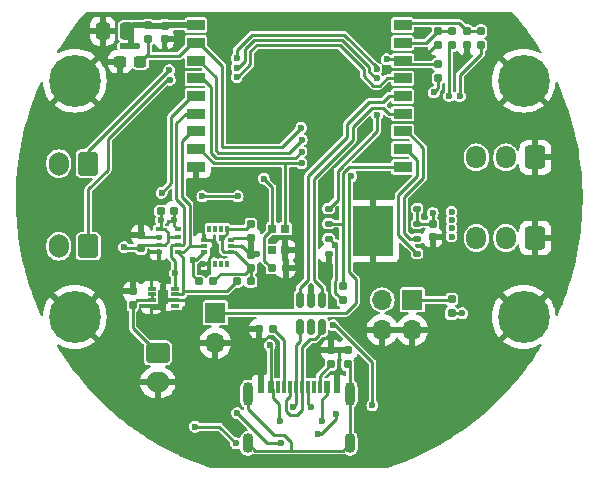
<source format=gbr>
%TF.GenerationSoftware,KiCad,Pcbnew,7.0.6*%
%TF.CreationDate,2023-07-14T02:37:09+02:00*%
%TF.ProjectId,rrr,7272722e-6b69-4636-9164-5f7063625858,rev?*%
%TF.SameCoordinates,Original*%
%TF.FileFunction,Copper,L1,Top*%
%TF.FilePolarity,Positive*%
%FSLAX46Y46*%
G04 Gerber Fmt 4.6, Leading zero omitted, Abs format (unit mm)*
G04 Created by KiCad (PCBNEW 7.0.6) date 2023-07-14 02:37:09*
%MOMM*%
%LPD*%
G01*
G04 APERTURE LIST*
G04 Aperture macros list*
%AMRoundRect*
0 Rectangle with rounded corners*
0 $1 Rounding radius*
0 $2 $3 $4 $5 $6 $7 $8 $9 X,Y pos of 4 corners*
0 Add a 4 corners polygon primitive as box body*
4,1,4,$2,$3,$4,$5,$6,$7,$8,$9,$2,$3,0*
0 Add four circle primitives for the rounded corners*
1,1,$1+$1,$2,$3*
1,1,$1+$1,$4,$5*
1,1,$1+$1,$6,$7*
1,1,$1+$1,$8,$9*
0 Add four rect primitives between the rounded corners*
20,1,$1+$1,$2,$3,$4,$5,0*
20,1,$1+$1,$4,$5,$6,$7,0*
20,1,$1+$1,$6,$7,$8,$9,0*
20,1,$1+$1,$8,$9,$2,$3,0*%
G04 Aperture macros list end*
%TA.AperFunction,ComponentPad*%
%ADD10C,0.700000*%
%TD*%
%TA.AperFunction,ComponentPad*%
%ADD11C,4.400000*%
%TD*%
%TA.AperFunction,SMDPad,CuDef*%
%ADD12RoundRect,0.155000X0.155000X-0.212500X0.155000X0.212500X-0.155000X0.212500X-0.155000X-0.212500X0*%
%TD*%
%TA.AperFunction,SMDPad,CuDef*%
%ADD13RoundRect,0.160000X0.197500X0.160000X-0.197500X0.160000X-0.197500X-0.160000X0.197500X-0.160000X0*%
%TD*%
%TA.AperFunction,SMDPad,CuDef*%
%ADD14RoundRect,0.160000X0.160000X-0.197500X0.160000X0.197500X-0.160000X0.197500X-0.160000X-0.197500X0*%
%TD*%
%TA.AperFunction,SMDPad,CuDef*%
%ADD15RoundRect,0.155000X-0.212500X-0.155000X0.212500X-0.155000X0.212500X0.155000X-0.212500X0.155000X0*%
%TD*%
%TA.AperFunction,ComponentPad*%
%ADD16RoundRect,0.250000X0.600000X0.750000X-0.600000X0.750000X-0.600000X-0.750000X0.600000X-0.750000X0*%
%TD*%
%TA.AperFunction,ComponentPad*%
%ADD17O,1.700000X2.000000*%
%TD*%
%TA.AperFunction,SMDPad,CuDef*%
%ADD18RoundRect,0.160000X-0.160000X0.197500X-0.160000X-0.197500X0.160000X-0.197500X0.160000X0.197500X0*%
%TD*%
%TA.AperFunction,SMDPad,CuDef*%
%ADD19RoundRect,0.155000X-0.155000X0.212500X-0.155000X-0.212500X0.155000X-0.212500X0.155000X0.212500X0*%
%TD*%
%TA.AperFunction,SMDPad,CuDef*%
%ADD20RoundRect,0.125000X-0.200000X-0.125000X0.200000X-0.125000X0.200000X0.125000X-0.200000X0.125000X0*%
%TD*%
%TA.AperFunction,SMDPad,CuDef*%
%ADD21R,3.400000X4.300000*%
%TD*%
%TA.AperFunction,SMDPad,CuDef*%
%ADD22RoundRect,0.150000X-0.150000X0.512500X-0.150000X-0.512500X0.150000X-0.512500X0.150000X0.512500X0*%
%TD*%
%TA.AperFunction,SMDPad,CuDef*%
%ADD23R,0.500000X0.350000*%
%TD*%
%TA.AperFunction,SMDPad,CuDef*%
%ADD24RoundRect,0.237500X0.300000X0.237500X-0.300000X0.237500X-0.300000X-0.237500X0.300000X-0.237500X0*%
%TD*%
%TA.AperFunction,SMDPad,CuDef*%
%ADD25R,0.300000X0.550000*%
%TD*%
%TA.AperFunction,SMDPad,CuDef*%
%ADD26R,0.550000X0.300000*%
%TD*%
%TA.AperFunction,SMDPad,CuDef*%
%ADD27R,0.700000X0.700000*%
%TD*%
%TA.AperFunction,ComponentPad*%
%ADD28RoundRect,0.250000X0.600000X0.725000X-0.600000X0.725000X-0.600000X-0.725000X0.600000X-0.725000X0*%
%TD*%
%TA.AperFunction,ComponentPad*%
%ADD29O,1.700000X1.950000*%
%TD*%
%TA.AperFunction,SMDPad,CuDef*%
%ADD30R,0.750000X0.300000*%
%TD*%
%TA.AperFunction,SMDPad,CuDef*%
%ADD31R,0.900000X1.300000*%
%TD*%
%TA.AperFunction,SMDPad,CuDef*%
%ADD32R,0.600000X1.140000*%
%TD*%
%TA.AperFunction,SMDPad,CuDef*%
%ADD33R,0.300000X1.140000*%
%TD*%
%TA.AperFunction,ComponentPad*%
%ADD34O,0.900000X2.000000*%
%TD*%
%TA.AperFunction,ComponentPad*%
%ADD35O,0.900000X1.700000*%
%TD*%
%TA.AperFunction,ComponentPad*%
%ADD36R,1.700000X1.700000*%
%TD*%
%TA.AperFunction,ComponentPad*%
%ADD37O,1.700000X1.700000*%
%TD*%
%TA.AperFunction,SMDPad,CuDef*%
%ADD38RoundRect,0.250000X0.337500X0.475000X-0.337500X0.475000X-0.337500X-0.475000X0.337500X-0.475000X0*%
%TD*%
%TA.AperFunction,ComponentPad*%
%ADD39RoundRect,0.250000X-0.750000X0.600000X-0.750000X-0.600000X0.750000X-0.600000X0.750000X0.600000X0*%
%TD*%
%TA.AperFunction,ComponentPad*%
%ADD40O,2.000000X1.700000*%
%TD*%
%TA.AperFunction,SMDPad,CuDef*%
%ADD41R,1.500000X0.900000*%
%TD*%
%TA.AperFunction,ViaPad*%
%ADD42C,0.600000*%
%TD*%
%TA.AperFunction,ViaPad*%
%ADD43C,0.800000*%
%TD*%
%TA.AperFunction,Conductor*%
%ADD44C,0.250000*%
%TD*%
%TA.AperFunction,Conductor*%
%ADD45C,0.280000*%
%TD*%
%TA.AperFunction,Conductor*%
%ADD46C,0.500000*%
%TD*%
%TA.AperFunction,Conductor*%
%ADD47C,0.300000*%
%TD*%
G04 APERTURE END LIST*
D10*
%TO.P,H4,1,1*%
%TO.N,GND*%
X117350000Y-110000000D03*
X117833274Y-108833274D03*
X117833274Y-111166726D03*
X119000000Y-108350000D03*
D11*
X119000000Y-110000000D03*
D10*
X119000000Y-111650000D03*
X120166726Y-108833274D03*
X120166726Y-111166726D03*
X120650000Y-110000000D03*
%TD*%
D12*
%TO.P,C1,1*%
%TO.N,/BAT+*%
X85900000Y-108967500D03*
%TO.P,C1,2*%
%TO.N,GND*%
X85900000Y-107832500D03*
%TD*%
D13*
%TO.P,R18,1*%
%TO.N,/USB_CC1*%
X97797500Y-111000000D03*
%TO.P,R18,2*%
%TO.N,GND*%
X96602500Y-111000000D03*
%TD*%
D14*
%TO.P,R15,1*%
%TO.N,GND*%
X111750000Y-86997500D03*
%TO.P,R15,2*%
%TO.N,/PYRO1_TEST*%
X111750000Y-85802500D03*
%TD*%
D15*
%TO.P,C13,1*%
%TO.N,+5V*%
X97732500Y-105900000D03*
%TO.P,C13,2*%
%TO.N,GND*%
X98867500Y-105900000D03*
%TD*%
D12*
%TO.P,C16,1*%
%TO.N,+3.3V*%
X86600000Y-104167500D03*
%TO.P,C16,2*%
%TO.N,GND*%
X86600000Y-103032500D03*
%TD*%
D16*
%TO.P,J7,1,Pin_1*%
%TO.N,Net-(J7-Pin_1)*%
X82150000Y-104025000D03*
D17*
%TO.P,J7,2,Pin_2*%
%TO.N,+5V*%
X79650000Y-104025000D03*
%TD*%
D14*
%TO.P,R22,1*%
%TO.N,/USB_SHIELD*%
X104100000Y-113997500D03*
%TO.P,R22,2*%
%TO.N,GND*%
X104100000Y-112802500D03*
%TD*%
D18*
%TO.P,R23,1*%
%TO.N,/PYRO2_TEST*%
X115400000Y-85800000D03*
%TO.P,R23,2*%
%TO.N,Net-(J8-Pin_1)*%
X115400000Y-86995000D03*
%TD*%
D14*
%TO.P,R19,1*%
%TO.N,+3.3V*%
X103700000Y-108600000D03*
%TO.P,R19,2*%
%TO.N,/MISO*%
X103700000Y-107405000D03*
%TD*%
D19*
%TO.P,C11,1*%
%TO.N,+3.3V*%
X88600000Y-85332500D03*
%TO.P,C11,2*%
%TO.N,GND*%
X88600000Y-86467500D03*
%TD*%
D10*
%TO.P,H1,1,1*%
%TO.N,GND*%
X79350000Y-90000000D03*
X79833274Y-88833274D03*
X79833274Y-91166726D03*
X81000000Y-88350000D03*
D11*
X81000000Y-90000000D03*
D10*
X81000000Y-91650000D03*
X82166726Y-88833274D03*
X82166726Y-91166726D03*
X82650000Y-90000000D03*
%TD*%
%TO.P,H2,1,1*%
%TO.N,GND*%
X117350000Y-90000000D03*
X117833274Y-88833274D03*
X117833274Y-91166726D03*
X119000000Y-88350000D03*
D11*
X119000000Y-90000000D03*
D10*
X119000000Y-91650000D03*
X120166726Y-88833274D03*
X120166726Y-91166726D03*
X120650000Y-90000000D03*
%TD*%
D20*
%TO.P,U2,1,CS*%
%TO.N,/FLASH_CS*%
X102500000Y-100830000D03*
%TO.P,U2,2,SO/SIO1*%
%TO.N,/MISO*%
X102500000Y-102100000D03*
%TO.P,U2,3,WP/SIO2*%
%TO.N,+3.3V*%
X102500000Y-103370000D03*
%TO.P,U2,4,VSS*%
%TO.N,GND*%
X102500000Y-104640000D03*
%TO.P,U2,5,SI/SIO0*%
%TO.N,/MOSI*%
X110000000Y-104640000D03*
%TO.P,U2,6,SCLK*%
%TO.N,/SCK*%
X110000000Y-103370000D03*
%TO.P,U2,7,HOLD/SIO3*%
%TO.N,+3.3V*%
X110000000Y-102100000D03*
%TO.P,U2,8,VCC*%
X110000000Y-100830000D03*
D21*
%TO.P,U2,9,GND(PAD)*%
%TO.N,GND*%
X106250000Y-102735000D03*
%TD*%
D18*
%TO.P,R13,1*%
%TO.N,/PYRO1_TEST*%
X112950000Y-85802500D03*
%TO.P,R13,2*%
%TO.N,Net-(J7-Pin_1)*%
X112950000Y-86997500D03*
%TD*%
D15*
%TO.P,C15,1*%
%TO.N,+3.3V*%
X88300000Y-101032500D03*
%TO.P,C15,2*%
%TO.N,GND*%
X89435000Y-101032500D03*
%TD*%
D22*
%TO.P,U4,1,I/O1*%
%TO.N,/USB_D-*%
X101950000Y-108562500D03*
%TO.P,U4,2,GND*%
%TO.N,GND*%
X101000000Y-108562500D03*
%TO.P,U4,3,I/O2*%
%TO.N,/USB_D+*%
X100050000Y-108562500D03*
%TO.P,U4,4,I/O2*%
%TO.N,/USB_PORT_D+*%
X100050000Y-110837500D03*
%TO.P,U4,5,VBUS*%
%TO.N,/USB_5V*%
X101000000Y-110837500D03*
%TO.P,U4,6,I/O1*%
%TO.N,/USB_PORT_D-*%
X101950000Y-110837500D03*
%TD*%
D13*
%TO.P,R12,1*%
%TO.N,+3.3V*%
X92697500Y-107000000D03*
%TO.P,R12,2*%
%TO.N,/SDA*%
X91502500Y-107000000D03*
%TD*%
D23*
%TO.P,U1,1,GND*%
%TO.N,GND*%
X89700000Y-102582500D03*
%TO.P,U1,2,CSB*%
%TO.N,+3.3V*%
X89700000Y-103232500D03*
%TO.P,U1,3,SDI*%
%TO.N,/SDA*%
X89700000Y-103882500D03*
%TO.P,U1,4,SCK*%
%TO.N,/SCL*%
X89700000Y-104532500D03*
%TO.P,U1,5,SDO*%
%TO.N,GND*%
X88100000Y-104532500D03*
%TO.P,U1,6,VDDIO*%
%TO.N,+3.3V*%
X88100000Y-103882500D03*
%TO.P,U1,7,GND*%
%TO.N,GND*%
X88100000Y-103232500D03*
%TO.P,U1,8,VDD*%
%TO.N,+3.3V*%
X88100000Y-102582500D03*
%TD*%
D10*
%TO.P,H3,1,1*%
%TO.N,GND*%
X79350000Y-110000000D03*
X79833274Y-108833274D03*
X79833274Y-111166726D03*
X81000000Y-108350000D03*
D11*
X81000000Y-110000000D03*
D10*
X81000000Y-111650000D03*
X82166726Y-108833274D03*
X82166726Y-111166726D03*
X82650000Y-110000000D03*
%TD*%
D12*
%TO.P,C18,1*%
%TO.N,+3.3V*%
X95900000Y-105900000D03*
%TO.P,C18,2*%
%TO.N,GND*%
X95900000Y-104765000D03*
%TD*%
D24*
%TO.P,C10,1*%
%TO.N,/ENABLE*%
X86562500Y-88400000D03*
%TO.P,C10,2*%
%TO.N,GND*%
X84837500Y-88400000D03*
%TD*%
D25*
%TO.P,IC2,1,SDO*%
%TO.N,GND*%
X92350000Y-105532500D03*
%TO.P,IC2,2,ASDX*%
%TO.N,unconnected-(IC2-ASDX-Pad2)*%
X92850000Y-105532500D03*
%TO.P,IC2,3,ASCX*%
%TO.N,unconnected-(IC2-ASCX-Pad3)*%
X93350000Y-105532500D03*
%TO.P,IC2,4,INT1*%
%TO.N,unconnected-(IC2-INT1-Pad4)*%
X93850000Y-105532500D03*
D26*
%TO.P,IC2,5,VDDIO*%
%TO.N,+3.3V*%
X94250000Y-104532500D03*
%TO.P,IC2,6,GNDIO*%
%TO.N,GND*%
X94250000Y-104032500D03*
%TO.P,IC2,7,GND*%
X94250000Y-103532500D03*
D25*
%TO.P,IC2,8,VDD*%
%TO.N,+3.3V*%
X93850000Y-102532500D03*
%TO.P,IC2,9,INT2*%
%TO.N,unconnected-(IC2-INT2-Pad9)*%
X93350000Y-102532500D03*
%TO.P,IC2,10,OCSB*%
%TO.N,unconnected-(IC2-OCSB-Pad10)*%
X92850000Y-102532500D03*
%TO.P,IC2,11,OSDO*%
%TO.N,unconnected-(IC2-OSDO-Pad11)*%
X92350000Y-102532500D03*
D26*
%TO.P,IC2,12,CSB*%
%TO.N,GND*%
X91950000Y-103532500D03*
%TO.P,IC2,13,SCX*%
%TO.N,/SCL*%
X91950000Y-104032500D03*
%TO.P,IC2,14,SDX*%
%TO.N,/SDA*%
X91950000Y-104532500D03*
%TD*%
D16*
%TO.P,J8,1,Pin_1*%
%TO.N,Net-(J8-Pin_1)*%
X82150000Y-97025000D03*
D17*
%TO.P,J8,2,Pin_2*%
%TO.N,+5V*%
X79650000Y-97025000D03*
%TD*%
D14*
%TO.P,R26,1*%
%TO.N,GND*%
X114200000Y-86997500D03*
%TO.P,R26,2*%
%TO.N,/PYRO2_TEST*%
X114200000Y-85802500D03*
%TD*%
D27*
%TO.P,U3,1,DO*%
%TO.N,unconnected-(U3-DO-Pad1)*%
X97735000Y-104365000D03*
%TO.P,U3,2,GND*%
%TO.N,GND*%
X98835000Y-104365000D03*
%TO.P,U3,3,DI*%
%TO.N,/BOOT{slash}LED*%
X98835000Y-102535000D03*
%TO.P,U3,4,VDD*%
%TO.N,+5V*%
X97735000Y-102535000D03*
%TD*%
D28*
%TO.P,J5,1,Pin_1*%
%TO.N,GND*%
X120000000Y-96500000D03*
D29*
%TO.P,J5,2,Pin_2*%
%TO.N,+5V*%
X117500000Y-96500000D03*
%TO.P,J5,3,Pin_3*%
%TO.N,/PWM1*%
X115000000Y-96500000D03*
%TD*%
D30*
%TO.P,IC4,1,CTG*%
%TO.N,GND*%
X87500000Y-107600000D03*
%TO.P,IC4,2,CELL*%
%TO.N,/BAT+*%
X87500000Y-108100000D03*
%TO.P,IC4,3,VDD*%
X87500000Y-108600000D03*
%TO.P,IC4,4,GND*%
%TO.N,GND*%
X87500000Y-109100000D03*
%TO.P,IC4,5,~{ALRT}*%
%TO.N,unconnected-(IC4-~{ALRT}-Pad5)*%
X89500000Y-109100000D03*
%TO.P,IC4,6,QSTRT*%
%TO.N,GND*%
X89500000Y-108600000D03*
%TO.P,IC4,7,SCL*%
%TO.N,/SCL*%
X89500000Y-108100000D03*
%TO.P,IC4,8,SDA*%
%TO.N,/SDA*%
X89500000Y-107600000D03*
D31*
%TO.P,IC4,9,EP_(GND)*%
%TO.N,GND*%
X88500000Y-108350000D03*
%TD*%
D32*
%TO.P,J1,A1_B12,GND*%
%TO.N,GND*%
X96775000Y-115950000D03*
%TO.P,J1,A4_B9,VBUS*%
%TO.N,/USB_5V*%
X97575000Y-115950000D03*
D33*
%TO.P,J1,A5,CC1*%
%TO.N,/USB_CC1*%
X98725000Y-115950000D03*
%TO.P,J1,A6,DP1*%
%TO.N,/USB_PORT_D+*%
X99725000Y-115950000D03*
%TO.P,J1,A7,DN1*%
%TO.N,/USB_PORT_D-*%
X100225000Y-115950000D03*
%TO.P,J1,A8,SBU1*%
%TO.N,unconnected-(J1-SBU1-PadA8)*%
X101225000Y-115950000D03*
D32*
%TO.P,J1,B1_A12,GND*%
%TO.N,GND*%
X103175000Y-115950000D03*
%TO.P,J1,B4_A9,VBUS*%
%TO.N,/USB_5V*%
X102375000Y-115950000D03*
D33*
%TO.P,J1,B5,CC2*%
%TO.N,/USB_CC2*%
X101725000Y-115950000D03*
%TO.P,J1,B6,DP2*%
%TO.N,/USB_PORT_D+*%
X100725000Y-115950000D03*
%TO.P,J1,B7,DN2*%
%TO.N,/USB_PORT_D-*%
X99225000Y-115950000D03*
%TO.P,J1,B8,SBU2*%
%TO.N,unconnected-(J1-SBU2-PadB8)*%
X98225000Y-115950000D03*
D34*
%TO.P,J1,S1,SHIELD*%
%TO.N,/USB_SHIELD*%
X95650000Y-116530000D03*
%TO.P,J1,S2,SHIELD*%
X104300000Y-116530000D03*
D35*
%TO.P,J1,S3,SHIELD*%
X95650000Y-120700000D03*
%TO.P,J1,S4,SHIELD*%
X104300000Y-120700000D03*
%TD*%
D36*
%TO.P,J3,1,Pin_1*%
%TO.N,/EN_3.3V*%
X92900000Y-109660000D03*
D37*
%TO.P,J3,2,Pin_2*%
%TO.N,GND*%
X92900000Y-112200000D03*
%TD*%
D38*
%TO.P,C12,1*%
%TO.N,+3.3V*%
X85437500Y-85800000D03*
%TO.P,C12,2*%
%TO.N,GND*%
X83362500Y-85800000D03*
%TD*%
D13*
%TO.P,R11,1*%
%TO.N,+3.3V*%
X95897500Y-107000000D03*
%TO.P,R11,2*%
%TO.N,/SCL*%
X94702500Y-107000000D03*
%TD*%
D14*
%TO.P,R20,1*%
%TO.N,/USB_CC2*%
X102700000Y-113997500D03*
%TO.P,R20,2*%
%TO.N,GND*%
X102700000Y-112802500D03*
%TD*%
D19*
%TO.P,C17,1*%
%TO.N,+3.3V*%
X95900000Y-102165000D03*
%TO.P,C17,2*%
%TO.N,GND*%
X95900000Y-103300000D03*
%TD*%
D14*
%TO.P,R16,1*%
%TO.N,+3.3V*%
X111750000Y-89797500D03*
%TO.P,R16,2*%
%TO.N,/FLASH_CS*%
X111750000Y-88602500D03*
%TD*%
D39*
%TO.P,J2,1,Pin_1*%
%TO.N,/BAT+*%
X88025000Y-113050000D03*
D40*
%TO.P,J2,2,Pin_2*%
%TO.N,GND*%
X88025000Y-115550000D03*
%TD*%
D19*
%TO.P,C14,1*%
%TO.N,+3.3V*%
X111300000Y-102132500D03*
%TO.P,C14,2*%
%TO.N,GND*%
X111300000Y-103267500D03*
%TD*%
D28*
%TO.P,J6,1,Pin_1*%
%TO.N,GND*%
X120000000Y-103325000D03*
D29*
%TO.P,J6,2,Pin_2*%
%TO.N,+5V*%
X117500000Y-103325000D03*
%TO.P,J6,3,Pin_3*%
%TO.N,/PWM2*%
X115000000Y-103325000D03*
%TD*%
D41*
%TO.P,IC1,1,3V3*%
%TO.N,+3.3V*%
X91250000Y-85300000D03*
%TO.P,IC1,2,EN*%
%TO.N,/ENABLE*%
X91250000Y-86800000D03*
%TO.P,IC1,3,IO4*%
%TO.N,/PWM1*%
X91250000Y-88300000D03*
%TO.P,IC1,4,IO5*%
%TO.N,/PWM2*%
X91250000Y-89800000D03*
%TO.P,IC1,5,IO6*%
%TO.N,/PYRO1_FIRE*%
X91250000Y-91300000D03*
%TO.P,IC1,6,IO7*%
%TO.N,/SDA*%
X91250000Y-92800000D03*
%TO.P,IC1,7,IO8*%
%TO.N,/SCL*%
X91250000Y-94300000D03*
%TO.P,IC1,8,IO9*%
%TO.N,/BOOT{slash}LED*%
X91250000Y-95800000D03*
%TO.P,IC1,9,GND_1*%
%TO.N,GND*%
X91250000Y-97300000D03*
%TO.P,IC1,10,IO10*%
%TO.N,/MISO*%
X108750000Y-97300000D03*
%TO.P,IC1,11,RXD*%
%TO.N,/MOSI*%
X108750000Y-95800000D03*
%TO.P,IC1,12,TXD*%
%TO.N,/SCK*%
X108750000Y-94300000D03*
%TO.P,IC1,13,IO18*%
%TO.N,/USB_D-*%
X108750000Y-92800000D03*
%TO.P,IC1,14,IO19*%
%TO.N,/USB_D+*%
X108750000Y-91300000D03*
%TO.P,IC1,15,IO3*%
%TO.N,/PYRO2_FIRE*%
X108750000Y-89800000D03*
%TO.P,IC1,16,IO2*%
%TO.N,/FLASH_CS*%
X108750000Y-88300000D03*
%TO.P,IC1,17,IO1*%
%TO.N,/PYRO1_TEST*%
X108750000Y-86800000D03*
%TO.P,IC1,18,IO0*%
%TO.N,/PYRO2_TEST*%
X108750000Y-85300000D03*
D27*
%TO.P,IC1,19,GND_2*%
%TO.N,GND*%
X100960000Y-91500000D03*
%TO.P,IC1,20,GND_3*%
X102060000Y-91500000D03*
%TO.P,IC1,21,GND_4*%
X102060000Y-90400000D03*
%TO.P,IC1,22,GND_5*%
X100960000Y-90400000D03*
%TO.P,IC1,23,GND_6*%
X99860000Y-90400000D03*
%TO.P,IC1,24,GND_7*%
X99860000Y-91500000D03*
%TO.P,IC1,25,GND_8*%
X99860000Y-92600000D03*
%TO.P,IC1,26,GND_9*%
X100960000Y-92600000D03*
%TO.P,IC1,27,GND_10*%
X102060000Y-92600000D03*
%TD*%
D14*
%TO.P,R17,1*%
%TO.N,+3.3V*%
X112900000Y-109697500D03*
%TO.P,R17,2*%
%TO.N,/BOOT{slash}LED*%
X112900000Y-108502500D03*
%TD*%
D36*
%TO.P,J4,1,Pin_1*%
%TO.N,/BOOT{slash}LED*%
X109575000Y-108560000D03*
D37*
%TO.P,J4,2,Pin_2*%
%TO.N,GND*%
X109575000Y-111100000D03*
%TO.P,J4,3,Pin_3*%
%TO.N,/ENABLE*%
X107035000Y-108560000D03*
%TO.P,J4,4,Pin_4*%
%TO.N,GND*%
X107035000Y-111100000D03*
%TD*%
D18*
%TO.P,R27,1*%
%TO.N,+3.3V*%
X87200000Y-85302500D03*
%TO.P,R27,2*%
%TO.N,/ENABLE*%
X87200000Y-86497500D03*
%TD*%
D42*
%TO.N,/ENABLE*%
X100187701Y-93987701D03*
%TO.N,/PWM1*%
X100212299Y-94987701D03*
%TO.N,/PWM2*%
X100200000Y-96000000D03*
%TO.N,/PYRO1_FIRE*%
X88350000Y-99500000D03*
%TO.N,/BOOT{slash}LED*%
X100200000Y-97000000D03*
%TO.N,/PYRO2_FIRE*%
X94700000Y-89699006D03*
%TO.N,/FLASH_CS*%
X107400000Y-88200000D03*
X106600000Y-92925500D03*
%TO.N,+3.3V*%
X112900000Y-102500000D03*
X112900000Y-101800000D03*
X111300000Y-101200000D03*
X93450000Y-103350000D03*
X111400000Y-91000000D03*
X85175500Y-104100000D03*
X85100000Y-87100000D03*
X112900000Y-103200000D03*
X88300000Y-101800000D03*
X85700000Y-87100000D03*
X113800000Y-109700000D03*
X112900000Y-101100000D03*
X86300000Y-87100000D03*
X103000000Y-103900000D03*
%TO.N,GND*%
X94500000Y-91400000D03*
X84350000Y-116750000D03*
X101500000Y-112800000D03*
X100400000Y-92050000D03*
X111200000Y-99400000D03*
X106350000Y-107000000D03*
X89400000Y-101800000D03*
X102600000Y-92050000D03*
X102600000Y-89850000D03*
X106050000Y-97950000D03*
X89650000Y-117150000D03*
X90550000Y-110500000D03*
X84850000Y-96600000D03*
X114300000Y-105000000D03*
X101900000Y-98700000D03*
X92850000Y-104500000D03*
X102500000Y-105700000D03*
X95150000Y-111000000D03*
X86800000Y-93300000D03*
X84900000Y-101100000D03*
X103400000Y-88350000D03*
X92000000Y-106250000D03*
X92300000Y-98700000D03*
X94500000Y-93500000D03*
X106350000Y-106400000D03*
X115550000Y-100750000D03*
X88250000Y-94400000D03*
X82150000Y-106750000D03*
X101500000Y-89850000D03*
X113800000Y-94200000D03*
X103200000Y-114900000D03*
X94250000Y-122350000D03*
X110600000Y-88000000D03*
X95650000Y-108350000D03*
X101500000Y-92050000D03*
X92150000Y-100600000D03*
X90900000Y-98700000D03*
X102600000Y-99400000D03*
X111300000Y-104200000D03*
X92900000Y-122200000D03*
X111900000Y-99400000D03*
X102600000Y-90950000D03*
X91850000Y-105550000D03*
D43*
X114200000Y-87900000D03*
D42*
X101900000Y-99400000D03*
X114450000Y-99450000D03*
X84850000Y-102900000D03*
X122400000Y-106300000D03*
X111600000Y-107700000D03*
X100400000Y-89850000D03*
X112650000Y-92700000D03*
X100400000Y-90950000D03*
X94500000Y-92100000D03*
X112400000Y-118100000D03*
X114450000Y-94800000D03*
X114350000Y-108200000D03*
X108850000Y-98300000D03*
X87850000Y-110600000D03*
X104600000Y-91700000D03*
X106050000Y-98550000D03*
X114450000Y-92250000D03*
X87450000Y-119350000D03*
X115950000Y-106350000D03*
X107550000Y-90600000D03*
X107550000Y-98150000D03*
X101038430Y-107561570D03*
X84750000Y-109550000D03*
X84600000Y-112550000D03*
X91700000Y-101950000D03*
X78050000Y-106500000D03*
X110350000Y-91250000D03*
X88050000Y-96700000D03*
X106350000Y-105800000D03*
X91600000Y-98700000D03*
X91700000Y-102600000D03*
X82200000Y-114000000D03*
X100000000Y-88350000D03*
X94500000Y-92800000D03*
X99700000Y-99100000D03*
X108300000Y-98650000D03*
X113250000Y-95850000D03*
X115450000Y-98200000D03*
X88600000Y-87300000D03*
X111900000Y-98700000D03*
X98100000Y-122400000D03*
X91450000Y-121900000D03*
X111950000Y-94700000D03*
X99950000Y-103300000D03*
X96435500Y-104700000D03*
X92850000Y-103900000D03*
X102600000Y-98700000D03*
X111200000Y-98700000D03*
X101500000Y-90950000D03*
X110850000Y-92600000D03*
X115400000Y-93450000D03*
%TO.N,/USB_5V*%
X101000000Y-110700000D03*
X102900000Y-110700000D03*
X98400000Y-118850000D03*
X97500000Y-112400000D03*
X106200000Y-117500000D03*
X101900000Y-118850000D03*
%TO.N,/EN_3.3V*%
X104412299Y-98112299D03*
%TO.N,/BAT+*%
X101600000Y-119900000D03*
X103100000Y-118200000D03*
%TO.N,+5V*%
X91800000Y-99800000D03*
X97000000Y-98300000D03*
X94800000Y-99800000D03*
%TO.N,Net-(D2-K)*%
X94750000Y-118150000D03*
X98500000Y-120700000D03*
%TO.N,/SDA*%
X89475500Y-106300000D03*
X91000000Y-105200000D03*
%TO.N,Net-(IC3-ISET)*%
X94650000Y-120700000D03*
X91200000Y-119300000D03*
%TO.N,/USB_PORT_D+*%
X99500000Y-117600000D03*
X101000000Y-117600000D03*
%TO.N,Net-(J7-Pin_1)*%
X106550000Y-89799503D03*
X94700000Y-88899503D03*
X89041589Y-89941589D03*
X112700000Y-91300000D03*
%TO.N,Net-(J8-Pin_1)*%
X106550000Y-89000000D03*
X89000000Y-89100000D03*
X113600000Y-91300000D03*
X94700000Y-88100000D03*
%TD*%
D44*
%TO.N,/ENABLE*%
X91550000Y-86800000D02*
X93475000Y-88725000D01*
X87200000Y-87762500D02*
X86562500Y-88400000D01*
X87200000Y-87000000D02*
X87200000Y-86497500D01*
X88125000Y-87925000D02*
X87037500Y-87925000D01*
X90950000Y-86800000D02*
X89825000Y-87925000D01*
X93475000Y-88725000D02*
X93475000Y-95575000D01*
X98525402Y-95650000D02*
X100187701Y-93987701D01*
X87200000Y-87000000D02*
X87200000Y-87762500D01*
X91250000Y-86800000D02*
X90950000Y-86800000D01*
X87037500Y-87925000D02*
X86562500Y-88400000D01*
X89825000Y-87925000D02*
X88125000Y-87925000D01*
X93475000Y-95575000D02*
X93550000Y-95650000D01*
X93550000Y-95650000D02*
X98525402Y-95650000D01*
X91250000Y-86800000D02*
X91550000Y-86800000D01*
%TO.N,/PWM1*%
X91250000Y-88300000D02*
X91550000Y-88300000D01*
X99100000Y-96100000D02*
X100212299Y-94987701D01*
X93136396Y-96100000D02*
X99100000Y-96100000D01*
X92950000Y-89700000D02*
X92950000Y-95913604D01*
X91550000Y-88300000D02*
X92950000Y-89700000D01*
X92950000Y-95913604D02*
X93136396Y-96100000D01*
%TO.N,/PWM2*%
X92950000Y-96550000D02*
X99650000Y-96550000D01*
X99650000Y-96550000D02*
X100200000Y-96000000D01*
X91800000Y-89800000D02*
X92500000Y-90500000D01*
X92500000Y-90500000D02*
X92500000Y-96100000D01*
X91250000Y-89800000D02*
X91800000Y-89800000D01*
X92500000Y-96100000D02*
X92950000Y-96550000D01*
%TO.N,/PYRO1_FIRE*%
X89150000Y-93100000D02*
X90950000Y-91300000D01*
X90950000Y-91300000D02*
X91250000Y-91300000D01*
X89150000Y-98700000D02*
X89150000Y-93100000D01*
X88350000Y-99500000D02*
X89150000Y-98700000D01*
%TO.N,/BOOT{slash}LED*%
X98900000Y-97000000D02*
X100200000Y-97000000D01*
X112900000Y-108502500D02*
X112842500Y-108560000D01*
X112842500Y-108560000D02*
X109575000Y-108560000D01*
X91550000Y-95800000D02*
X92750000Y-97000000D01*
X98835000Y-102535000D02*
X98835000Y-97065000D01*
X98835000Y-97065000D02*
X98900000Y-97000000D01*
X91250000Y-95800000D02*
X91550000Y-95800000D01*
X92750000Y-97000000D02*
X98900000Y-97000000D01*
%TO.N,/MISO*%
X102500000Y-101985000D02*
X102500000Y-102100000D01*
X103700000Y-103300000D02*
X103700000Y-107405000D01*
X102500000Y-102100000D02*
X103700000Y-102100000D01*
X103700000Y-102100000D02*
X103700000Y-103300000D01*
X103700000Y-100785000D02*
X103700000Y-102100000D01*
X108750000Y-97300000D02*
X104200000Y-97300000D01*
X104200000Y-97300000D02*
X103700000Y-97800000D01*
X103700000Y-97800000D02*
X103700000Y-100785000D01*
%TO.N,/MOSI*%
X110000000Y-98100000D02*
X108400000Y-99700000D01*
X108400000Y-103040000D02*
X110000000Y-104640000D01*
X110000000Y-96750000D02*
X110000000Y-98100000D01*
X108400000Y-99700000D02*
X108400000Y-103040000D01*
X108750000Y-95800000D02*
X109050000Y-95800000D01*
X109050000Y-95800000D02*
X110000000Y-96750000D01*
%TO.N,/SCK*%
X108900000Y-102903604D02*
X108900000Y-99836396D01*
X110000000Y-103370000D02*
X109366396Y-103370000D01*
X109366396Y-103370000D02*
X108900000Y-102903604D01*
X108900000Y-99836396D02*
X110500000Y-98236396D01*
X109100000Y-94300000D02*
X108750000Y-94300000D01*
X110500000Y-98236396D02*
X110500000Y-95700000D01*
X110500000Y-95700000D02*
X109100000Y-94300000D01*
D45*
%TO.N,/USB_D-*%
X106334903Y-92285500D02*
X106330403Y-92290000D01*
X104540000Y-93899412D02*
X104540000Y-94999412D01*
X107624999Y-92800000D02*
X107110499Y-92285500D01*
X104540000Y-94999412D02*
X101240000Y-98299412D01*
X101950000Y-107568749D02*
X101950000Y-108562500D01*
X101240000Y-106858749D02*
X101950000Y-107568749D01*
X106149412Y-92290000D02*
X104540000Y-93899412D01*
X106330403Y-92290000D02*
X106149412Y-92290000D01*
X101240000Y-98299412D02*
X101240000Y-106858749D01*
X108750000Y-92800000D02*
X107624999Y-92800000D01*
X107110499Y-92285500D02*
X106334903Y-92285500D01*
%TO.N,/USB_D+*%
X104060000Y-94800588D02*
X100760000Y-98100588D01*
X107624999Y-91300000D02*
X107119479Y-91805520D01*
X100760000Y-106858749D02*
X100050000Y-107568749D01*
X107119479Y-91805520D02*
X106136089Y-91805520D01*
X106131609Y-91810000D02*
X105950588Y-91810000D01*
X100760000Y-98100588D02*
X100760000Y-106858749D01*
X106136089Y-91805520D02*
X106131609Y-91810000D01*
X108750000Y-91300000D02*
X107624999Y-91300000D01*
X100050000Y-107568749D02*
X100050000Y-108562500D01*
X105950588Y-91810000D02*
X104060000Y-93700588D01*
X104060000Y-93700588D02*
X104060000Y-94800588D01*
D44*
%TO.N,/PYRO2_FIRE*%
X95875000Y-87525000D02*
X96400000Y-87000000D01*
X105475000Y-89608388D02*
X106291116Y-90424503D01*
X105475000Y-89047792D02*
X105475000Y-89608388D01*
X103427208Y-87000000D02*
X105475000Y-89047792D01*
X95875000Y-88608387D02*
X95875000Y-87525000D01*
X96400000Y-87000000D02*
X103427208Y-87000000D01*
X94784381Y-89699006D02*
X95875000Y-88608387D01*
X106808884Y-90424503D02*
X107433388Y-89800000D01*
X106291116Y-90424503D02*
X106808884Y-90424503D01*
X107433388Y-89800000D02*
X108750000Y-89800000D01*
X94700000Y-89699006D02*
X94784381Y-89699006D01*
%TO.N,/FLASH_CS*%
X111750000Y-88602500D02*
X111727500Y-88625000D01*
X106600000Y-92925500D02*
X106600000Y-94263604D01*
X106600000Y-94263604D02*
X103250000Y-97613604D01*
X103250000Y-100080000D02*
X102500000Y-100830000D01*
X103250000Y-97613604D02*
X103250000Y-100080000D01*
X107400000Y-88200000D02*
X108650000Y-88200000D01*
X108650000Y-88200000D02*
X108750000Y-88300000D01*
X111727500Y-88625000D02*
X109075000Y-88625000D01*
X109075000Y-88625000D02*
X108750000Y-88300000D01*
%TO.N,/PYRO1_TEST*%
X110752500Y-86800000D02*
X108750000Y-86800000D01*
X111750000Y-85802500D02*
X112950000Y-85802500D01*
X111750000Y-85802500D02*
X110752500Y-86800000D01*
%TO.N,/PYRO2_TEST*%
X108930000Y-85120000D02*
X113517500Y-85120000D01*
X115397500Y-85802500D02*
X115400000Y-85800000D01*
X113517500Y-85120000D02*
X114200000Y-85802500D01*
X108750000Y-85300000D02*
X108930000Y-85120000D01*
X114200000Y-85802500D02*
X115397500Y-85802500D01*
%TO.N,+3.3V*%
X93342500Y-106355000D02*
X95445000Y-106355000D01*
X111750000Y-90650000D02*
X111400000Y-91000000D01*
X110000000Y-102100000D02*
X111267500Y-102100000D01*
X103000000Y-103900000D02*
X103030000Y-103900000D01*
X88900000Y-103582500D02*
X88600000Y-103882500D01*
X86600000Y-104167500D02*
X85243000Y-104167500D01*
X103030000Y-103900000D02*
X103150000Y-104020000D01*
D46*
X91250000Y-85300000D02*
X88632500Y-85300000D01*
X85700000Y-87100000D02*
X86300000Y-87100000D01*
X85935000Y-85302500D02*
X85437500Y-85800000D01*
D44*
X93675000Y-104532500D02*
X94250000Y-104532500D01*
D46*
X85737500Y-85800000D02*
X85737500Y-87062500D01*
D44*
X103150000Y-104020000D02*
X103150000Y-106850000D01*
X113797500Y-109697500D02*
X113800000Y-109700000D01*
X88100000Y-102582500D02*
X88600000Y-102582500D01*
X92697500Y-107000000D02*
X93342500Y-106355000D01*
X93850000Y-102532500D02*
X93850000Y-102950000D01*
X110000000Y-102100000D02*
X110000000Y-100830000D01*
X111750000Y-89797500D02*
X111750000Y-90650000D01*
X88932500Y-103232500D02*
X88900000Y-103200000D01*
X88600000Y-103882500D02*
X88100000Y-103882500D01*
X95900000Y-106997500D02*
X95897500Y-107000000D01*
X93500000Y-103300000D02*
X93500000Y-104357500D01*
D46*
X85737500Y-87062500D02*
X85700000Y-87100000D01*
D44*
X85243000Y-104167500D02*
X85175500Y-104100000D01*
X88300000Y-102382500D02*
X88100000Y-102582500D01*
X86600000Y-104167500D02*
X86885000Y-103882500D01*
X103055000Y-106945000D02*
X103055000Y-107955000D01*
X93850000Y-102532500D02*
X95532500Y-102532500D01*
X88900000Y-103200000D02*
X88900000Y-103582500D01*
X103000000Y-103870000D02*
X103000000Y-103900000D01*
X88300000Y-101032500D02*
X88300000Y-101800000D01*
X86885000Y-103882500D02*
X88100000Y-103882500D01*
D46*
X87200000Y-85302500D02*
X85935000Y-85302500D01*
D44*
X94250000Y-104532500D02*
X94532500Y-104532500D01*
X102500000Y-103370000D02*
X103000000Y-103870000D01*
D46*
X88632500Y-85300000D02*
X88600000Y-85332500D01*
D44*
X112900000Y-109697500D02*
X113797500Y-109697500D01*
X95445000Y-106355000D02*
X95900000Y-105900000D01*
X93850000Y-102950000D02*
X93500000Y-103300000D01*
X103150000Y-106850000D02*
X103055000Y-106945000D01*
X89700000Y-103232500D02*
X88932500Y-103232500D01*
X111300000Y-102132500D02*
X111300000Y-101200000D01*
X88300000Y-101800000D02*
X88300000Y-102382500D01*
X103055000Y-107955000D02*
X103700000Y-108600000D01*
D46*
X85700000Y-87100000D02*
X85100000Y-87100000D01*
D44*
X111267500Y-102100000D02*
X111300000Y-102132500D01*
X93500000Y-104357500D02*
X93675000Y-104532500D01*
D46*
X88600000Y-85332500D02*
X87230000Y-85332500D01*
X87230000Y-85332500D02*
X87200000Y-85302500D01*
D44*
X95532500Y-102532500D02*
X95900000Y-102165000D01*
X94532500Y-104532500D02*
X95900000Y-105900000D01*
X88600000Y-102582500D02*
X88900000Y-102882500D01*
X95900000Y-105900000D02*
X95900000Y-106997500D01*
X88900000Y-102882500D02*
X88900000Y-103200000D01*
D47*
%TO.N,GND*%
X88750000Y-108600000D02*
X88500000Y-108350000D01*
D44*
X86600000Y-103032500D02*
X86800000Y-103232500D01*
X101000000Y-107600000D02*
X101038430Y-107561570D01*
X92350000Y-105050000D02*
X92600000Y-104800000D01*
X89435000Y-101835000D02*
X89435000Y-102317500D01*
X94482500Y-103300000D02*
X94250000Y-103532500D01*
X92850000Y-103900000D02*
X92600000Y-104150000D01*
X89435000Y-102317500D02*
X89700000Y-102582500D01*
X103175000Y-115950000D02*
X103175000Y-114925000D01*
X92600000Y-104150000D02*
X92600000Y-104250000D01*
D46*
X88500000Y-108350000D02*
X88500000Y-109025000D01*
D44*
X89435000Y-101032500D02*
X89435000Y-101765000D01*
X92850000Y-104500000D02*
X92600000Y-104750000D01*
X89435000Y-101765000D02*
X89400000Y-101800000D01*
X103175000Y-114925000D02*
X103200000Y-114900000D01*
X111750000Y-86997500D02*
X111602500Y-86997500D01*
X95900000Y-103300000D02*
X94482500Y-103300000D01*
X95167500Y-104032500D02*
X94250000Y-104032500D01*
X92600000Y-103650000D02*
X92850000Y-103900000D01*
X92600000Y-103607500D02*
X92600000Y-103650000D01*
X92600000Y-104750000D02*
X92600000Y-104800000D01*
D47*
X89500000Y-108600000D02*
X88750000Y-108600000D01*
D44*
X92600000Y-104250000D02*
X92850000Y-104500000D01*
D46*
X88325000Y-109200000D02*
X87500000Y-109200000D01*
D44*
X96370500Y-104765000D02*
X96435500Y-104700000D01*
X91950000Y-103532500D02*
X92525000Y-103532500D01*
X103400000Y-112900000D02*
X103400000Y-113700000D01*
X88600000Y-86467500D02*
X88600000Y-87300000D01*
X101000000Y-108562500D02*
X101000000Y-107600000D01*
X89400000Y-101800000D02*
X89435000Y-101835000D01*
X111300000Y-103267500D02*
X111300000Y-104200000D01*
X111602500Y-86997500D02*
X110600000Y-88000000D01*
X114200000Y-86997500D02*
X114200000Y-87900000D01*
X92350000Y-105532500D02*
X92350000Y-105050000D01*
X92525000Y-103532500D02*
X92600000Y-103607500D01*
X95900000Y-104765000D02*
X95167500Y-104032500D01*
X98835000Y-105867500D02*
X98867500Y-105900000D01*
X98835000Y-104365000D02*
X98835000Y-105867500D01*
X95900000Y-104765000D02*
X96370500Y-104765000D01*
D46*
X88500000Y-109025000D02*
X88325000Y-109200000D01*
D44*
X86800000Y-103232500D02*
X88100000Y-103232500D01*
%TO.N,/USB_5V*%
X98295000Y-118745000D02*
X98295000Y-117390000D01*
X103040894Y-110700000D02*
X106200000Y-113859106D01*
X97500000Y-112400000D02*
X97575000Y-112475000D01*
X102375000Y-116525000D02*
X101900000Y-117000000D01*
X98295000Y-117390000D02*
X97750000Y-116845000D01*
X98400000Y-118850000D02*
X98295000Y-118745000D01*
X102900000Y-110700000D02*
X103040894Y-110700000D01*
X97575000Y-112475000D02*
X97575000Y-115950000D01*
X102375000Y-115950000D02*
X102375000Y-116525000D01*
X101000000Y-110837500D02*
X101000000Y-110700000D01*
X97750000Y-116845000D02*
X97750000Y-116125000D01*
X106200000Y-113859106D02*
X106200000Y-117500000D01*
X97750000Y-116125000D02*
X97575000Y-115950000D01*
X101900000Y-117000000D02*
X101900000Y-118850000D01*
%TO.N,/EN_3.3V*%
X101600000Y-109660000D02*
X102186751Y-109660000D01*
X104225000Y-106225000D02*
X104800000Y-106800000D01*
X103940000Y-109660000D02*
X101600000Y-109660000D01*
X104800000Y-108800000D02*
X103940000Y-109660000D01*
X104225000Y-98299598D02*
X104225000Y-106225000D01*
X101500000Y-109660000D02*
X92900000Y-109660000D01*
X101500000Y-109660000D02*
X101600000Y-109660000D01*
X104412299Y-98112299D02*
X104225000Y-98299598D01*
X104800000Y-106800000D02*
X104800000Y-108800000D01*
X101899251Y-109660000D02*
X101500000Y-109660000D01*
%TO.N,/BAT+*%
X101875305Y-119900000D02*
X103100000Y-118675305D01*
X87500000Y-108100000D02*
X87500000Y-108600000D01*
X85900000Y-108967500D02*
X85900000Y-110925000D01*
X86267500Y-108600000D02*
X85900000Y-108967500D01*
X103100000Y-118675305D02*
X103100000Y-118200000D01*
X85900000Y-110925000D02*
X88025000Y-113050000D01*
X101600000Y-119900000D02*
X101875305Y-119900000D01*
X87500000Y-108600000D02*
X86267500Y-108600000D01*
%TO.N,+5V*%
X91800000Y-99800000D02*
X94800000Y-99800000D01*
X97732500Y-105900000D02*
X97060000Y-105227500D01*
X97060000Y-105227500D02*
X97060000Y-103210000D01*
X97060000Y-103210000D02*
X97735000Y-102535000D01*
X97735000Y-99035000D02*
X97000000Y-98300000D01*
X97735000Y-102535000D02*
X97735000Y-99035000D01*
%TO.N,Net-(D2-K)*%
X94750000Y-118150000D02*
X97300000Y-120700000D01*
X97300000Y-120700000D02*
X98500000Y-120700000D01*
%TO.N,/SCL*%
X90100000Y-95150000D02*
X90100000Y-99863604D01*
X90100000Y-99863604D02*
X90725000Y-100488604D01*
X91250000Y-94300000D02*
X90950000Y-94300000D01*
X90950000Y-94300000D02*
X90100000Y-95150000D01*
X93902500Y-107800000D02*
X90200000Y-107800000D01*
X89700000Y-104532500D02*
X90200000Y-105032500D01*
X94702500Y-107000000D02*
X93902500Y-107800000D01*
X90200000Y-105032500D02*
X90200000Y-107800000D01*
X90750000Y-104032500D02*
X90725000Y-104007500D01*
X90200000Y-108075000D02*
X90175000Y-108100000D01*
X90725000Y-102600000D02*
X90725000Y-104007500D01*
X90200000Y-107800000D02*
X90200000Y-108075000D01*
X90200000Y-104532500D02*
X89700000Y-104532500D01*
X90725000Y-100488604D02*
X90725000Y-102600000D01*
X90725000Y-104007500D02*
X90200000Y-104532500D01*
X91950000Y-104032500D02*
X90750000Y-104032500D01*
X90175000Y-108100000D02*
X89500000Y-108100000D01*
%TO.N,/SDA*%
X89275000Y-103882500D02*
X89700000Y-103882500D01*
X91000000Y-106497500D02*
X91502500Y-107000000D01*
X91000000Y-105200000D02*
X91282500Y-105200000D01*
X89700000Y-103882500D02*
X90200000Y-103882500D01*
X89125000Y-104032500D02*
X89275000Y-103882500D01*
X91282500Y-105200000D02*
X91950000Y-104532500D01*
X90200000Y-103882500D02*
X90275000Y-103807500D01*
X89600000Y-93600000D02*
X90400000Y-92800000D01*
X91000000Y-105200000D02*
X91000000Y-106497500D01*
X89125000Y-104900000D02*
X89500000Y-105275000D01*
X89500000Y-106300000D02*
X89500000Y-107600000D01*
X89125000Y-104900000D02*
X89125000Y-104032500D01*
X90275000Y-100675000D02*
X89600000Y-100000000D01*
X89600000Y-100000000D02*
X89600000Y-93600000D01*
X90400000Y-92800000D02*
X91250000Y-92800000D01*
X89500000Y-105275000D02*
X89500000Y-106300000D01*
X90275000Y-103807500D02*
X90275000Y-100675000D01*
X89500000Y-106300000D02*
X89475500Y-106300000D01*
%TO.N,Net-(IC3-ISET)*%
X93250000Y-119300000D02*
X94650000Y-120700000D01*
X91200000Y-119300000D02*
X93250000Y-119300000D01*
D45*
%TO.N,/USB_PORT_D+*%
X99725000Y-115950000D02*
X99725000Y-115094999D01*
X99735000Y-112373677D02*
X100050000Y-112058677D01*
X99735000Y-115084999D02*
X99735000Y-112373677D01*
X100725000Y-117325000D02*
X100725000Y-115950000D01*
X99725000Y-117375000D02*
X99500000Y-117600000D01*
X101000000Y-117600000D02*
X100725000Y-117325000D01*
X99725000Y-115950000D02*
X99725000Y-117375000D01*
X100050000Y-112058677D02*
X100050000Y-110837500D01*
X99725000Y-115094999D02*
X99735000Y-115084999D01*
%TO.N,/USB_PORT_D-*%
X100225000Y-115950000D02*
X100225000Y-115094999D01*
X101640000Y-111552965D02*
X101640000Y-111147500D01*
X100225000Y-117921520D02*
X100225000Y-115950000D01*
X98860000Y-117065000D02*
X98860000Y-118006520D01*
X100947500Y-111840000D02*
X101352965Y-111840000D01*
X98860000Y-118006520D02*
X99193480Y-118340000D01*
X101352965Y-111840000D02*
X101640000Y-111552965D01*
X101640000Y-111147500D02*
X101950000Y-110837500D01*
X99193480Y-118340000D02*
X99806520Y-118340000D01*
X100225000Y-115094999D02*
X100215000Y-115084999D01*
X99225000Y-115950000D02*
X99225000Y-116700000D01*
X100215000Y-112572500D02*
X100947500Y-111840000D01*
X99806520Y-118340000D02*
X100225000Y-117921520D01*
X100215000Y-115084999D02*
X100215000Y-112572500D01*
X99225000Y-116700000D02*
X98860000Y-117065000D01*
D44*
%TO.N,/USB_CC1*%
X98725000Y-115950000D02*
X98725000Y-111927500D01*
X98725000Y-111927500D02*
X97797500Y-111000000D01*
%TO.N,/USB_CC2*%
X101725000Y-115950000D02*
X101725000Y-114972500D01*
X101725000Y-114972500D02*
X102700000Y-113997500D01*
%TO.N,/USB_SHIELD*%
X103675000Y-121325000D02*
X104300000Y-120700000D01*
X104100000Y-113997500D02*
X104300000Y-114197500D01*
X104300000Y-114197500D02*
X104300000Y-116530000D01*
X95650000Y-117780000D02*
X97870000Y-120000000D01*
X95650000Y-120700000D02*
X96275000Y-121325000D01*
X99300000Y-121325000D02*
X103675000Y-121325000D01*
X96275000Y-121325000D02*
X99300000Y-121325000D01*
X97870000Y-120000000D02*
X98683884Y-120000000D01*
X95650000Y-116530000D02*
X95650000Y-117780000D01*
X98683884Y-120000000D02*
X99300000Y-120616116D01*
X104300000Y-116530000D02*
X104300000Y-120700000D01*
X99300000Y-120616116D02*
X99300000Y-121325000D01*
%TO.N,Net-(J7-Pin_1)*%
X96186396Y-86550000D02*
X103613604Y-86550000D01*
X94820558Y-88899503D02*
X95425000Y-88295062D01*
X88794807Y-89941589D02*
X83800000Y-94936396D01*
X95425000Y-88295062D02*
X95425000Y-87311396D01*
X112700000Y-91300000D02*
X112700000Y-87247500D01*
X94700000Y-88899503D02*
X94820558Y-88899503D01*
X95425000Y-87311396D02*
X96186396Y-86550000D01*
X83800000Y-97538173D02*
X82150000Y-99188173D01*
X105925000Y-89258884D02*
X105925000Y-88861396D01*
X83800000Y-94936396D02*
X83800000Y-97538173D01*
X82150000Y-99188173D02*
X82150000Y-104025000D01*
X112700000Y-87247500D02*
X112950000Y-86997500D01*
X103613604Y-86550000D02*
X105925000Y-88861396D01*
X106550000Y-89799503D02*
X106465619Y-89799503D01*
X106465619Y-89799503D02*
X105925000Y-89258884D01*
X89041589Y-89941589D02*
X88794807Y-89941589D01*
%TO.N,Net-(J8-Pin_1)*%
X103800000Y-86100000D02*
X106550000Y-88850000D01*
X113600000Y-89525305D02*
X113600000Y-91300000D01*
X115400000Y-87725305D02*
X113600000Y-89525305D01*
X82150000Y-95950000D02*
X82150000Y-97025000D01*
X89000000Y-89100000D02*
X82150000Y-95950000D01*
X115400000Y-86995000D02*
X115400000Y-87725305D01*
X94700000Y-87400000D02*
X94700000Y-88100000D01*
X106550000Y-88850000D02*
X106550000Y-89000000D01*
X96000000Y-86100000D02*
X103800000Y-86100000D01*
X96000000Y-86100000D02*
X94700000Y-87400000D01*
%TD*%
%TA.AperFunction,Conductor*%
%TO.N,GND*%
G36*
X103150000Y-94250000D02*
G01*
X100596332Y-94280399D01*
X100613078Y-94261074D01*
X100672866Y-94130158D01*
X100693348Y-93987701D01*
X100672866Y-93845244D01*
X100613078Y-93714328D01*
X100518829Y-93605558D01*
X100397754Y-93527748D01*
X100397752Y-93527747D01*
X100397750Y-93527746D01*
X100397751Y-93527746D01*
X100259664Y-93487201D01*
X100259662Y-93487201D01*
X100115740Y-93487201D01*
X100115737Y-93487201D01*
X99977650Y-93527746D01*
X99856574Y-93605557D01*
X99762324Y-93714327D01*
X99762323Y-93714329D01*
X99702535Y-93845244D01*
X99680792Y-93996480D01*
X99677826Y-93996053D01*
X99662369Y-94048697D01*
X99645735Y-94069339D01*
X99420676Y-94294396D01*
X98950000Y-94300000D01*
X99000000Y-89500000D01*
X103150000Y-89450000D01*
X103150000Y-94250000D01*
G37*
%TD.AperFunction*%
%TD*%
%TA.AperFunction,Conductor*%
%TO.N,GND*%
G36*
X103444943Y-113445178D02*
G01*
X103470002Y-113463384D01*
X103529973Y-113523354D01*
X103529976Y-113523357D01*
X103563624Y-113543697D01*
X103603642Y-113589981D01*
X103608812Y-113650948D01*
X103601350Y-113671899D01*
X103589711Y-113695707D01*
X103589709Y-113695712D01*
X103588463Y-113704266D01*
X103584029Y-113734703D01*
X103579500Y-113765788D01*
X103579500Y-114229209D01*
X103579500Y-114229211D01*
X103579501Y-114229214D01*
X103589709Y-114299286D01*
X103642551Y-114407375D01*
X103727625Y-114492449D01*
X103835714Y-114545291D01*
X103889774Y-114553167D01*
X103944629Y-114580265D01*
X103973081Y-114634433D01*
X103974500Y-114651132D01*
X103974500Y-114931566D01*
X103955593Y-114989757D01*
X103906093Y-115025721D01*
X103844907Y-115025721D01*
X103816171Y-115010819D01*
X103717090Y-114936647D01*
X103717088Y-114936646D01*
X103582381Y-114886403D01*
X103582370Y-114886401D01*
X103522824Y-114880000D01*
X103425001Y-114880000D01*
X103425000Y-114880001D01*
X103425000Y-116101000D01*
X103406093Y-116159191D01*
X103356593Y-116195155D01*
X103326000Y-116200000D01*
X103024000Y-116200000D01*
X102965809Y-116181093D01*
X102929845Y-116131593D01*
X102925000Y-116101000D01*
X102925000Y-114880000D01*
X102827176Y-114880000D01*
X102767629Y-114886401D01*
X102767618Y-114886403D01*
X102632911Y-114936646D01*
X102632909Y-114936647D01*
X102517815Y-115022807D01*
X102517807Y-115022815D01*
X102430210Y-115139829D01*
X102380201Y-115175082D01*
X102350957Y-115179500D01*
X102217334Y-115179500D01*
X102159143Y-115160593D01*
X102123179Y-115111093D01*
X102123179Y-115049907D01*
X102147330Y-115010497D01*
X102573330Y-114584496D01*
X102627847Y-114556718D01*
X102643334Y-114555499D01*
X102894209Y-114555499D01*
X102894214Y-114555499D01*
X102964286Y-114545291D01*
X103072375Y-114492449D01*
X103157449Y-114407375D01*
X103210291Y-114299286D01*
X103220500Y-114229215D01*
X103220499Y-113765786D01*
X103210291Y-113695714D01*
X103198648Y-113671899D01*
X103190078Y-113611319D01*
X103218754Y-113557269D01*
X103236376Y-113543697D01*
X103270023Y-113523357D01*
X103329995Y-113463385D01*
X103384511Y-113435607D01*
X103444943Y-113445178D01*
G37*
%TD.AperFunction*%
%TA.AperFunction,Conductor*%
G36*
X102603017Y-111104086D02*
G01*
X102689947Y-111159953D01*
X102796403Y-111191211D01*
X102828035Y-111200499D01*
X102828036Y-111200499D01*
X102828039Y-111200500D01*
X102828041Y-111200500D01*
X102971960Y-111200500D01*
X102971961Y-111200500D01*
X102999942Y-111192284D01*
X103061103Y-111194031D01*
X103097838Y-111217270D01*
X103713089Y-111832521D01*
X103740866Y-111887038D01*
X103731295Y-111947470D01*
X103688030Y-111990735D01*
X103672544Y-111997040D01*
X103667147Y-111998721D01*
X103667132Y-111998728D01*
X103529979Y-112081640D01*
X103529978Y-112081641D01*
X103470004Y-112141616D01*
X103415487Y-112169393D01*
X103355055Y-112159822D01*
X103329996Y-112141616D01*
X103270020Y-112081640D01*
X103132867Y-111998728D01*
X103132855Y-111998723D01*
X102979844Y-111951043D01*
X102950000Y-111948331D01*
X102950000Y-112552499D01*
X102950001Y-112552500D01*
X104251000Y-112552500D01*
X104309191Y-112571407D01*
X104345155Y-112620907D01*
X104350000Y-112651500D01*
X104350000Y-112953500D01*
X104331093Y-113011691D01*
X104281593Y-113047655D01*
X104251000Y-113052500D01*
X101880001Y-113052500D01*
X101880000Y-113052501D01*
X101880000Y-113053345D01*
X101886042Y-113119841D01*
X101886044Y-113119847D01*
X101933723Y-113272855D01*
X101933728Y-113272867D01*
X102016640Y-113410020D01*
X102129977Y-113523357D01*
X102163624Y-113543697D01*
X102203642Y-113589981D01*
X102208812Y-113650948D01*
X102201350Y-113671899D01*
X102189711Y-113695707D01*
X102189709Y-113695712D01*
X102179499Y-113765788D01*
X102179500Y-114016664D01*
X102160593Y-114074855D01*
X102150504Y-114086668D01*
X101506413Y-114730759D01*
X101503229Y-114733676D01*
X101471807Y-114760042D01*
X101471806Y-114760044D01*
X101451292Y-114795575D01*
X101448972Y-114799216D01*
X101425446Y-114832816D01*
X101425442Y-114832824D01*
X101425051Y-114834286D01*
X101415170Y-114858140D01*
X101414414Y-114859448D01*
X101414410Y-114859460D01*
X101407287Y-114899849D01*
X101406353Y-114904064D01*
X101395736Y-114943687D01*
X101395736Y-114943693D01*
X101399312Y-114984572D01*
X101399500Y-114988873D01*
X101399500Y-115080500D01*
X101380593Y-115138691D01*
X101331093Y-115174655D01*
X101300500Y-115179500D01*
X101055248Y-115179500D01*
X100994314Y-115191621D01*
X100955686Y-115191621D01*
X100894751Y-115179500D01*
X100894748Y-115179500D01*
X100667447Y-115179500D01*
X100609256Y-115160593D01*
X100573292Y-115111093D01*
X100568824Y-115071871D01*
X100569437Y-115064865D01*
X100561073Y-115033652D01*
X100558873Y-115025439D01*
X100555500Y-114999817D01*
X100555500Y-112754547D01*
X100574407Y-112696356D01*
X100584497Y-112684543D01*
X100716541Y-112552499D01*
X101880000Y-112552499D01*
X101880001Y-112552500D01*
X102449999Y-112552500D01*
X102450000Y-112552499D01*
X102450000Y-111948331D01*
X102449999Y-111948331D01*
X102420155Y-111951043D01*
X102267144Y-111998723D01*
X102267132Y-111998728D01*
X102129979Y-112081640D01*
X102016640Y-112194979D01*
X101933728Y-112332132D01*
X101933723Y-112332144D01*
X101886044Y-112485152D01*
X101886042Y-112485158D01*
X101880000Y-112551654D01*
X101880000Y-112552499D01*
X100716541Y-112552499D01*
X101059545Y-112209496D01*
X101114061Y-112181719D01*
X101129548Y-112180500D01*
X101335941Y-112180500D01*
X101340241Y-112180687D01*
X101383099Y-112184437D01*
X101424666Y-112173298D01*
X101428843Y-112172373D01*
X101471219Y-112164902D01*
X101473103Y-112163813D01*
X101496984Y-112153922D01*
X101499087Y-112153359D01*
X101534324Y-112128685D01*
X101537953Y-112126371D01*
X101575211Y-112104862D01*
X101602861Y-112071908D01*
X101605760Y-112068743D01*
X101868728Y-111805776D01*
X101871905Y-111802863D01*
X101904862Y-111775211D01*
X101919417Y-111750000D01*
X101964885Y-111709060D01*
X102005153Y-111700500D01*
X102133257Y-111700500D01*
X102133260Y-111700500D01*
X102201393Y-111690573D01*
X102306483Y-111639198D01*
X102389198Y-111556483D01*
X102440573Y-111451393D01*
X102450500Y-111383260D01*
X102450500Y-111187373D01*
X102469407Y-111129183D01*
X102518907Y-111093219D01*
X102580093Y-111093219D01*
X102603017Y-111104086D01*
G37*
%TD.AperFunction*%
%TA.AperFunction,Conductor*%
G36*
X102709191Y-104408907D02*
G01*
X102745155Y-104458407D01*
X102750000Y-104489000D01*
X102749999Y-105389998D01*
X102761793Y-105401792D01*
X102783691Y-105408907D01*
X102819655Y-105458407D01*
X102824500Y-105489000D01*
X102824500Y-106669466D01*
X102805593Y-106727657D01*
X102801896Y-106732387D01*
X102781292Y-106768075D01*
X102778972Y-106771716D01*
X102755446Y-106805316D01*
X102755442Y-106805324D01*
X102755051Y-106806786D01*
X102745170Y-106830640D01*
X102744414Y-106831948D01*
X102744410Y-106831960D01*
X102737287Y-106872349D01*
X102736353Y-106876564D01*
X102725736Y-106916187D01*
X102725736Y-106916193D01*
X102729312Y-106957072D01*
X102729500Y-106961373D01*
X102729500Y-107938625D01*
X102729312Y-107942927D01*
X102726170Y-107978844D01*
X102725736Y-107983806D01*
X102736354Y-108023436D01*
X102737289Y-108027652D01*
X102744411Y-108068045D01*
X102745164Y-108069348D01*
X102755054Y-108093224D01*
X102755443Y-108094679D01*
X102755446Y-108094684D01*
X102777023Y-108125500D01*
X102778971Y-108128281D01*
X102781288Y-108131918D01*
X102790732Y-108148275D01*
X102801806Y-108167455D01*
X102833224Y-108193818D01*
X102836410Y-108196737D01*
X103150504Y-108510830D01*
X103178281Y-108565347D01*
X103179500Y-108580834D01*
X103179500Y-108831709D01*
X103179501Y-108831712D01*
X103189709Y-108901787D01*
X103230146Y-108984500D01*
X103242551Y-109009875D01*
X103327625Y-109094949D01*
X103433196Y-109146560D01*
X103477169Y-109189102D01*
X103487739Y-109249368D01*
X103460867Y-109304336D01*
X103406817Y-109333012D01*
X103389715Y-109334500D01*
X102521875Y-109334500D01*
X102463684Y-109315593D01*
X102427720Y-109266093D01*
X102427720Y-109204907D01*
X102432934Y-109192020D01*
X102440572Y-109176395D01*
X102440571Y-109176395D01*
X102440573Y-109176393D01*
X102450500Y-109108260D01*
X102450500Y-108016740D01*
X102440573Y-107948607D01*
X102438565Y-107944500D01*
X102403009Y-107871769D01*
X102389198Y-107843517D01*
X102319494Y-107773813D01*
X102291719Y-107719299D01*
X102290500Y-107703812D01*
X102290500Y-107585784D01*
X102290687Y-107581483D01*
X102294438Y-107538615D01*
X102283300Y-107497049D01*
X102282371Y-107492856D01*
X102274902Y-107450495D01*
X102273810Y-107448603D01*
X102263922Y-107424730D01*
X102263359Y-107422627D01*
X102238677Y-107387378D01*
X102236369Y-107383754D01*
X102214862Y-107346503D01*
X102214858Y-107346500D01*
X102184819Y-107321294D01*
X102181904Y-107318848D01*
X102178727Y-107315936D01*
X101609496Y-106746705D01*
X101581719Y-106692188D01*
X101580500Y-106676701D01*
X101580500Y-105138072D01*
X101599407Y-105079881D01*
X101648907Y-105043917D01*
X101710093Y-105043917D01*
X101759593Y-105079881D01*
X101764714Y-105087677D01*
X101802227Y-105151109D01*
X101913890Y-105262772D01*
X102049810Y-105343154D01*
X102201447Y-105387209D01*
X102201454Y-105387211D01*
X102236892Y-105390000D01*
X102249999Y-105390000D01*
X102250000Y-105389999D01*
X102250000Y-104489000D01*
X102268907Y-104430809D01*
X102318407Y-104394845D01*
X102349000Y-104390000D01*
X102651000Y-104390000D01*
X102709191Y-104408907D01*
G37*
%TD.AperFunction*%
%TA.AperFunction,Conductor*%
G36*
X101044944Y-107152085D02*
G01*
X101070003Y-107170292D01*
X101221004Y-107321294D01*
X101248781Y-107375810D01*
X101250000Y-107391297D01*
X101250000Y-108713500D01*
X101231093Y-108771691D01*
X101181593Y-108807655D01*
X101151000Y-108812500D01*
X100849000Y-108812500D01*
X100790809Y-108793593D01*
X100754845Y-108744093D01*
X100750000Y-108713500D01*
X100749999Y-107391295D01*
X100768906Y-107333104D01*
X100778987Y-107321300D01*
X100929997Y-107170289D01*
X100984512Y-107142514D01*
X101044944Y-107152085D01*
G37*
%TD.AperFunction*%
%TA.AperFunction,Conductor*%
G36*
X106057019Y-92960674D02*
G01*
X106100284Y-93003939D01*
X106110066Y-93034794D01*
X106114834Y-93067956D01*
X106151353Y-93147919D01*
X106174623Y-93198873D01*
X106236034Y-93269746D01*
X106250319Y-93286231D01*
X106274137Y-93342590D01*
X106274500Y-93351062D01*
X106274500Y-94087769D01*
X106255593Y-94145960D01*
X106245504Y-94157773D01*
X103031413Y-97371863D01*
X103028229Y-97374780D01*
X102996807Y-97401146D01*
X102996806Y-97401148D01*
X102976292Y-97436679D01*
X102973972Y-97440320D01*
X102950446Y-97473920D01*
X102950442Y-97473928D01*
X102950051Y-97475390D01*
X102940170Y-97499244D01*
X102939414Y-97500552D01*
X102939410Y-97500564D01*
X102932287Y-97540953D01*
X102931353Y-97545168D01*
X102920736Y-97584791D01*
X102920736Y-97584797D01*
X102924312Y-97625676D01*
X102924500Y-97629977D01*
X102924499Y-99904165D01*
X102905592Y-99962356D01*
X102895503Y-99974169D01*
X102519168Y-100350504D01*
X102464651Y-100378281D01*
X102449165Y-100379500D01*
X102261866Y-100379500D01*
X102261854Y-100379501D01*
X102214455Y-100385740D01*
X102214453Y-100385740D01*
X102110423Y-100434251D01*
X102029253Y-100515421D01*
X101980741Y-100619455D01*
X101974500Y-100666862D01*
X101974500Y-100993133D01*
X101974501Y-100993145D01*
X101980740Y-101040544D01*
X101980740Y-101040546D01*
X102029251Y-101144576D01*
X102029252Y-101144577D01*
X102029253Y-101144579D01*
X102110421Y-101225747D01*
X102214455Y-101274259D01*
X102261861Y-101280500D01*
X102738138Y-101280499D01*
X102785545Y-101274259D01*
X102785546Y-101274259D01*
X102853744Y-101242457D01*
X102889579Y-101225747D01*
X102970747Y-101144579D01*
X103019259Y-101040545D01*
X103025500Y-100993139D01*
X103025499Y-100805834D01*
X103044406Y-100747644D01*
X103054496Y-100735830D01*
X103205497Y-100584830D01*
X103260013Y-100557053D01*
X103320445Y-100566625D01*
X103363710Y-100609889D01*
X103374500Y-100654834D01*
X103374500Y-101675500D01*
X103355593Y-101733691D01*
X103306093Y-101769655D01*
X103275500Y-101774500D01*
X103000834Y-101774500D01*
X102942643Y-101755593D01*
X102930831Y-101745504D01*
X102889580Y-101704254D01*
X102889579Y-101704253D01*
X102785545Y-101655741D01*
X102738139Y-101649500D01*
X102738137Y-101649500D01*
X102261865Y-101649500D01*
X102261854Y-101649501D01*
X102214455Y-101655740D01*
X102214453Y-101655740D01*
X102110423Y-101704251D01*
X102029253Y-101785421D01*
X101980741Y-101889455D01*
X101974500Y-101936862D01*
X101974500Y-102263133D01*
X101974501Y-102263145D01*
X101980740Y-102310544D01*
X101980740Y-102310546D01*
X102029251Y-102414576D01*
X102029252Y-102414577D01*
X102029253Y-102414579D01*
X102110421Y-102495747D01*
X102214455Y-102544259D01*
X102261861Y-102550500D01*
X102738138Y-102550499D01*
X102785545Y-102544259D01*
X102785546Y-102544259D01*
X102848917Y-102514708D01*
X102889579Y-102495747D01*
X102910205Y-102475120D01*
X102930831Y-102454496D01*
X102985348Y-102426719D01*
X103000834Y-102425500D01*
X103275500Y-102425500D01*
X103333691Y-102444407D01*
X103369655Y-102493907D01*
X103374500Y-102524500D01*
X103374500Y-103364425D01*
X103355593Y-103422616D01*
X103306093Y-103458580D01*
X103244907Y-103458580D01*
X103221979Y-103447711D01*
X103216016Y-103443879D01*
X103210053Y-103440047D01*
X103096607Y-103406736D01*
X103046101Y-103372201D01*
X103025539Y-103314574D01*
X103025499Y-103311785D01*
X103025499Y-103206862D01*
X103023318Y-103190296D01*
X103019259Y-103159455D01*
X103019259Y-103159453D01*
X102970748Y-103055423D01*
X102970747Y-103055422D01*
X102970747Y-103055421D01*
X102889579Y-102974253D01*
X102785545Y-102925741D01*
X102738139Y-102919500D01*
X102738137Y-102919500D01*
X102261865Y-102919500D01*
X102261854Y-102919501D01*
X102214455Y-102925740D01*
X102214453Y-102925740D01*
X102110423Y-102974251D01*
X102110421Y-102974253D01*
X102029253Y-103055421D01*
X101980741Y-103159455D01*
X101977576Y-103183500D01*
X101974500Y-103206862D01*
X101974500Y-103533133D01*
X101974501Y-103533145D01*
X101980740Y-103580544D01*
X101980740Y-103580546D01*
X102029251Y-103684576D01*
X102029252Y-103684577D01*
X102029253Y-103684579D01*
X102110421Y-103765747D01*
X102110422Y-103765747D01*
X102110987Y-103766312D01*
X102138764Y-103820829D01*
X102129193Y-103881261D01*
X102085928Y-103924526D01*
X102068605Y-103931385D01*
X102049808Y-103936846D01*
X101913890Y-104017227D01*
X101802225Y-104128892D01*
X101764713Y-104192322D01*
X101718817Y-104232785D01*
X101657903Y-104238543D01*
X101605239Y-104207397D01*
X101580939Y-104151243D01*
X101580500Y-104141927D01*
X101580500Y-98481459D01*
X101599407Y-98423268D01*
X101609496Y-98411455D01*
X104768728Y-95252223D01*
X104771905Y-95249310D01*
X104804862Y-95221658D01*
X104826371Y-95184400D01*
X104828685Y-95180771D01*
X104842436Y-95161133D01*
X104853359Y-95145534D01*
X104853922Y-95143431D01*
X104863813Y-95119550D01*
X104864902Y-95117666D01*
X104872372Y-95075293D01*
X104873300Y-95071108D01*
X104884438Y-95029546D01*
X104880687Y-94986677D01*
X104880500Y-94982375D01*
X104880500Y-94081459D01*
X104899407Y-94023268D01*
X104909490Y-94011461D01*
X105942072Y-92978878D01*
X105996587Y-92951103D01*
X106057019Y-92960674D01*
G37*
%TD.AperFunction*%
%TA.AperFunction,Conductor*%
G36*
X109115507Y-110890156D02*
G01*
X109075000Y-111028111D01*
X109075000Y-111171889D01*
X109115507Y-111309844D01*
X109141314Y-111350000D01*
X107468686Y-111350000D01*
X107494493Y-111309844D01*
X107535000Y-111171889D01*
X107535000Y-111028111D01*
X107494493Y-110890156D01*
X107468686Y-110850000D01*
X109141314Y-110850000D01*
X109115507Y-110890156D01*
G37*
%TD.AperFunction*%
%TA.AperFunction,Conductor*%
G36*
X91675109Y-105364461D02*
G01*
X91699939Y-105382500D01*
X92400500Y-105382500D01*
X92458691Y-105401407D01*
X92494655Y-105450907D01*
X92499500Y-105481500D01*
X92499500Y-105827247D01*
X92499761Y-105829898D01*
X92500000Y-105834755D01*
X92500000Y-106307499D01*
X92506255Y-106313754D01*
X92534032Y-106368271D01*
X92524461Y-106428703D01*
X92481196Y-106471968D01*
X92450524Y-106481724D01*
X92395712Y-106489709D01*
X92287626Y-106542550D01*
X92202548Y-106627628D01*
X92202547Y-106627630D01*
X92188940Y-106655464D01*
X92146397Y-106699438D01*
X92086131Y-106710007D01*
X92031163Y-106683134D01*
X92011060Y-106655464D01*
X91997452Y-106627630D01*
X91997451Y-106627628D01*
X91997449Y-106627626D01*
X91997449Y-106627625D01*
X91912375Y-106542551D01*
X91912373Y-106542550D01*
X91912372Y-106542549D01*
X91830499Y-106502524D01*
X91804286Y-106489709D01*
X91734215Y-106479500D01*
X91734212Y-106479500D01*
X91483335Y-106479500D01*
X91425144Y-106460593D01*
X91413331Y-106450503D01*
X91354496Y-106391667D01*
X91326719Y-106337150D01*
X91325500Y-106321664D01*
X91325500Y-105855324D01*
X91699999Y-105855324D01*
X91706401Y-105914870D01*
X91706403Y-105914881D01*
X91756646Y-106049588D01*
X91756647Y-106049590D01*
X91842807Y-106164684D01*
X91842815Y-106164692D01*
X91957909Y-106250852D01*
X91957911Y-106250853D01*
X92092618Y-106301096D01*
X92092629Y-106301098D01*
X92152176Y-106307500D01*
X92199999Y-106307500D01*
X92200000Y-106307498D01*
X92200000Y-105682501D01*
X92199999Y-105682500D01*
X91700001Y-105682500D01*
X91700000Y-105682501D01*
X91700000Y-105855324D01*
X91699999Y-105855324D01*
X91325500Y-105855324D01*
X91325500Y-105625562D01*
X91344407Y-105567371D01*
X91349679Y-105560733D01*
X91376918Y-105529296D01*
X91415294Y-105505277D01*
X91414333Y-105503215D01*
X91422181Y-105499555D01*
X91422181Y-105499554D01*
X91422184Y-105499554D01*
X91455803Y-105476012D01*
X91459411Y-105473714D01*
X91494955Y-105453194D01*
X91521327Y-105421763D01*
X91524238Y-105418587D01*
X91560160Y-105382665D01*
X91614677Y-105354889D01*
X91675109Y-105364461D01*
G37*
%TD.AperFunction*%
%TA.AperFunction,Conductor*%
G36*
X91459191Y-97068907D02*
G01*
X91495155Y-97118407D01*
X91500000Y-97149000D01*
X91500000Y-98249999D01*
X91500001Y-98250000D01*
X92047824Y-98250000D01*
X92107370Y-98243598D01*
X92107381Y-98243596D01*
X92242088Y-98193353D01*
X92242090Y-98193352D01*
X92357184Y-98107192D01*
X92357192Y-98107184D01*
X92443352Y-97992090D01*
X92443353Y-97992088D01*
X92493596Y-97857381D01*
X92493598Y-97857370D01*
X92500000Y-97797824D01*
X92500000Y-97402127D01*
X92518907Y-97343936D01*
X92568407Y-97307972D01*
X92629593Y-97307972D01*
X92632861Y-97309098D01*
X92636955Y-97310588D01*
X92677365Y-97317713D01*
X92681544Y-97318638D01*
X92721193Y-97329263D01*
X92762065Y-97325687D01*
X92766365Y-97325500D01*
X98410500Y-97325500D01*
X98468691Y-97344407D01*
X98504655Y-97393907D01*
X98509500Y-97424500D01*
X98509500Y-101894451D01*
X98490593Y-101952642D01*
X98441093Y-101988606D01*
X98429816Y-101991548D01*
X98406772Y-101996132D01*
X98406766Y-101996134D01*
X98340002Y-102040746D01*
X98281114Y-102057355D01*
X98229998Y-102040746D01*
X98163233Y-101996134D01*
X98163231Y-101996133D01*
X98163228Y-101996132D01*
X98163227Y-101996132D01*
X98140184Y-101991548D01*
X98086800Y-101961650D01*
X98061186Y-101906085D01*
X98060500Y-101894451D01*
X98060500Y-99051373D01*
X98060687Y-99047072D01*
X98064264Y-99006193D01*
X98053640Y-98966548D01*
X98052710Y-98962348D01*
X98050173Y-98947959D01*
X98045588Y-98921955D01*
X98044840Y-98920659D01*
X98034942Y-98896767D01*
X98034554Y-98895316D01*
X98034552Y-98895313D01*
X98034551Y-98895311D01*
X98011025Y-98861712D01*
X98008703Y-98858068D01*
X97988193Y-98822543D01*
X97961922Y-98800500D01*
X97956765Y-98796173D01*
X97953588Y-98793261D01*
X97534643Y-98374317D01*
X97506866Y-98319800D01*
X97505647Y-98304313D01*
X97505647Y-98299997D01*
X97485165Y-98157543D01*
X97464503Y-98112301D01*
X97425377Y-98026627D01*
X97331128Y-97917857D01*
X97331127Y-97917856D01*
X97331126Y-97917855D01*
X97210057Y-97840049D01*
X97210054Y-97840047D01*
X97210053Y-97840047D01*
X97210050Y-97840046D01*
X97071964Y-97799500D01*
X97071961Y-97799500D01*
X96928039Y-97799500D01*
X96928035Y-97799500D01*
X96789949Y-97840046D01*
X96789942Y-97840049D01*
X96668873Y-97917855D01*
X96574622Y-98026628D01*
X96514834Y-98157543D01*
X96494353Y-98299997D01*
X96494353Y-98300002D01*
X96514834Y-98442456D01*
X96574110Y-98572249D01*
X96574623Y-98573373D01*
X96592644Y-98594170D01*
X96668873Y-98682144D01*
X96789942Y-98759950D01*
X96789947Y-98759953D01*
X96896403Y-98791211D01*
X96928035Y-98800499D01*
X96928036Y-98800499D01*
X96928039Y-98800500D01*
X96999166Y-98800500D01*
X97057357Y-98819407D01*
X97069170Y-98829496D01*
X97380504Y-99140830D01*
X97408281Y-99195347D01*
X97409500Y-99210834D01*
X97409500Y-101894451D01*
X97390593Y-101952642D01*
X97341093Y-101988606D01*
X97329816Y-101991548D01*
X97306772Y-101996132D01*
X97306766Y-101996134D01*
X97240451Y-102040445D01*
X97240445Y-102040451D01*
X97196134Y-102106766D01*
X97196132Y-102106772D01*
X97184501Y-102165241D01*
X97184500Y-102165253D01*
X97184500Y-102584164D01*
X97165593Y-102642355D01*
X97155504Y-102654168D01*
X96852096Y-102957576D01*
X96797579Y-102985353D01*
X96737147Y-102975782D01*
X96693882Y-102932517D01*
X96687023Y-102915192D01*
X96660907Y-102825302D01*
X96576665Y-102682856D01*
X96459641Y-102565832D01*
X96450801Y-102560604D01*
X96410340Y-102514708D01*
X96403232Y-102461123D01*
X96410500Y-102411242D01*
X96410500Y-101918758D01*
X96400433Y-101849660D01*
X96348324Y-101743071D01*
X96264429Y-101659176D01*
X96264427Y-101659175D01*
X96264426Y-101659174D01*
X96197950Y-101626676D01*
X96157840Y-101607067D01*
X96088742Y-101597000D01*
X95711258Y-101597000D01*
X95642160Y-101607066D01*
X95642160Y-101607067D01*
X95535573Y-101659174D01*
X95451674Y-101743073D01*
X95405466Y-101837593D01*
X95399567Y-101849660D01*
X95391347Y-101906085D01*
X95389500Y-101918761D01*
X95389500Y-102108000D01*
X95370593Y-102166191D01*
X95321093Y-102202155D01*
X95290500Y-102207000D01*
X94260313Y-102207000D01*
X94202122Y-102188093D01*
X94177998Y-102163002D01*
X94144554Y-102112951D01*
X94144552Y-102112948D01*
X94137147Y-102108000D01*
X94078233Y-102068634D01*
X94078231Y-102068633D01*
X94078228Y-102068632D01*
X94078227Y-102068632D01*
X94019758Y-102057001D01*
X94019748Y-102057000D01*
X93680252Y-102057000D01*
X93680248Y-102057000D01*
X93619314Y-102069121D01*
X93580686Y-102069121D01*
X93519751Y-102057000D01*
X93519748Y-102057000D01*
X93180252Y-102057000D01*
X93180248Y-102057000D01*
X93119314Y-102069121D01*
X93080686Y-102069121D01*
X93019751Y-102057000D01*
X93019748Y-102057000D01*
X92680252Y-102057000D01*
X92680248Y-102057000D01*
X92619314Y-102069121D01*
X92580686Y-102069121D01*
X92519751Y-102057000D01*
X92519748Y-102057000D01*
X92180252Y-102057000D01*
X92180251Y-102057000D01*
X92180241Y-102057001D01*
X92121772Y-102068632D01*
X92121766Y-102068634D01*
X92055451Y-102112945D01*
X92055445Y-102112951D01*
X92011134Y-102179266D01*
X92011132Y-102179272D01*
X91999501Y-102237741D01*
X91999500Y-102237753D01*
X91999500Y-102827246D01*
X91999501Y-102827258D01*
X92011132Y-102885727D01*
X92011134Y-102885733D01*
X92046824Y-102939146D01*
X92055448Y-102952052D01*
X92056001Y-102952422D01*
X92056682Y-102953285D01*
X92062343Y-102958946D01*
X92061673Y-102959615D01*
X92093881Y-103000471D01*
X92100000Y-103034737D01*
X92100000Y-103382499D01*
X92100001Y-103382500D01*
X92724999Y-103382500D01*
X92725000Y-103382498D01*
X92725000Y-103334675D01*
X92718598Y-103275129D01*
X92718596Y-103275118D01*
X92668796Y-103141596D01*
X92666176Y-103080467D01*
X92699987Y-103029472D01*
X92757315Y-103008091D01*
X92761554Y-103008000D01*
X92901916Y-103008000D01*
X92960107Y-103026907D01*
X92996071Y-103076407D01*
X92996071Y-103137593D01*
X92991970Y-103148126D01*
X92964833Y-103207545D01*
X92944353Y-103349997D01*
X92944353Y-103350002D01*
X92964834Y-103492456D01*
X93006314Y-103583282D01*
X93024623Y-103623373D01*
X93118872Y-103732143D01*
X93123450Y-103735085D01*
X93129022Y-103738666D01*
X93167754Y-103786032D01*
X93174500Y-103821951D01*
X93174500Y-104341125D01*
X93174312Y-104345427D01*
X93171207Y-104380928D01*
X93170736Y-104386306D01*
X93181354Y-104425936D01*
X93182289Y-104430152D01*
X93189411Y-104470545D01*
X93190164Y-104471848D01*
X93200054Y-104495724D01*
X93200443Y-104497179D01*
X93200446Y-104497184D01*
X93215259Y-104518340D01*
X93223971Y-104530781D01*
X93226292Y-104534424D01*
X93246806Y-104569956D01*
X93278236Y-104596328D01*
X93281421Y-104599247D01*
X93433262Y-104751089D01*
X93436173Y-104754266D01*
X93462058Y-104785114D01*
X93462545Y-104785694D01*
X93498074Y-104806207D01*
X93501709Y-104808522D01*
X93535316Y-104832054D01*
X93536767Y-104832442D01*
X93560659Y-104842340D01*
X93561954Y-104843088D01*
X93570854Y-104844657D01*
X93602365Y-104850213D01*
X93606544Y-104851138D01*
X93646193Y-104861763D01*
X93652765Y-104861188D01*
X93662569Y-104863451D01*
X93673467Y-104859377D01*
X93674705Y-104859268D01*
X93687065Y-104858187D01*
X93691365Y-104858000D01*
X93846732Y-104858000D01*
X93901723Y-104874678D01*
X93903220Y-104875678D01*
X93941106Y-104923723D01*
X93943515Y-104984861D01*
X93909529Y-105035739D01*
X93852128Y-105056923D01*
X93848229Y-105057000D01*
X93682095Y-105057000D01*
X93681149Y-105056692D01*
X93680708Y-105056909D01*
X93619314Y-105069121D01*
X93580686Y-105069121D01*
X93519751Y-105057000D01*
X93519748Y-105057000D01*
X93180252Y-105057000D01*
X93180246Y-105057000D01*
X93119311Y-105069121D01*
X93080684Y-105069121D01*
X93019750Y-105057000D01*
X93014912Y-105056524D01*
X93015149Y-105054110D01*
X92965852Y-105038093D01*
X92944790Y-105017329D01*
X92857192Y-104900315D01*
X92857184Y-104900307D01*
X92742090Y-104814147D01*
X92742088Y-104814146D01*
X92607381Y-104763903D01*
X92607370Y-104763901D01*
X92547824Y-104757500D01*
X92524500Y-104757500D01*
X92466309Y-104738593D01*
X92430345Y-104689093D01*
X92425500Y-104658500D01*
X92425500Y-104362753D01*
X92425500Y-104362752D01*
X92413867Y-104304269D01*
X92413866Y-104304267D01*
X92413378Y-104301813D01*
X92413379Y-104263182D01*
X92414468Y-104257712D01*
X92419857Y-104230619D01*
X92425499Y-104202256D01*
X92425976Y-104197412D01*
X92428388Y-104197649D01*
X92444407Y-104148350D01*
X92465171Y-104127288D01*
X92582184Y-104039692D01*
X92582192Y-104039684D01*
X92668352Y-103924590D01*
X92668353Y-103924588D01*
X92718596Y-103789881D01*
X92718598Y-103789870D01*
X92725000Y-103730324D01*
X92725000Y-103682501D01*
X92724999Y-103682500D01*
X92252259Y-103682500D01*
X92247406Y-103682262D01*
X92244750Y-103682000D01*
X92244748Y-103682000D01*
X91899000Y-103682000D01*
X91840809Y-103663093D01*
X91804845Y-103613593D01*
X91800000Y-103583000D01*
X91800000Y-102882501D01*
X91799999Y-102882500D01*
X91627176Y-102882500D01*
X91567629Y-102888901D01*
X91567618Y-102888903D01*
X91432911Y-102939146D01*
X91432909Y-102939147D01*
X91317815Y-103025307D01*
X91317810Y-103025312D01*
X91228753Y-103144276D01*
X91178744Y-103179528D01*
X91117565Y-103178654D01*
X91068584Y-103141986D01*
X91050500Y-103084946D01*
X91050500Y-100504966D01*
X91050687Y-100500665D01*
X91054263Y-100459797D01*
X91043642Y-100420163D01*
X91042712Y-100415964D01*
X91037383Y-100385741D01*
X91035588Y-100375559D01*
X91034834Y-100374253D01*
X91024941Y-100350369D01*
X91024553Y-100348920D01*
X91001026Y-100315320D01*
X90998711Y-100311687D01*
X90978194Y-100276149D01*
X90946771Y-100249782D01*
X90943594Y-100246870D01*
X90496727Y-99800002D01*
X91294353Y-99800002D01*
X91314834Y-99942456D01*
X91354270Y-100028807D01*
X91374623Y-100073373D01*
X91468871Y-100182142D01*
X91468873Y-100182144D01*
X91536214Y-100225421D01*
X91589947Y-100259953D01*
X91696403Y-100291211D01*
X91728035Y-100300499D01*
X91728036Y-100300499D01*
X91728039Y-100300500D01*
X91728041Y-100300500D01*
X91871959Y-100300500D01*
X91871961Y-100300500D01*
X92010053Y-100259953D01*
X92131128Y-100182143D01*
X92150600Y-100159670D01*
X92202997Y-100128073D01*
X92225421Y-100125500D01*
X94374579Y-100125500D01*
X94432770Y-100144407D01*
X94449399Y-100159670D01*
X94468871Y-100182142D01*
X94468872Y-100182143D01*
X94516038Y-100212455D01*
X94589947Y-100259953D01*
X94696403Y-100291211D01*
X94728035Y-100300499D01*
X94728036Y-100300499D01*
X94728039Y-100300500D01*
X94728041Y-100300500D01*
X94871959Y-100300500D01*
X94871961Y-100300500D01*
X95010053Y-100259953D01*
X95131128Y-100182143D01*
X95225377Y-100073373D01*
X95285165Y-99942457D01*
X95305647Y-99800000D01*
X95301818Y-99773371D01*
X95285165Y-99657543D01*
X95252925Y-99586948D01*
X95225377Y-99526627D01*
X95131128Y-99417857D01*
X95131127Y-99417856D01*
X95131126Y-99417855D01*
X95010057Y-99340049D01*
X95010054Y-99340047D01*
X95010053Y-99340047D01*
X95009113Y-99339771D01*
X94871964Y-99299500D01*
X94871961Y-99299500D01*
X94728039Y-99299500D01*
X94728035Y-99299500D01*
X94589949Y-99340046D01*
X94589942Y-99340049D01*
X94468872Y-99417856D01*
X94468871Y-99417857D01*
X94449399Y-99440330D01*
X94397003Y-99471927D01*
X94374579Y-99474500D01*
X92225421Y-99474500D01*
X92167230Y-99455593D01*
X92150601Y-99440330D01*
X92131128Y-99417857D01*
X92131127Y-99417856D01*
X92010057Y-99340049D01*
X92010054Y-99340047D01*
X92010053Y-99340047D01*
X92009113Y-99339771D01*
X91871964Y-99299500D01*
X91871961Y-99299500D01*
X91728039Y-99299500D01*
X91728035Y-99299500D01*
X91589949Y-99340046D01*
X91589942Y-99340049D01*
X91468873Y-99417855D01*
X91374622Y-99526628D01*
X91314834Y-99657543D01*
X91294353Y-99799997D01*
X91294353Y-99800002D01*
X90496727Y-99800002D01*
X90454496Y-99757771D01*
X90426719Y-99703255D01*
X90425500Y-99687768D01*
X90425500Y-98349000D01*
X90444407Y-98290809D01*
X90493907Y-98254845D01*
X90524500Y-98250000D01*
X90999999Y-98250000D01*
X91000000Y-98249999D01*
X91000000Y-97149000D01*
X91018907Y-97090809D01*
X91068407Y-97054845D01*
X91099000Y-97050000D01*
X91401000Y-97050000D01*
X91459191Y-97068907D01*
G37*
%TD.AperFunction*%
%TA.AperFunction,Conductor*%
G36*
X96109191Y-103068907D02*
G01*
X96145155Y-103118407D01*
X96150000Y-103149000D01*
X96150000Y-104916000D01*
X96131093Y-104974191D01*
X96081593Y-105010155D01*
X96051000Y-105015000D01*
X95749000Y-105015000D01*
X95690809Y-104996093D01*
X95654845Y-104946593D01*
X95650000Y-104916000D01*
X95650000Y-103149000D01*
X95668907Y-103090809D01*
X95718407Y-103054845D01*
X95749000Y-103050000D01*
X96051000Y-103050000D01*
X96109191Y-103068907D01*
G37*
%TD.AperFunction*%
%TA.AperFunction,Conductor*%
G36*
X95161454Y-103842786D02*
G01*
X95201724Y-103880602D01*
X95223335Y-103917145D01*
X95268686Y-103962497D01*
X95296463Y-104017014D01*
X95286891Y-104077446D01*
X95268686Y-104102503D01*
X95223334Y-104147855D01*
X95223333Y-104147857D01*
X95201723Y-104184398D01*
X95155828Y-104224861D01*
X95094914Y-104230619D01*
X95046506Y-104204007D01*
X95024999Y-104182500D01*
X94552259Y-104182500D01*
X94547406Y-104182262D01*
X94544750Y-104182000D01*
X94544748Y-104182000D01*
X94199000Y-104182000D01*
X94140809Y-104163093D01*
X94104845Y-104113593D01*
X94100000Y-104083000D01*
X94100000Y-103981500D01*
X94118907Y-103923309D01*
X94168407Y-103887345D01*
X94199000Y-103882500D01*
X95024999Y-103882500D01*
X95046506Y-103860993D01*
X95101022Y-103833215D01*
X95161454Y-103842786D01*
G37*
%TD.AperFunction*%
%TA.AperFunction,Conductor*%
G36*
X88234191Y-103076407D02*
G01*
X88270155Y-103125907D01*
X88275000Y-103156500D01*
X88275000Y-103408000D01*
X88256093Y-103466191D01*
X88206593Y-103502155D01*
X88176000Y-103507000D01*
X88024000Y-103507000D01*
X87965809Y-103488093D01*
X87929845Y-103438593D01*
X87925000Y-103408000D01*
X87925000Y-103156500D01*
X87943907Y-103098309D01*
X87993407Y-103062345D01*
X88024000Y-103057500D01*
X88176000Y-103057500D01*
X88234191Y-103076407D01*
G37*
%TD.AperFunction*%
%TA.AperFunction,Conductor*%
G36*
X88939259Y-101781304D02*
G01*
X88945976Y-101784935D01*
X88960300Y-101793406D01*
X89112390Y-101837593D01*
X89162995Y-101871984D01*
X89183721Y-101929552D01*
X89166651Y-101988308D01*
X89144101Y-102011914D01*
X89092813Y-102050309D01*
X89092807Y-102050315D01*
X89006647Y-102165409D01*
X88962794Y-102282984D01*
X88924743Y-102330898D01*
X88865796Y-102347296D01*
X88821589Y-102330807D01*
X88819956Y-102333637D01*
X88812391Y-102329269D01*
X88776918Y-102308788D01*
X88773288Y-102306475D01*
X88739684Y-102282946D01*
X88739679Y-102282943D01*
X88738224Y-102282554D01*
X88714344Y-102272662D01*
X88710430Y-102270402D01*
X88669491Y-102224931D01*
X88663098Y-102164080D01*
X88685114Y-102119838D01*
X88725377Y-102073373D01*
X88785165Y-101942457D01*
X88797587Y-101856058D01*
X88824582Y-101801151D01*
X88878696Y-101772597D01*
X88939259Y-101781304D01*
G37*
%TD.AperFunction*%
%TA.AperFunction,Conductor*%
G36*
X114409191Y-86766407D02*
G01*
X114445155Y-86815907D01*
X114450000Y-86846500D01*
X114450000Y-87851667D01*
X114479843Y-87848956D01*
X114584725Y-87816274D01*
X114645906Y-87817013D01*
X114694968Y-87853572D01*
X114713171Y-87911987D01*
X114693562Y-87969945D01*
X114684182Y-87980795D01*
X113381413Y-89283564D01*
X113378229Y-89286481D01*
X113346807Y-89312847D01*
X113346806Y-89312849D01*
X113326292Y-89348380D01*
X113323972Y-89352020D01*
X113307885Y-89374997D01*
X113300446Y-89385621D01*
X113300442Y-89385629D01*
X113300051Y-89387091D01*
X113290170Y-89410945D01*
X113289414Y-89412253D01*
X113289410Y-89412265D01*
X113282287Y-89452654D01*
X113281353Y-89456869D01*
X113270736Y-89496492D01*
X113270736Y-89496498D01*
X113274312Y-89537377D01*
X113274500Y-89541678D01*
X113274500Y-90874436D01*
X113255593Y-90932627D01*
X113250320Y-90939267D01*
X113224820Y-90968696D01*
X113172424Y-91000292D01*
X113111463Y-90995057D01*
X113075180Y-90968696D01*
X113049680Y-90939267D01*
X113025863Y-90882907D01*
X113025500Y-90874436D01*
X113025500Y-87654499D01*
X113044407Y-87596308D01*
X113093907Y-87560344D01*
X113124500Y-87555499D01*
X113144209Y-87555499D01*
X113144214Y-87555499D01*
X113214286Y-87545291D01*
X113322375Y-87492449D01*
X113322381Y-87492442D01*
X113323556Y-87491604D01*
X113325104Y-87491114D01*
X113329745Y-87488846D01*
X113330084Y-87489541D01*
X113381898Y-87473169D01*
X113439934Y-87492548D01*
X113465818Y-87520949D01*
X113516642Y-87605022D01*
X113629979Y-87718359D01*
X113767132Y-87801271D01*
X113767144Y-87801276D01*
X113920156Y-87848956D01*
X113950000Y-87851667D01*
X113950000Y-86846500D01*
X113968907Y-86788309D01*
X114018407Y-86752345D01*
X114049000Y-86747500D01*
X114351000Y-86747500D01*
X114409191Y-86766407D01*
G37*
%TD.AperFunction*%
%TA.AperFunction,Conductor*%
G36*
X118093561Y-84235291D02*
G01*
X118111243Y-84251789D01*
X118610284Y-84847230D01*
X118701418Y-84955969D01*
X119149672Y-85536734D01*
X119175888Y-85570788D01*
X119295495Y-85726156D01*
X119384788Y-85852000D01*
X119666976Y-86249696D01*
X119859176Y-86521774D01*
X120187384Y-87026136D01*
X120331058Y-87248345D01*
X120390082Y-87339632D01*
X120508958Y-87539451D01*
X120522461Y-87599128D01*
X120498307Y-87655344D01*
X120445724Y-87686627D01*
X120384795Y-87681028D01*
X120372659Y-87674790D01*
X120257052Y-87604903D01*
X120257039Y-87604896D01*
X119959184Y-87470842D01*
X119647330Y-87373664D01*
X119326058Y-87314788D01*
X119326033Y-87314785D01*
X119000006Y-87295065D01*
X118999994Y-87295065D01*
X118673966Y-87314785D01*
X118673941Y-87314788D01*
X118352669Y-87373664D01*
X118352668Y-87373664D01*
X118040815Y-87470842D01*
X117742960Y-87604896D01*
X117742939Y-87604907D01*
X117463435Y-87773873D01*
X117463415Y-87773886D01*
X117275030Y-87921476D01*
X118416693Y-89063140D01*
X118402590Y-89070411D01*
X118237460Y-89200271D01*
X118099890Y-89359035D01*
X118065333Y-89418887D01*
X117525369Y-88878923D01*
X117633274Y-88878923D01*
X117672887Y-88961179D01*
X117744266Y-89018101D01*
X117810742Y-89033274D01*
X117855806Y-89033274D01*
X117922282Y-89018101D01*
X117993661Y-88961179D01*
X118033274Y-88878923D01*
X118033274Y-88787625D01*
X117993661Y-88705369D01*
X117922282Y-88648447D01*
X117855806Y-88633274D01*
X117810742Y-88633274D01*
X117744266Y-88648447D01*
X117672887Y-88705369D01*
X117633274Y-88787625D01*
X117633274Y-88878923D01*
X117525369Y-88878923D01*
X116921476Y-88275030D01*
X116773886Y-88463415D01*
X116773873Y-88463435D01*
X116604907Y-88742939D01*
X116604896Y-88742960D01*
X116470842Y-89040815D01*
X116373664Y-89352668D01*
X116373664Y-89352669D01*
X116314788Y-89673941D01*
X116314785Y-89673966D01*
X116295065Y-89999993D01*
X116295065Y-90000006D01*
X116314785Y-90326033D01*
X116314788Y-90326058D01*
X116373664Y-90647330D01*
X116373664Y-90647331D01*
X116470842Y-90959184D01*
X116604896Y-91257039D01*
X116604907Y-91257060D01*
X116773873Y-91536564D01*
X116773886Y-91536583D01*
X116921477Y-91724968D01*
X117434070Y-91212375D01*
X117633274Y-91212375D01*
X117672887Y-91294631D01*
X117744266Y-91351553D01*
X117810742Y-91366726D01*
X117855806Y-91366726D01*
X117922282Y-91351553D01*
X117993661Y-91294631D01*
X118033274Y-91212375D01*
X118033274Y-91121077D01*
X117993661Y-91038821D01*
X117922282Y-90981899D01*
X117855806Y-90966726D01*
X117810742Y-90966726D01*
X117744266Y-90981899D01*
X117672887Y-91038821D01*
X117633274Y-91121077D01*
X117633274Y-91212375D01*
X117434070Y-91212375D01*
X118064210Y-90582234D01*
X118164894Y-90723624D01*
X118316932Y-90868592D01*
X118419221Y-90934329D01*
X117275030Y-92078521D01*
X117463428Y-92226123D01*
X117742939Y-92395092D01*
X117742960Y-92395103D01*
X118040815Y-92529157D01*
X118352669Y-92626335D01*
X118673941Y-92685211D01*
X118673966Y-92685214D01*
X118999994Y-92704935D01*
X119000006Y-92704935D01*
X119326033Y-92685214D01*
X119326058Y-92685211D01*
X119647330Y-92626335D01*
X119647331Y-92626335D01*
X119959184Y-92529157D01*
X120257039Y-92395103D01*
X120257060Y-92395092D01*
X120536565Y-92226126D01*
X120536576Y-92226119D01*
X120724968Y-92078521D01*
X119858822Y-91212375D01*
X119966726Y-91212375D01*
X120006339Y-91294631D01*
X120077718Y-91351553D01*
X120144194Y-91366726D01*
X120189258Y-91366726D01*
X120255734Y-91351553D01*
X120327113Y-91294631D01*
X120366726Y-91212375D01*
X120366726Y-91121077D01*
X120327113Y-91038821D01*
X120255734Y-90981899D01*
X120189258Y-90966726D01*
X120144194Y-90966726D01*
X120077718Y-90981899D01*
X120006339Y-91038821D01*
X119966726Y-91121077D01*
X119966726Y-91212375D01*
X119858822Y-91212375D01*
X119583306Y-90936859D01*
X119597410Y-90929589D01*
X119762540Y-90799729D01*
X119900110Y-90640965D01*
X119934665Y-90581112D01*
X121078521Y-91724968D01*
X121226119Y-91536576D01*
X121226126Y-91536565D01*
X121395092Y-91257060D01*
X121395103Y-91257039D01*
X121529157Y-90959184D01*
X121626335Y-90647331D01*
X121626335Y-90647330D01*
X121685211Y-90326058D01*
X121685214Y-90326033D01*
X121693706Y-90185635D01*
X121716092Y-90128692D01*
X121767673Y-90095782D01*
X121828746Y-90099476D01*
X121875985Y-90138363D01*
X121883080Y-90151603D01*
X121999207Y-90414443D01*
X122169192Y-90805821D01*
X122368476Y-91310902D01*
X122455662Y-91536565D01*
X122524167Y-91713878D01*
X122543657Y-91769758D01*
X122694476Y-92202175D01*
X122701629Y-92222682D01*
X122731013Y-92309138D01*
X122841968Y-92635592D01*
X122997863Y-93147944D01*
X123122075Y-93569447D01*
X123256553Y-94085004D01*
X123364022Y-94513898D01*
X123477176Y-95032215D01*
X123567409Y-95467361D01*
X123659322Y-95988056D01*
X123731899Y-96428244D01*
X123802607Y-96950767D01*
X123857234Y-97395006D01*
X123906760Y-97918723D01*
X123943206Y-98366039D01*
X123971577Y-98890235D01*
X123989677Y-99339771D01*
X123996935Y-99863762D01*
X123996569Y-100314519D01*
X123982771Y-100837701D01*
X123963878Y-101288702D01*
X123929093Y-101810350D01*
X123891659Y-102260751D01*
X123835980Y-102780097D01*
X123780036Y-103229022D01*
X123703569Y-103745381D01*
X123629200Y-104191915D01*
X123532080Y-104704541D01*
X123439397Y-105147882D01*
X123321791Y-105655986D01*
X123210950Y-106095307D01*
X123073026Y-106598215D01*
X122944251Y-107032600D01*
X122786201Y-107529612D01*
X122639749Y-107958219D01*
X122461776Y-108448659D01*
X122297935Y-108870690D01*
X122100310Y-109353767D01*
X121919388Y-109768484D01*
X121882548Y-109849119D01*
X121841170Y-109894191D01*
X121781201Y-109906333D01*
X121725549Y-109880907D01*
X121695470Y-109827626D01*
X121693682Y-109813957D01*
X121685214Y-109673966D01*
X121685211Y-109673941D01*
X121626335Y-109352669D01*
X121626335Y-109352668D01*
X121529157Y-109040815D01*
X121395103Y-108742960D01*
X121395092Y-108742939D01*
X121226123Y-108463428D01*
X121078521Y-108275030D01*
X119935788Y-109417763D01*
X119835106Y-109276376D01*
X119683068Y-109131408D01*
X119580776Y-109065668D01*
X119767521Y-108878923D01*
X119966726Y-108878923D01*
X120006339Y-108961179D01*
X120077718Y-109018101D01*
X120144194Y-109033274D01*
X120189258Y-109033274D01*
X120255734Y-109018101D01*
X120327113Y-108961179D01*
X120366726Y-108878923D01*
X120366726Y-108787625D01*
X120327113Y-108705369D01*
X120255734Y-108648447D01*
X120189258Y-108633274D01*
X120144194Y-108633274D01*
X120077718Y-108648447D01*
X120006339Y-108705369D01*
X119966726Y-108787625D01*
X119966726Y-108878923D01*
X119767521Y-108878923D01*
X120724968Y-107921477D01*
X120536583Y-107773886D01*
X120536564Y-107773873D01*
X120257060Y-107604907D01*
X120257039Y-107604896D01*
X119959184Y-107470842D01*
X119647330Y-107373664D01*
X119326058Y-107314788D01*
X119326033Y-107314785D01*
X119000006Y-107295065D01*
X118999994Y-107295065D01*
X118673966Y-107314785D01*
X118673941Y-107314788D01*
X118352669Y-107373664D01*
X118352668Y-107373664D01*
X118040815Y-107470842D01*
X117742960Y-107604896D01*
X117742939Y-107604907D01*
X117463435Y-107773873D01*
X117463415Y-107773886D01*
X117275030Y-107921476D01*
X118416693Y-109063140D01*
X118402590Y-109070411D01*
X118237460Y-109200271D01*
X118099890Y-109359035D01*
X118065333Y-109418887D01*
X117525369Y-108878923D01*
X117633274Y-108878923D01*
X117672887Y-108961179D01*
X117744266Y-109018101D01*
X117810742Y-109033274D01*
X117855806Y-109033274D01*
X117922282Y-109018101D01*
X117993661Y-108961179D01*
X118033274Y-108878923D01*
X118033274Y-108787625D01*
X117993661Y-108705369D01*
X117922282Y-108648447D01*
X117855806Y-108633274D01*
X117810742Y-108633274D01*
X117744266Y-108648447D01*
X117672887Y-108705369D01*
X117633274Y-108787625D01*
X117633274Y-108878923D01*
X117525369Y-108878923D01*
X116921476Y-108275030D01*
X116773886Y-108463415D01*
X116773873Y-108463435D01*
X116604907Y-108742939D01*
X116604896Y-108742960D01*
X116470842Y-109040815D01*
X116373664Y-109352668D01*
X116373664Y-109352669D01*
X116314788Y-109673941D01*
X116314785Y-109673966D01*
X116295065Y-109999993D01*
X116295065Y-110000006D01*
X116314785Y-110326033D01*
X116314788Y-110326058D01*
X116373664Y-110647330D01*
X116373664Y-110647331D01*
X116470842Y-110959184D01*
X116604896Y-111257039D01*
X116604907Y-111257060D01*
X116773873Y-111536564D01*
X116773886Y-111536583D01*
X116921477Y-111724968D01*
X117434070Y-111212375D01*
X117633274Y-111212375D01*
X117672887Y-111294631D01*
X117744266Y-111351553D01*
X117810742Y-111366726D01*
X117855806Y-111366726D01*
X117922282Y-111351553D01*
X117993661Y-111294631D01*
X118033274Y-111212375D01*
X118033274Y-111121077D01*
X117993661Y-111038821D01*
X117922282Y-110981899D01*
X117855806Y-110966726D01*
X117810742Y-110966726D01*
X117744266Y-110981899D01*
X117672887Y-111038821D01*
X117633274Y-111121077D01*
X117633274Y-111212375D01*
X117434070Y-111212375D01*
X118064210Y-110582234D01*
X118164894Y-110723624D01*
X118316932Y-110868592D01*
X118419222Y-110934330D01*
X117275030Y-112078521D01*
X117463428Y-112226123D01*
X117742939Y-112395092D01*
X117742960Y-112395103D01*
X118040815Y-112529157D01*
X118352669Y-112626335D01*
X118673941Y-112685211D01*
X118673966Y-112685214D01*
X118999994Y-112704935D01*
X119000006Y-112704935D01*
X119326033Y-112685214D01*
X119326058Y-112685211D01*
X119647330Y-112626335D01*
X119647331Y-112626335D01*
X119959184Y-112529157D01*
X120257039Y-112395103D01*
X120257052Y-112395096D01*
X120370950Y-112326243D01*
X120430530Y-112312319D01*
X120486916Y-112336074D01*
X120518569Y-112388436D01*
X120513401Y-112449402D01*
X120506609Y-112462643D01*
X120296551Y-112805878D01*
X120051688Y-113183241D01*
X119759857Y-113619655D01*
X119500323Y-113985789D01*
X119190560Y-114410970D01*
X118916945Y-114765200D01*
X118714166Y-115021234D01*
X118621140Y-115138691D01*
X118589576Y-115178544D01*
X118302617Y-115520096D01*
X117957901Y-115921098D01*
X117658385Y-116249249D01*
X117296572Y-116637411D01*
X116985411Y-116951408D01*
X116606685Y-117326290D01*
X116284827Y-117625459D01*
X115889402Y-117986576D01*
X115557977Y-118270193D01*
X115145864Y-118617215D01*
X114806372Y-118884398D01*
X114377283Y-119217172D01*
X114031539Y-119466996D01*
X113584989Y-119785407D01*
X113235070Y-120016999D01*
X112770277Y-120320993D01*
X112419292Y-120533106D01*
X111934451Y-120823071D01*
X111587436Y-121013796D01*
X111078885Y-121290810D01*
X110744436Y-121457135D01*
X110205036Y-121723413D01*
X109900692Y-121859483D01*
X109314337Y-122120168D01*
X109091881Y-122208860D01*
X108410470Y-122479544D01*
X107515839Y-122793902D01*
X107483019Y-122799500D01*
X92516981Y-122799500D01*
X92484161Y-122793902D01*
X91589530Y-122479544D01*
X90908118Y-122208860D01*
X90685662Y-122120168D01*
X90099307Y-121859483D01*
X89841135Y-121744056D01*
X89794958Y-121723410D01*
X89255563Y-121457135D01*
X88921114Y-121290810D01*
X88412563Y-121013796D01*
X88065548Y-120823071D01*
X87580707Y-120533106D01*
X87229722Y-120320993D01*
X86764929Y-120016999D01*
X86610220Y-119914606D01*
X86415010Y-119785407D01*
X86281438Y-119690164D01*
X85968435Y-119466978D01*
X85807235Y-119350500D01*
X85737349Y-119300002D01*
X90694353Y-119300002D01*
X90714834Y-119442456D01*
X90734269Y-119485011D01*
X90774623Y-119573373D01*
X90865670Y-119678448D01*
X90868873Y-119682144D01*
X90981818Y-119754729D01*
X90989947Y-119759953D01*
X91096403Y-119791211D01*
X91128035Y-119800499D01*
X91128036Y-119800499D01*
X91128039Y-119800500D01*
X91128041Y-119800500D01*
X91271959Y-119800500D01*
X91271961Y-119800500D01*
X91410053Y-119759953D01*
X91531128Y-119682143D01*
X91550600Y-119659670D01*
X91602997Y-119628073D01*
X91625421Y-119625500D01*
X93074166Y-119625500D01*
X93132357Y-119644407D01*
X93144170Y-119654496D01*
X94115357Y-120625683D01*
X94143134Y-120680200D01*
X94144353Y-120695687D01*
X94144352Y-120700002D01*
X94164834Y-120842456D01*
X94215407Y-120953194D01*
X94224623Y-120973373D01*
X94300500Y-121060940D01*
X94318873Y-121082144D01*
X94439942Y-121159950D01*
X94439947Y-121159953D01*
X94515626Y-121182174D01*
X94578035Y-121200499D01*
X94578036Y-121200499D01*
X94578039Y-121200500D01*
X94578041Y-121200500D01*
X94721959Y-121200500D01*
X94721961Y-121200500D01*
X94860053Y-121159953D01*
X94860060Y-121159948D01*
X94866494Y-121157011D01*
X94867138Y-121158422D01*
X94918344Y-121144955D01*
X94975364Y-121167144D01*
X95008452Y-121218611D01*
X95010927Y-121231385D01*
X95014927Y-121263054D01*
X95014928Y-121263056D01*
X95075432Y-121415870D01*
X95075434Y-121415874D01*
X95172037Y-121548837D01*
X95298674Y-121653600D01*
X95447387Y-121723579D01*
X95608823Y-121754375D01*
X95608828Y-121754376D01*
X95608829Y-121754375D01*
X95608830Y-121754376D01*
X95772860Y-121744056D01*
X95929171Y-121693268D01*
X95990635Y-121654262D01*
X96033137Y-121627289D01*
X96092400Y-121612072D01*
X96128024Y-121621153D01*
X96135313Y-121624552D01*
X96135315Y-121624552D01*
X96135316Y-121624553D01*
X96136766Y-121624941D01*
X96160649Y-121634834D01*
X96161955Y-121635588D01*
X96202366Y-121642713D01*
X96206555Y-121643641D01*
X96246193Y-121654263D01*
X96287065Y-121650687D01*
X96291365Y-121650500D01*
X99242606Y-121650500D01*
X99271525Y-121650500D01*
X103658626Y-121650500D01*
X103662926Y-121650687D01*
X103703807Y-121654264D01*
X103743452Y-121643640D01*
X103747650Y-121642710D01*
X103788045Y-121635588D01*
X103788047Y-121635587D01*
X103789345Y-121634838D01*
X103813236Y-121624942D01*
X103814680Y-121624555D01*
X103814679Y-121624555D01*
X103814684Y-121624554D01*
X103814687Y-121624551D01*
X103821195Y-121621517D01*
X103881924Y-121614058D01*
X103926141Y-121634959D01*
X103936643Y-121643647D01*
X103948674Y-121653600D01*
X104097387Y-121723579D01*
X104258823Y-121754375D01*
X104258828Y-121754376D01*
X104258829Y-121754375D01*
X104258830Y-121754376D01*
X104422860Y-121744056D01*
X104579171Y-121693268D01*
X104717940Y-121605202D01*
X104830448Y-121485393D01*
X104909627Y-121341368D01*
X104950500Y-121182177D01*
X104950500Y-120259075D01*
X104950500Y-120259074D01*
X104935072Y-120136946D01*
X104935071Y-120136943D01*
X104935071Y-120136942D01*
X104874568Y-119984129D01*
X104777963Y-119851163D01*
X104716721Y-119800499D01*
X104661395Y-119754729D01*
X104628610Y-119703068D01*
X104625500Y-119678448D01*
X104625500Y-117698292D01*
X104644407Y-117640101D01*
X104671453Y-117614704D01*
X104710135Y-117590155D01*
X104717940Y-117585202D01*
X104830448Y-117465393D01*
X104909627Y-117321368D01*
X104950500Y-117162177D01*
X104950500Y-115939075D01*
X104945289Y-115897823D01*
X104935072Y-115816946D01*
X104935071Y-115816943D01*
X104912464Y-115759844D01*
X104874568Y-115664129D01*
X104777963Y-115531163D01*
X104777962Y-115531162D01*
X104661395Y-115434729D01*
X104628610Y-115383068D01*
X104625500Y-115358448D01*
X104625500Y-114213873D01*
X104625687Y-114209572D01*
X104629264Y-114168693D01*
X104623873Y-114148574D01*
X104620499Y-114122949D01*
X104620499Y-113964936D01*
X104620499Y-113765786D01*
X104610291Y-113695714D01*
X104598648Y-113671899D01*
X104590078Y-113611319D01*
X104618754Y-113557269D01*
X104636376Y-113543697D01*
X104670020Y-113523359D01*
X104783359Y-113410020D01*
X104866271Y-113272867D01*
X104866274Y-113272859D01*
X104885774Y-113210281D01*
X104921137Y-113160349D01*
X104979094Y-113140739D01*
X105037510Y-113158941D01*
X105050296Y-113169728D01*
X105845504Y-113964936D01*
X105873281Y-114019453D01*
X105874500Y-114034940D01*
X105874500Y-117074436D01*
X105855593Y-117132627D01*
X105850320Y-117139267D01*
X105774622Y-117226628D01*
X105714834Y-117357543D01*
X105694353Y-117499997D01*
X105694353Y-117500002D01*
X105714834Y-117642456D01*
X105755334Y-117731137D01*
X105774623Y-117773373D01*
X105864093Y-117876628D01*
X105868873Y-117882144D01*
X105938092Y-117926628D01*
X105989947Y-117959953D01*
X106080587Y-117986567D01*
X106128035Y-118000499D01*
X106128036Y-118000499D01*
X106128039Y-118000500D01*
X106128041Y-118000500D01*
X106271959Y-118000500D01*
X106271961Y-118000500D01*
X106410053Y-117959953D01*
X106531128Y-117882143D01*
X106625377Y-117773373D01*
X106685165Y-117642457D01*
X106705647Y-117500000D01*
X106705047Y-117495830D01*
X106685165Y-117357543D01*
X106656367Y-117294485D01*
X106625377Y-117226627D01*
X106600659Y-117198100D01*
X106549680Y-117139267D01*
X106525862Y-117082908D01*
X106525499Y-117074436D01*
X106525499Y-115520096D01*
X106525499Y-113875455D01*
X106525687Y-113871179D01*
X106529264Y-113830299D01*
X106518640Y-113790654D01*
X106517710Y-113786454D01*
X106510588Y-113746061D01*
X106509840Y-113744765D01*
X106499942Y-113720873D01*
X106499554Y-113719422D01*
X106499552Y-113719419D01*
X106499551Y-113719417D01*
X106476025Y-113685818D01*
X106473703Y-113682174D01*
X106453193Y-113646649D01*
X106432069Y-113628925D01*
X106421765Y-113620279D01*
X106418588Y-113617367D01*
X104151220Y-111350000D01*
X105704364Y-111350000D01*
X105761569Y-111563489D01*
X105861399Y-111777577D01*
X105996886Y-111971073D01*
X106163926Y-112138113D01*
X106357422Y-112273600D01*
X106571509Y-112373430D01*
X106785000Y-112430634D01*
X106785000Y-111535501D01*
X106892685Y-111584680D01*
X106999237Y-111600000D01*
X107070763Y-111600000D01*
X107177315Y-111584680D01*
X107285000Y-111535501D01*
X107285000Y-112430633D01*
X107498490Y-112373430D01*
X107712577Y-112273600D01*
X107906073Y-112138113D01*
X108073113Y-111971073D01*
X108208599Y-111777579D01*
X108208600Y-111777577D01*
X108215272Y-111763268D01*
X108256998Y-111718517D01*
X108317059Y-111706839D01*
X108372513Y-111732694D01*
X108394723Y-111763261D01*
X108401399Y-111777578D01*
X108401400Y-111777580D01*
X108536886Y-111971073D01*
X108703926Y-112138113D01*
X108897422Y-112273600D01*
X109111509Y-112373430D01*
X109325000Y-112430634D01*
X109325000Y-111535501D01*
X109432685Y-111584680D01*
X109539237Y-111600000D01*
X109610763Y-111600000D01*
X109717315Y-111584680D01*
X109825000Y-111535501D01*
X109825000Y-112430633D01*
X110038490Y-112373430D01*
X110252577Y-112273600D01*
X110446073Y-112138113D01*
X110613113Y-111971073D01*
X110748600Y-111777577D01*
X110848430Y-111563489D01*
X110905636Y-111350000D01*
X110008686Y-111350000D01*
X110034493Y-111309844D01*
X110075000Y-111171889D01*
X110075000Y-111028111D01*
X110034493Y-110890156D01*
X110008686Y-110850000D01*
X110905636Y-110850000D01*
X110848429Y-110636505D01*
X110748605Y-110422432D01*
X110748601Y-110422424D01*
X110613113Y-110228926D01*
X110446073Y-110061886D01*
X110252577Y-109926399D01*
X110038489Y-109826569D01*
X109958467Y-109805127D01*
X109907153Y-109771803D01*
X109885226Y-109714681D01*
X109901062Y-109655581D01*
X109948612Y-109617076D01*
X109984090Y-109610500D01*
X110444747Y-109610500D01*
X110444748Y-109610500D01*
X110503231Y-109598867D01*
X110569552Y-109554552D01*
X110613867Y-109488231D01*
X110625500Y-109429748D01*
X110625500Y-108984500D01*
X110644407Y-108926309D01*
X110693907Y-108890345D01*
X110724500Y-108885500D01*
X112374669Y-108885500D01*
X112432860Y-108904407D01*
X112444666Y-108914490D01*
X112527625Y-108997449D01*
X112527626Y-108997449D01*
X112527628Y-108997451D01*
X112555462Y-109011058D01*
X112599437Y-109053600D01*
X112610007Y-109113866D01*
X112583135Y-109168835D01*
X112555466Y-109188938D01*
X112527631Y-109202546D01*
X112527628Y-109202548D01*
X112442549Y-109287627D01*
X112408454Y-109357370D01*
X112389709Y-109395714D01*
X112381728Y-109450498D01*
X112379500Y-109465788D01*
X112379500Y-109929209D01*
X112379500Y-109929211D01*
X112379501Y-109929214D01*
X112384469Y-109963317D01*
X112389709Y-109999287D01*
X112441309Y-110104835D01*
X112442551Y-110107375D01*
X112527625Y-110192449D01*
X112635714Y-110245291D01*
X112705785Y-110255500D01*
X113094214Y-110255499D01*
X113164286Y-110245291D01*
X113272375Y-110192449D01*
X113357449Y-110107375D01*
X113357449Y-110107373D01*
X113359988Y-110104835D01*
X113414504Y-110077057D01*
X113474937Y-110086628D01*
X113483515Y-110091554D01*
X113520143Y-110115093D01*
X113589947Y-110159953D01*
X113668759Y-110183094D01*
X113728035Y-110200499D01*
X113728036Y-110200499D01*
X113728039Y-110200500D01*
X113728041Y-110200500D01*
X113871959Y-110200500D01*
X113871961Y-110200500D01*
X114010053Y-110159953D01*
X114131128Y-110082143D01*
X114225377Y-109973373D01*
X114285165Y-109842457D01*
X114298458Y-109749999D01*
X114305647Y-109700002D01*
X114305647Y-109699997D01*
X114285165Y-109557543D01*
X114268341Y-109520705D01*
X114225377Y-109426627D01*
X114131128Y-109317857D01*
X114131127Y-109317856D01*
X114131126Y-109317855D01*
X114010057Y-109240049D01*
X114010054Y-109240047D01*
X114010053Y-109240047D01*
X114010050Y-109240046D01*
X113871964Y-109199500D01*
X113871961Y-109199500D01*
X113728039Y-109199500D01*
X113728035Y-109199500D01*
X113589949Y-109240046D01*
X113589942Y-109240049D01*
X113486559Y-109306489D01*
X113427383Y-109322044D01*
X113370367Y-109299845D01*
X113363032Y-109293209D01*
X113357449Y-109287626D01*
X113357449Y-109287625D01*
X113272375Y-109202551D01*
X113272373Y-109202550D01*
X113272372Y-109202549D01*
X113244536Y-109188941D01*
X113200562Y-109146398D01*
X113189992Y-109086132D01*
X113216864Y-109031164D01*
X113244536Y-109011059D01*
X113253215Y-109006815D01*
X113272375Y-108997449D01*
X113357449Y-108912375D01*
X113410291Y-108804286D01*
X113420500Y-108734215D01*
X113420499Y-108270786D01*
X113410291Y-108200714D01*
X113357449Y-108092625D01*
X113272375Y-108007551D01*
X113272373Y-108007550D01*
X113272372Y-108007549D01*
X113215975Y-107979978D01*
X113164286Y-107954709D01*
X113094215Y-107944500D01*
X113094211Y-107944500D01*
X112705790Y-107944500D01*
X112705787Y-107944500D01*
X112705786Y-107944501D01*
X112682428Y-107947903D01*
X112635712Y-107954709D01*
X112527626Y-108007550D01*
X112442550Y-108092626D01*
X112424639Y-108129264D01*
X112405969Y-108167455D01*
X112400334Y-108178981D01*
X112357790Y-108222955D01*
X112311393Y-108234500D01*
X110724500Y-108234500D01*
X110666309Y-108215593D01*
X110630345Y-108166093D01*
X110625500Y-108135500D01*
X110625500Y-107690253D01*
X110625498Y-107690241D01*
X110622711Y-107676231D01*
X110613867Y-107631769D01*
X110569552Y-107565448D01*
X110552201Y-107553854D01*
X110503233Y-107521134D01*
X110503231Y-107521133D01*
X110503228Y-107521132D01*
X110503227Y-107521132D01*
X110444758Y-107509501D01*
X110444748Y-107509500D01*
X108705252Y-107509500D01*
X108705251Y-107509500D01*
X108705241Y-107509501D01*
X108646772Y-107521132D01*
X108646766Y-107521134D01*
X108580451Y-107565445D01*
X108580445Y-107565451D01*
X108536134Y-107631766D01*
X108536132Y-107631772D01*
X108524501Y-107690241D01*
X108524500Y-107690253D01*
X108524500Y-109429746D01*
X108524501Y-109429758D01*
X108536132Y-109488227D01*
X108536134Y-109488233D01*
X108571369Y-109540965D01*
X108580448Y-109554552D01*
X108646769Y-109598867D01*
X108688622Y-109607192D01*
X108705241Y-109610498D01*
X108705246Y-109610498D01*
X108705252Y-109610500D01*
X108705253Y-109610500D01*
X109165910Y-109610500D01*
X109224101Y-109629407D01*
X109260065Y-109678907D01*
X109260065Y-109740093D01*
X109224101Y-109789593D01*
X109191533Y-109805127D01*
X109111505Y-109826570D01*
X108897432Y-109926394D01*
X108897424Y-109926398D01*
X108703926Y-110061886D01*
X108536886Y-110228926D01*
X108401398Y-110422424D01*
X108401394Y-110422431D01*
X108394721Y-110436741D01*
X108352990Y-110481487D01*
X108292928Y-110493158D01*
X108237477Y-110467297D01*
X108215273Y-110436733D01*
X108208601Y-110422425D01*
X108208601Y-110422424D01*
X108073113Y-110228926D01*
X107906073Y-110061886D01*
X107712577Y-109926399D01*
X107498489Y-109826569D01*
X107291786Y-109771183D01*
X107240472Y-109737859D01*
X107218545Y-109680737D01*
X107234381Y-109621637D01*
X107281931Y-109583132D01*
X107288663Y-109580821D01*
X107438954Y-109535232D01*
X107621450Y-109437685D01*
X107781410Y-109306410D01*
X107912685Y-109146450D01*
X108010232Y-108963954D01*
X108070300Y-108765934D01*
X108070301Y-108765929D01*
X108090583Y-108560003D01*
X108090583Y-108559996D01*
X108070301Y-108354070D01*
X108070300Y-108354065D01*
X108045038Y-108270787D01*
X108010232Y-108156046D01*
X107912685Y-107973550D01*
X107900112Y-107958230D01*
X107793425Y-107828231D01*
X107781410Y-107813590D01*
X107771489Y-107805448D01*
X107621452Y-107682316D01*
X107438954Y-107584768D01*
X107240934Y-107524699D01*
X107240929Y-107524698D01*
X107035003Y-107504417D01*
X107034997Y-107504417D01*
X106829070Y-107524698D01*
X106829065Y-107524699D01*
X106631045Y-107584768D01*
X106448547Y-107682316D01*
X106288595Y-107813585D01*
X106288585Y-107813595D01*
X106157316Y-107973547D01*
X106059768Y-108156045D01*
X105999699Y-108354065D01*
X105999698Y-108354070D01*
X105979417Y-108559996D01*
X105979417Y-108560003D01*
X105999698Y-108765929D01*
X105999699Y-108765934D01*
X106059768Y-108963954D01*
X106157316Y-109146452D01*
X106273175Y-109287627D01*
X106288590Y-109306410D01*
X106288595Y-109306414D01*
X106448547Y-109437683D01*
X106448548Y-109437683D01*
X106448550Y-109437685D01*
X106631046Y-109535232D01*
X106781328Y-109580819D01*
X106831525Y-109615804D01*
X106851571Y-109673612D01*
X106833810Y-109732163D01*
X106785026Y-109769092D01*
X106778213Y-109771183D01*
X106571505Y-109826570D01*
X106357432Y-109926394D01*
X106357424Y-109926398D01*
X106163926Y-110061886D01*
X105996886Y-110228926D01*
X105861398Y-110422424D01*
X105861394Y-110422432D01*
X105761570Y-110636505D01*
X105704364Y-110850000D01*
X106601314Y-110850000D01*
X106575507Y-110890156D01*
X106535000Y-111028111D01*
X106535000Y-111171889D01*
X106575507Y-111309844D01*
X106601314Y-111350000D01*
X105704364Y-111350000D01*
X104151220Y-111350000D01*
X103412897Y-110611677D01*
X103388567Y-110563926D01*
X103387161Y-110564339D01*
X103385165Y-110557542D01*
X103325378Y-110426629D01*
X103325377Y-110426628D01*
X103325377Y-110426627D01*
X103231128Y-110317857D01*
X103231127Y-110317856D01*
X103231126Y-110317855D01*
X103110057Y-110240049D01*
X103110054Y-110240047D01*
X103110053Y-110240047D01*
X103110050Y-110240046D01*
X102971964Y-110199500D01*
X102971961Y-110199500D01*
X102828039Y-110199500D01*
X102828035Y-110199500D01*
X102689949Y-110240046D01*
X102689947Y-110240047D01*
X102593438Y-110302069D01*
X102534262Y-110317622D01*
X102477246Y-110295423D01*
X102444167Y-110243951D01*
X102441951Y-110233064D01*
X102440573Y-110223607D01*
X102393823Y-110127979D01*
X102385253Y-110067399D01*
X102413928Y-110013349D01*
X102468897Y-109986476D01*
X102482765Y-109985500D01*
X103923626Y-109985500D01*
X103927926Y-109985687D01*
X103968807Y-109989264D01*
X104008452Y-109978640D01*
X104012650Y-109977710D01*
X104053045Y-109970588D01*
X104054345Y-109969838D01*
X104078236Y-109959942D01*
X104078464Y-109959880D01*
X104079684Y-109959554D01*
X104113303Y-109936012D01*
X104116911Y-109933714D01*
X104152455Y-109913194D01*
X104178838Y-109881750D01*
X104181726Y-109878598D01*
X105018583Y-109041742D01*
X105021760Y-109038829D01*
X105053194Y-109012455D01*
X105073714Y-108976911D01*
X105076012Y-108973303D01*
X105099554Y-108939684D01*
X105099941Y-108938236D01*
X105109838Y-108914345D01*
X105110588Y-108913045D01*
X105114590Y-108890345D01*
X105117710Y-108872650D01*
X105118640Y-108868452D01*
X105129264Y-108828807D01*
X105125687Y-108787922D01*
X105125500Y-108783623D01*
X105125500Y-106816373D01*
X105125687Y-106812072D01*
X105129264Y-106771193D01*
X105118640Y-106731548D01*
X105117710Y-106727348D01*
X105110588Y-106686955D01*
X105109840Y-106685659D01*
X105099942Y-106661767D01*
X105099554Y-106660316D01*
X105099552Y-106660313D01*
X105099551Y-106660311D01*
X105076025Y-106626712D01*
X105073703Y-106623068D01*
X105053193Y-106587543D01*
X105029931Y-106568025D01*
X105021765Y-106561173D01*
X105018588Y-106558261D01*
X104579496Y-106119170D01*
X104551719Y-106064653D01*
X104550500Y-106049166D01*
X104550500Y-105484000D01*
X104569407Y-105425809D01*
X104618907Y-105389845D01*
X104649500Y-105385000D01*
X105999999Y-105385000D01*
X106000000Y-105384998D01*
X106000000Y-100085001D01*
X105999999Y-100085000D01*
X104649500Y-100085000D01*
X104591309Y-100066093D01*
X104555345Y-100016593D01*
X104550500Y-99986000D01*
X104550500Y-98667460D01*
X104569407Y-98609269D01*
X104616010Y-98575409D01*
X104615911Y-98575193D01*
X104616980Y-98574704D01*
X104618907Y-98573305D01*
X104621598Y-98572473D01*
X104622352Y-98572252D01*
X104743427Y-98494442D01*
X104837676Y-98385672D01*
X104897464Y-98254756D01*
X104906292Y-98193353D01*
X104917946Y-98112301D01*
X104917946Y-98112296D01*
X104897464Y-97969842D01*
X104875347Y-97921414D01*
X104837676Y-97838926D01*
X104818954Y-97817319D01*
X104794702Y-97789330D01*
X104770885Y-97732971D01*
X104784744Y-97673376D01*
X104830985Y-97633308D01*
X104869522Y-97625500D01*
X107700500Y-97625500D01*
X107758691Y-97644407D01*
X107794655Y-97693907D01*
X107799500Y-97724500D01*
X107799500Y-97769746D01*
X107799501Y-97769758D01*
X107811132Y-97828227D01*
X107811134Y-97828233D01*
X107844617Y-97878343D01*
X107855448Y-97894552D01*
X107921769Y-97938867D01*
X107966231Y-97947711D01*
X107980241Y-97950498D01*
X107980246Y-97950498D01*
X107980252Y-97950500D01*
X107980253Y-97950500D01*
X109450166Y-97950500D01*
X109508357Y-97969407D01*
X109544321Y-98018907D01*
X109544321Y-98080093D01*
X109520170Y-98119504D01*
X108181413Y-99458259D01*
X108178228Y-99461176D01*
X108146807Y-99487542D01*
X108146806Y-99487544D01*
X108126292Y-99523075D01*
X108123972Y-99526716D01*
X108100446Y-99560316D01*
X108100442Y-99560324D01*
X108100051Y-99561786D01*
X108090170Y-99585640D01*
X108089414Y-99586948D01*
X108089410Y-99586960D01*
X108082287Y-99627349D01*
X108081353Y-99631564D01*
X108070736Y-99671187D01*
X108070736Y-99671194D01*
X108074311Y-99712058D01*
X108074499Y-99716373D01*
X108074499Y-99986000D01*
X108055592Y-100044191D01*
X108006092Y-100080155D01*
X107975499Y-100085000D01*
X106500001Y-100085000D01*
X106500000Y-100085001D01*
X106500000Y-105384999D01*
X106500001Y-105385000D01*
X107997824Y-105385000D01*
X108057370Y-105378598D01*
X108057381Y-105378596D01*
X108192088Y-105328353D01*
X108192090Y-105328352D01*
X108307184Y-105242192D01*
X108307192Y-105242184D01*
X108393352Y-105127090D01*
X108393353Y-105127088D01*
X108443596Y-104992381D01*
X108443598Y-104992370D01*
X108450000Y-104932824D01*
X108450000Y-103789333D01*
X108468907Y-103731142D01*
X108518407Y-103695178D01*
X108579593Y-103695178D01*
X108619001Y-103719327D01*
X109032403Y-104132729D01*
X109445504Y-104545830D01*
X109473281Y-104600347D01*
X109474500Y-104615833D01*
X109474500Y-104803133D01*
X109474501Y-104803145D01*
X109480740Y-104850544D01*
X109480740Y-104850546D01*
X109529251Y-104954576D01*
X109529252Y-104954577D01*
X109529253Y-104954579D01*
X109610421Y-105035747D01*
X109714455Y-105084259D01*
X109761861Y-105090500D01*
X110238138Y-105090499D01*
X110285545Y-105084259D01*
X110285546Y-105084259D01*
X110345023Y-105056524D01*
X110389579Y-105035747D01*
X110470747Y-104954579D01*
X110519259Y-104850545D01*
X110525500Y-104803139D01*
X110525499Y-104476862D01*
X110519259Y-104429455D01*
X110519259Y-104429453D01*
X110470748Y-104325423D01*
X110470747Y-104325422D01*
X110470747Y-104325421D01*
X110389579Y-104244253D01*
X110285545Y-104195741D01*
X110238139Y-104189500D01*
X110238138Y-104189500D01*
X110050834Y-104189500D01*
X109992643Y-104170593D01*
X109980830Y-104160504D01*
X109809829Y-103989503D01*
X109782052Y-103934986D01*
X109791623Y-103874554D01*
X109834888Y-103831289D01*
X109879829Y-103820499D01*
X110238138Y-103820499D01*
X110285545Y-103814259D01*
X110285546Y-103814259D01*
X110347334Y-103785446D01*
X110389579Y-103765747D01*
X110402033Y-103753292D01*
X110456546Y-103725515D01*
X110516979Y-103735085D01*
X110557249Y-103772901D01*
X110623332Y-103884641D01*
X110740356Y-104001665D01*
X110882801Y-104085906D01*
X111041724Y-104132078D01*
X111049998Y-104132729D01*
X111049999Y-104132729D01*
X111550000Y-104132729D01*
X111558270Y-104132079D01*
X111558280Y-104132077D01*
X111717198Y-104085906D01*
X111859643Y-104001665D01*
X111976665Y-103884643D01*
X112060907Y-103742197D01*
X112107076Y-103583282D01*
X112107078Y-103583275D01*
X112110000Y-103546146D01*
X112110000Y-103517501D01*
X112109999Y-103517500D01*
X111550001Y-103517500D01*
X111550000Y-103517501D01*
X111550000Y-104132729D01*
X111049999Y-104132729D01*
X111050000Y-103200002D01*
X112394353Y-103200002D01*
X112414834Y-103342456D01*
X112462903Y-103447711D01*
X112474623Y-103473373D01*
X112567487Y-103580545D01*
X112568873Y-103582144D01*
X112686620Y-103657815D01*
X112689947Y-103659953D01*
X112796403Y-103691211D01*
X112828035Y-103700499D01*
X112828036Y-103700499D01*
X112828039Y-103700500D01*
X112828041Y-103700500D01*
X112971959Y-103700500D01*
X112971961Y-103700500D01*
X113110053Y-103659953D01*
X113231128Y-103582143D01*
X113300911Y-103501608D01*
X113949500Y-103501608D01*
X113950819Y-103515000D01*
X113964698Y-103655928D01*
X113964699Y-103655934D01*
X114024768Y-103853954D01*
X114122316Y-104036452D01*
X114247919Y-104189500D01*
X114253590Y-104196410D01*
X114261239Y-104202687D01*
X114413547Y-104327683D01*
X114413548Y-104327683D01*
X114413550Y-104327685D01*
X114596046Y-104425232D01*
X114705411Y-104458407D01*
X114794065Y-104485300D01*
X114794070Y-104485301D01*
X114999997Y-104505583D01*
X115000000Y-104505583D01*
X115000003Y-104505583D01*
X115205929Y-104485301D01*
X115205934Y-104485300D01*
X115205934Y-104485299D01*
X115403954Y-104425232D01*
X115586450Y-104327685D01*
X115746410Y-104196410D01*
X115877685Y-104036450D01*
X115975232Y-103853954D01*
X116035300Y-103655934D01*
X116036943Y-103639258D01*
X116047394Y-103533139D01*
X116050500Y-103501608D01*
X116449500Y-103501608D01*
X116450819Y-103515000D01*
X116464698Y-103655928D01*
X116464699Y-103655934D01*
X116524768Y-103853954D01*
X116622316Y-104036452D01*
X116747919Y-104189500D01*
X116753590Y-104196410D01*
X116761239Y-104202687D01*
X116913547Y-104327683D01*
X116913548Y-104327683D01*
X116913550Y-104327685D01*
X117096046Y-104425232D01*
X117205411Y-104458407D01*
X117294065Y-104485300D01*
X117294070Y-104485301D01*
X117499997Y-104505583D01*
X117500000Y-104505583D01*
X117500003Y-104505583D01*
X117705929Y-104485301D01*
X117705934Y-104485300D01*
X117705933Y-104485300D01*
X117903954Y-104425232D01*
X118086450Y-104327685D01*
X118246410Y-104196410D01*
X118377685Y-104036450D01*
X118463691Y-103875544D01*
X118507795Y-103833139D01*
X118568404Y-103824756D01*
X118622364Y-103853598D01*
X118649066Y-103908650D01*
X118650000Y-103922213D01*
X118650000Y-104099986D01*
X118660492Y-104202687D01*
X118660495Y-104202699D01*
X118715643Y-104369124D01*
X118807680Y-104518340D01*
X118931659Y-104642319D01*
X119080875Y-104734356D01*
X119247306Y-104789506D01*
X119350012Y-104799999D01*
X119749998Y-104799999D01*
X119750000Y-104799998D01*
X119750000Y-103733018D01*
X119864801Y-103785446D01*
X119966025Y-103800000D01*
X120033975Y-103800000D01*
X120135199Y-103785446D01*
X120250000Y-103733018D01*
X120250000Y-104799998D01*
X120250001Y-104799999D01*
X120649986Y-104799999D01*
X120752687Y-104789507D01*
X120752699Y-104789504D01*
X120919124Y-104734356D01*
X121068340Y-104642319D01*
X121192319Y-104518340D01*
X121284356Y-104369124D01*
X121339506Y-104202693D01*
X121350000Y-104099987D01*
X121350000Y-103575001D01*
X121349999Y-103575000D01*
X120403969Y-103575000D01*
X120436519Y-103524351D01*
X120475000Y-103393295D01*
X120475000Y-103256705D01*
X120436519Y-103125649D01*
X120403969Y-103075000D01*
X121349998Y-103075000D01*
X121349999Y-103074999D01*
X121349999Y-102550013D01*
X121339507Y-102447312D01*
X121339504Y-102447300D01*
X121284356Y-102280875D01*
X121192319Y-102131659D01*
X121068340Y-102007680D01*
X120919124Y-101915643D01*
X120752693Y-101860493D01*
X120649987Y-101850000D01*
X120250001Y-101850000D01*
X120250000Y-101850001D01*
X120250000Y-102916981D01*
X120135199Y-102864554D01*
X120033975Y-102850000D01*
X119966025Y-102850000D01*
X119864801Y-102864554D01*
X119750000Y-102916981D01*
X119750000Y-101850001D01*
X119749999Y-101850000D01*
X119350013Y-101850000D01*
X119247312Y-101860492D01*
X119247300Y-101860495D01*
X119080875Y-101915643D01*
X118931659Y-102007680D01*
X118807680Y-102131659D01*
X118715643Y-102280875D01*
X118660493Y-102447306D01*
X118650000Y-102550012D01*
X118650000Y-102727784D01*
X118631093Y-102785975D01*
X118581593Y-102821939D01*
X118520407Y-102821939D01*
X118470907Y-102785975D01*
X118463690Y-102774453D01*
X118463113Y-102773373D01*
X118377685Y-102613550D01*
X118362054Y-102594504D01*
X118252588Y-102461118D01*
X118246410Y-102453590D01*
X118238746Y-102447300D01*
X118086452Y-102322316D01*
X117903954Y-102224768D01*
X117705934Y-102164699D01*
X117705929Y-102164698D01*
X117500003Y-102144417D01*
X117499997Y-102144417D01*
X117294070Y-102164698D01*
X117294065Y-102164699D01*
X117096045Y-102224768D01*
X116913547Y-102322316D01*
X116753595Y-102453585D01*
X116753585Y-102453595D01*
X116622316Y-102613547D01*
X116524768Y-102796045D01*
X116464699Y-102994065D01*
X116464698Y-102994071D01*
X116451451Y-103128585D01*
X116449500Y-103148392D01*
X116449500Y-103501608D01*
X116050500Y-103501608D01*
X116050500Y-103148392D01*
X116047359Y-103116500D01*
X116035301Y-102994071D01*
X116035300Y-102994065D01*
X116006695Y-102899768D01*
X115975232Y-102796046D01*
X115877685Y-102613550D01*
X115862054Y-102594504D01*
X115752588Y-102461118D01*
X115746410Y-102453590D01*
X115738746Y-102447300D01*
X115586452Y-102322316D01*
X115403954Y-102224768D01*
X115205934Y-102164699D01*
X115205929Y-102164698D01*
X115000003Y-102144417D01*
X114999997Y-102144417D01*
X114794070Y-102164698D01*
X114794065Y-102164699D01*
X114596045Y-102224768D01*
X114413547Y-102322316D01*
X114253595Y-102453585D01*
X114253585Y-102453595D01*
X114122316Y-102613547D01*
X114024768Y-102796045D01*
X113964699Y-102994065D01*
X113964698Y-102994071D01*
X113951451Y-103128585D01*
X113949500Y-103148392D01*
X113949500Y-103501608D01*
X113300911Y-103501608D01*
X113325377Y-103473373D01*
X113385165Y-103342457D01*
X113399653Y-103241691D01*
X113405647Y-103200002D01*
X113405647Y-103199997D01*
X113385165Y-103057543D01*
X113359101Y-103000471D01*
X113325377Y-102926627D01*
X113319202Y-102919501D01*
X113315156Y-102914831D01*
X113291338Y-102858472D01*
X113305196Y-102798877D01*
X113315158Y-102785167D01*
X113325375Y-102773375D01*
X113325374Y-102773375D01*
X113325377Y-102773373D01*
X113385165Y-102642457D01*
X113396934Y-102560604D01*
X113405647Y-102500002D01*
X113405647Y-102499997D01*
X113385165Y-102357543D01*
X113374247Y-102333637D01*
X113325377Y-102226627D01*
X113315155Y-102214831D01*
X113291337Y-102158475D01*
X113305194Y-102098880D01*
X113315150Y-102085174D01*
X113325377Y-102073373D01*
X113385165Y-101942457D01*
X113405647Y-101800000D01*
X113399262Y-101755593D01*
X113385165Y-101657543D01*
X113364047Y-101611302D01*
X113325377Y-101526627D01*
X113315155Y-101514831D01*
X113291337Y-101458475D01*
X113305194Y-101398880D01*
X113315150Y-101385174D01*
X113325377Y-101373373D01*
X113385165Y-101242457D01*
X113405647Y-101100000D01*
X113385165Y-100957543D01*
X113325377Y-100826627D01*
X113231128Y-100717857D01*
X113231127Y-100717856D01*
X113231126Y-100717855D01*
X113110057Y-100640049D01*
X113110054Y-100640047D01*
X113110053Y-100640047D01*
X113110050Y-100640046D01*
X112971964Y-100599500D01*
X112971961Y-100599500D01*
X112828039Y-100599500D01*
X112828035Y-100599500D01*
X112689949Y-100640046D01*
X112689942Y-100640049D01*
X112568873Y-100717855D01*
X112474622Y-100826628D01*
X112414834Y-100957543D01*
X112394353Y-101099997D01*
X112394353Y-101100002D01*
X112414834Y-101242456D01*
X112474623Y-101373373D01*
X112484845Y-101385171D01*
X112508661Y-101441531D01*
X112494801Y-101501126D01*
X112484845Y-101514829D01*
X112474623Y-101526626D01*
X112414834Y-101657543D01*
X112394353Y-101799997D01*
X112394353Y-101800002D01*
X112414834Y-101942456D01*
X112474623Y-102073373D01*
X112484844Y-102085169D01*
X112508662Y-102141528D01*
X112494804Y-102201123D01*
X112484847Y-102214827D01*
X112482837Y-102217147D01*
X112474623Y-102226626D01*
X112474621Y-102226630D01*
X112414834Y-102357543D01*
X112394353Y-102499997D01*
X112394353Y-102500002D01*
X112414834Y-102642456D01*
X112474623Y-102773373D01*
X112484845Y-102785171D01*
X112508661Y-102841531D01*
X112494801Y-102901126D01*
X112484845Y-102914829D01*
X112474623Y-102926626D01*
X112414834Y-103057543D01*
X112394353Y-103199997D01*
X112394353Y-103200002D01*
X111050000Y-103200002D01*
X111050000Y-103116500D01*
X111068907Y-103058309D01*
X111118407Y-103022345D01*
X111149000Y-103017500D01*
X112109999Y-103017500D01*
X112110000Y-103017498D01*
X112110000Y-102988854D01*
X112107078Y-102951724D01*
X112107076Y-102951717D01*
X112060907Y-102792802D01*
X111976665Y-102650356D01*
X111859641Y-102533332D01*
X111850801Y-102528104D01*
X111810340Y-102482208D01*
X111803232Y-102428623D01*
X111810500Y-102378742D01*
X111810500Y-101886258D01*
X111800433Y-101817160D01*
X111748324Y-101710571D01*
X111691086Y-101653333D01*
X111663311Y-101598819D01*
X111672882Y-101538387D01*
X111686267Y-101518507D01*
X111725377Y-101473373D01*
X111785165Y-101342457D01*
X111801945Y-101225747D01*
X111805647Y-101200002D01*
X111805647Y-101199997D01*
X111785165Y-101057543D01*
X111755751Y-100993137D01*
X111725377Y-100926627D01*
X111631128Y-100817857D01*
X111631127Y-100817856D01*
X111631126Y-100817855D01*
X111510057Y-100740049D01*
X111510054Y-100740047D01*
X111510053Y-100740047D01*
X111510050Y-100740046D01*
X111371964Y-100699500D01*
X111371961Y-100699500D01*
X111228039Y-100699500D01*
X111228035Y-100699500D01*
X111089949Y-100740046D01*
X111089942Y-100740049D01*
X110968873Y-100817855D01*
X110874622Y-100926628D01*
X110814834Y-101057543D01*
X110794353Y-101199997D01*
X110794353Y-101200002D01*
X110814834Y-101342456D01*
X110874623Y-101473373D01*
X110913726Y-101518501D01*
X110937544Y-101574860D01*
X110923685Y-101634456D01*
X110908911Y-101653335D01*
X110851677Y-101710569D01*
X110851673Y-101710574D01*
X110847564Y-101718981D01*
X110805021Y-101762955D01*
X110758624Y-101774500D01*
X110500834Y-101774500D01*
X110442643Y-101755593D01*
X110430831Y-101745504D01*
X110389579Y-101704253D01*
X110389577Y-101704251D01*
X110382658Y-101701025D01*
X110337911Y-101659295D01*
X110325500Y-101611302D01*
X110325500Y-101318697D01*
X110344407Y-101260506D01*
X110382663Y-101228972D01*
X110383735Y-101228471D01*
X110389579Y-101225747D01*
X110470747Y-101144579D01*
X110519259Y-101040545D01*
X110525500Y-100993139D01*
X110525499Y-100666862D01*
X110519259Y-100619455D01*
X110519259Y-100619453D01*
X110470748Y-100515423D01*
X110470747Y-100515422D01*
X110470747Y-100515421D01*
X110389579Y-100434253D01*
X110285545Y-100385741D01*
X110238139Y-100379500D01*
X110238137Y-100379500D01*
X109761865Y-100379500D01*
X109761854Y-100379501D01*
X109714455Y-100385740D01*
X109714453Y-100385740D01*
X109610423Y-100434251D01*
X109529253Y-100515421D01*
X109480741Y-100619455D01*
X109474500Y-100666862D01*
X109474500Y-100993133D01*
X109474501Y-100993145D01*
X109480740Y-101040544D01*
X109480740Y-101040546D01*
X109529251Y-101144576D01*
X109529252Y-101144577D01*
X109529253Y-101144579D01*
X109610421Y-101225747D01*
X109610422Y-101225747D01*
X109610423Y-101225748D01*
X109617337Y-101228972D01*
X109662086Y-101270699D01*
X109674500Y-101318697D01*
X109674500Y-101611302D01*
X109655593Y-101669493D01*
X109617342Y-101701025D01*
X109610423Y-101704251D01*
X109529253Y-101785421D01*
X109480741Y-101889455D01*
X109474500Y-101936862D01*
X109474500Y-102263133D01*
X109474501Y-102263145D01*
X109480740Y-102310544D01*
X109480740Y-102310546D01*
X109529251Y-102414576D01*
X109529252Y-102414577D01*
X109529253Y-102414579D01*
X109610421Y-102495747D01*
X109714455Y-102544259D01*
X109761861Y-102550500D01*
X110238138Y-102550499D01*
X110285545Y-102544259D01*
X110285546Y-102544259D01*
X110348917Y-102514708D01*
X110389579Y-102495747D01*
X110410205Y-102475121D01*
X110430831Y-102454496D01*
X110485348Y-102426719D01*
X110500834Y-102425500D01*
X110609183Y-102425500D01*
X110667374Y-102444407D01*
X110703338Y-102493907D01*
X110703338Y-102555093D01*
X110679187Y-102594504D01*
X110623334Y-102650356D01*
X110539093Y-102792801D01*
X110507052Y-102903086D01*
X110472660Y-102953691D01*
X110415092Y-102974416D01*
X110370145Y-102965190D01*
X110285545Y-102925741D01*
X110285546Y-102925741D01*
X110269742Y-102923660D01*
X110238139Y-102919500D01*
X110238137Y-102919500D01*
X109761865Y-102919500D01*
X109761854Y-102919501D01*
X109714455Y-102925740D01*
X109714453Y-102925740D01*
X109610423Y-102974251D01*
X109610419Y-102974254D01*
X109590698Y-102993974D01*
X109536180Y-103021750D01*
X109475749Y-103012176D01*
X109450693Y-102993971D01*
X109362457Y-102905735D01*
X109254496Y-102797773D01*
X109226719Y-102743257D01*
X109225500Y-102727770D01*
X109225500Y-100012229D01*
X109244407Y-99954038D01*
X109254490Y-99942231D01*
X110718583Y-98478137D01*
X110721760Y-98475225D01*
X110753194Y-98448851D01*
X110773714Y-98413307D01*
X110776012Y-98409699D01*
X110799554Y-98376080D01*
X110799941Y-98374632D01*
X110809838Y-98350741D01*
X110810588Y-98349441D01*
X110817709Y-98309052D01*
X110818640Y-98304848D01*
X110829264Y-98265203D01*
X110825687Y-98224318D01*
X110825500Y-98220019D01*
X110825500Y-96676606D01*
X113949500Y-96676606D01*
X113964698Y-96830928D01*
X113964699Y-96830934D01*
X114024768Y-97028954D01*
X114122316Y-97211452D01*
X114197708Y-97303317D01*
X114253590Y-97371410D01*
X114281003Y-97393907D01*
X114413547Y-97502683D01*
X114413548Y-97502683D01*
X114413550Y-97502685D01*
X114596046Y-97600232D01*
X114733996Y-97642078D01*
X114794065Y-97660300D01*
X114794070Y-97660301D01*
X114999997Y-97680583D01*
X115000000Y-97680583D01*
X115000003Y-97680583D01*
X115205929Y-97660301D01*
X115205934Y-97660300D01*
X115232155Y-97652346D01*
X115403954Y-97600232D01*
X115586450Y-97502685D01*
X115746410Y-97371410D01*
X115877685Y-97211450D01*
X115975232Y-97028954D01*
X116035300Y-96830934D01*
X116035368Y-96830252D01*
X116050500Y-96676606D01*
X116449500Y-96676606D01*
X116464698Y-96830928D01*
X116464699Y-96830934D01*
X116524768Y-97028954D01*
X116622316Y-97211452D01*
X116697708Y-97303317D01*
X116753590Y-97371410D01*
X116781003Y-97393907D01*
X116913547Y-97502683D01*
X116913548Y-97502683D01*
X116913550Y-97502685D01*
X117096046Y-97600232D01*
X117233996Y-97642078D01*
X117294065Y-97660300D01*
X117294070Y-97660301D01*
X117499997Y-97680583D01*
X117500000Y-97680583D01*
X117500003Y-97680583D01*
X117705929Y-97660301D01*
X117705934Y-97660300D01*
X117732155Y-97652346D01*
X117903954Y-97600232D01*
X118086450Y-97502685D01*
X118246410Y-97371410D01*
X118377685Y-97211450D01*
X118463691Y-97050544D01*
X118507795Y-97008139D01*
X118568404Y-96999756D01*
X118622364Y-97028598D01*
X118649066Y-97083650D01*
X118650000Y-97097213D01*
X118650000Y-97274986D01*
X118660492Y-97377687D01*
X118660495Y-97377699D01*
X118715643Y-97544124D01*
X118807680Y-97693340D01*
X118931659Y-97817319D01*
X119080875Y-97909356D01*
X119247306Y-97964506D01*
X119350012Y-97974999D01*
X119749998Y-97974999D01*
X119750000Y-97974998D01*
X119750000Y-96908018D01*
X119864801Y-96960446D01*
X119966025Y-96975000D01*
X120033975Y-96975000D01*
X120135199Y-96960446D01*
X120250000Y-96908018D01*
X120250000Y-97974998D01*
X120250001Y-97974999D01*
X120649986Y-97974999D01*
X120752687Y-97964507D01*
X120752699Y-97964504D01*
X120919124Y-97909356D01*
X121068340Y-97817319D01*
X121192319Y-97693340D01*
X121284356Y-97544124D01*
X121339506Y-97377693D01*
X121350000Y-97274987D01*
X121350000Y-96750001D01*
X121349999Y-96750000D01*
X120403969Y-96750000D01*
X120436519Y-96699351D01*
X120475000Y-96568295D01*
X120475000Y-96431705D01*
X120436519Y-96300649D01*
X120403969Y-96250000D01*
X121349998Y-96250000D01*
X121349999Y-96249998D01*
X121349999Y-95725013D01*
X121339507Y-95622312D01*
X121339504Y-95622300D01*
X121284356Y-95455875D01*
X121192319Y-95306659D01*
X121068340Y-95182680D01*
X120919124Y-95090643D01*
X120752693Y-95035493D01*
X120649987Y-95025000D01*
X120250000Y-95025000D01*
X120250000Y-96091981D01*
X120135199Y-96039554D01*
X120033975Y-96025000D01*
X119966025Y-96025000D01*
X119864801Y-96039554D01*
X119750000Y-96091981D01*
X119750000Y-95025001D01*
X119749999Y-95025000D01*
X119350013Y-95025000D01*
X119247312Y-95035492D01*
X119247300Y-95035495D01*
X119080875Y-95090643D01*
X118931659Y-95182680D01*
X118807680Y-95306659D01*
X118715643Y-95455875D01*
X118660493Y-95622306D01*
X118650000Y-95725012D01*
X118650000Y-95902784D01*
X118631093Y-95960975D01*
X118581593Y-95996939D01*
X118520407Y-95996939D01*
X118470907Y-95960975D01*
X118463690Y-95949453D01*
X118437133Y-95899768D01*
X118377685Y-95788550D01*
X118372534Y-95782274D01*
X118246414Y-95628595D01*
X118246410Y-95628590D01*
X118211371Y-95599834D01*
X118086452Y-95497316D01*
X117903954Y-95399768D01*
X117705934Y-95339699D01*
X117705929Y-95339698D01*
X117500003Y-95319417D01*
X117499997Y-95319417D01*
X117294070Y-95339698D01*
X117294065Y-95339699D01*
X117096045Y-95399768D01*
X116913547Y-95497316D01*
X116753595Y-95628585D01*
X116753585Y-95628595D01*
X116622316Y-95788547D01*
X116524768Y-95971045D01*
X116464699Y-96169065D01*
X116464698Y-96169071D01*
X116449500Y-96323393D01*
X116449500Y-96676606D01*
X116050500Y-96676606D01*
X116050500Y-96323393D01*
X116035301Y-96169071D01*
X116035300Y-96169065D01*
X115996013Y-96039554D01*
X115975232Y-95971046D01*
X115877685Y-95788550D01*
X115872534Y-95782274D01*
X115746414Y-95628595D01*
X115746410Y-95628590D01*
X115711371Y-95599834D01*
X115586452Y-95497316D01*
X115403954Y-95399768D01*
X115205934Y-95339699D01*
X115205929Y-95339698D01*
X115000003Y-95319417D01*
X114999997Y-95319417D01*
X114794070Y-95339698D01*
X114794065Y-95339699D01*
X114596045Y-95399768D01*
X114413547Y-95497316D01*
X114253595Y-95628585D01*
X114253585Y-95628595D01*
X114122316Y-95788547D01*
X114024768Y-95971045D01*
X113964699Y-96169065D01*
X113964698Y-96169071D01*
X113949500Y-96323393D01*
X113949500Y-96676606D01*
X110825500Y-96676606D01*
X110825500Y-95716373D01*
X110825687Y-95712072D01*
X110829264Y-95671193D01*
X110818640Y-95631548D01*
X110817710Y-95627348D01*
X110816820Y-95622300D01*
X110810588Y-95586955D01*
X110809840Y-95585659D01*
X110799942Y-95561767D01*
X110799554Y-95560316D01*
X110799552Y-95560313D01*
X110799551Y-95560311D01*
X110776025Y-95526712D01*
X110773703Y-95523068D01*
X110753193Y-95487543D01*
X110729140Y-95467361D01*
X110721765Y-95461173D01*
X110718588Y-95458261D01*
X109729496Y-94469170D01*
X109701719Y-94414653D01*
X109700500Y-94399166D01*
X109700500Y-93830253D01*
X109700498Y-93830241D01*
X109689675Y-93775832D01*
X109688867Y-93771769D01*
X109644552Y-93705448D01*
X109592181Y-93670454D01*
X109578233Y-93661134D01*
X109578231Y-93661133D01*
X109578228Y-93661132D01*
X109578227Y-93661132D01*
X109519758Y-93649501D01*
X109519748Y-93649500D01*
X107980252Y-93649500D01*
X107980251Y-93649500D01*
X107980241Y-93649501D01*
X107921772Y-93661132D01*
X107921766Y-93661134D01*
X107855451Y-93705445D01*
X107855445Y-93705451D01*
X107811134Y-93771766D01*
X107811132Y-93771772D01*
X107799501Y-93830241D01*
X107799500Y-93830253D01*
X107799500Y-94769746D01*
X107799501Y-94769758D01*
X107811132Y-94828227D01*
X107811134Y-94828233D01*
X107855445Y-94894548D01*
X107855448Y-94894552D01*
X107921769Y-94938867D01*
X107966231Y-94947711D01*
X107980241Y-94950498D01*
X107980246Y-94950498D01*
X107980252Y-94950500D01*
X109249166Y-94950500D01*
X109307357Y-94969407D01*
X109319170Y-94979496D01*
X109320170Y-94980496D01*
X109347947Y-95035013D01*
X109338376Y-95095445D01*
X109295111Y-95138710D01*
X109250166Y-95149500D01*
X107980252Y-95149500D01*
X107980251Y-95149500D01*
X107980241Y-95149501D01*
X107921772Y-95161132D01*
X107921766Y-95161134D01*
X107855451Y-95205445D01*
X107855445Y-95205451D01*
X107811134Y-95271766D01*
X107811132Y-95271772D01*
X107799501Y-95330241D01*
X107799500Y-95330253D01*
X107799500Y-96269746D01*
X107799501Y-96269758D01*
X107811132Y-96328227D01*
X107811133Y-96328231D01*
X107855448Y-96394552D01*
X107921769Y-96438867D01*
X107966231Y-96447711D01*
X107980241Y-96450498D01*
X107980246Y-96450498D01*
X107980252Y-96450500D01*
X109199166Y-96450500D01*
X109257357Y-96469407D01*
X109269170Y-96479496D01*
X109270170Y-96480496D01*
X109297947Y-96535013D01*
X109288376Y-96595445D01*
X109245111Y-96638710D01*
X109200166Y-96649500D01*
X107980252Y-96649500D01*
X107980251Y-96649500D01*
X107980241Y-96649501D01*
X107921772Y-96661132D01*
X107921766Y-96661134D01*
X107855451Y-96705445D01*
X107855445Y-96705451D01*
X107811134Y-96771766D01*
X107811132Y-96771772D01*
X107799501Y-96830241D01*
X107799500Y-96830253D01*
X107799500Y-96875500D01*
X107780593Y-96933691D01*
X107731093Y-96969655D01*
X107700500Y-96974500D01*
X104588438Y-96974500D01*
X104530247Y-96955593D01*
X104494283Y-96906093D01*
X104494283Y-96844907D01*
X104518434Y-96805496D01*
X106818589Y-94505341D01*
X106821766Y-94502428D01*
X106853194Y-94476059D01*
X106873709Y-94440523D01*
X106876027Y-94436887D01*
X106894595Y-94410368D01*
X106899553Y-94403288D01*
X106899942Y-94401835D01*
X106909833Y-94377956D01*
X106910588Y-94376649D01*
X106917714Y-94336228D01*
X106918642Y-94332043D01*
X106929263Y-94292411D01*
X106925687Y-94251538D01*
X106925500Y-94247238D01*
X106925500Y-93351062D01*
X106944407Y-93292871D01*
X106949681Y-93286231D01*
X106963955Y-93269758D01*
X107025377Y-93198873D01*
X107085165Y-93067957D01*
X107098030Y-92978477D01*
X107125024Y-92923574D01*
X107179138Y-92895020D01*
X107239701Y-92903727D01*
X107266025Y-92922566D01*
X107372193Y-93028735D01*
X107375112Y-93031921D01*
X107402753Y-93064862D01*
X107402755Y-93064863D01*
X107439996Y-93086365D01*
X107443639Y-93088686D01*
X107474232Y-93110106D01*
X107478877Y-93113359D01*
X107480983Y-93113923D01*
X107504857Y-93123812D01*
X107506741Y-93124900D01*
X107506742Y-93124900D01*
X107506745Y-93124902D01*
X107549106Y-93132370D01*
X107553313Y-93133303D01*
X107594865Y-93144437D01*
X107637726Y-93140687D01*
X107642026Y-93140500D01*
X107700500Y-93140500D01*
X107758691Y-93159407D01*
X107794655Y-93208907D01*
X107799500Y-93239500D01*
X107799500Y-93269746D01*
X107799501Y-93269758D01*
X107811132Y-93328227D01*
X107811134Y-93328233D01*
X107826388Y-93351062D01*
X107855448Y-93394552D01*
X107921769Y-93438867D01*
X107966231Y-93447711D01*
X107980241Y-93450498D01*
X107980246Y-93450498D01*
X107980252Y-93450500D01*
X107980253Y-93450500D01*
X109519747Y-93450500D01*
X109519748Y-93450500D01*
X109578231Y-93438867D01*
X109644552Y-93394552D01*
X109688867Y-93328231D01*
X109700500Y-93269748D01*
X109700500Y-92330252D01*
X109688867Y-92271769D01*
X109644552Y-92205448D01*
X109639654Y-92202175D01*
X109578233Y-92161134D01*
X109578231Y-92161133D01*
X109578228Y-92161132D01*
X109578227Y-92161132D01*
X109519758Y-92149501D01*
X109519748Y-92149500D01*
X107980252Y-92149500D01*
X107980251Y-92149500D01*
X107980241Y-92149501D01*
X107921772Y-92161132D01*
X107921766Y-92161134D01*
X107855451Y-92205445D01*
X107855445Y-92205451D01*
X107811134Y-92271766D01*
X107811132Y-92271771D01*
X107808638Y-92284311D01*
X107778740Y-92337694D01*
X107723174Y-92363308D01*
X107663165Y-92351370D01*
X107641537Y-92334998D01*
X107426542Y-92120003D01*
X107398765Y-92065486D01*
X107408336Y-92005054D01*
X107426538Y-91979999D01*
X107641540Y-91764998D01*
X107696054Y-91737223D01*
X107756486Y-91746794D01*
X107799751Y-91790059D01*
X107808637Y-91815683D01*
X107811133Y-91828231D01*
X107811134Y-91828232D01*
X107811134Y-91828233D01*
X107855445Y-91894548D01*
X107855448Y-91894552D01*
X107921769Y-91938867D01*
X107966231Y-91947711D01*
X107980241Y-91950498D01*
X107980246Y-91950498D01*
X107980252Y-91950500D01*
X107980253Y-91950500D01*
X109519747Y-91950500D01*
X109519748Y-91950500D01*
X109578231Y-91938867D01*
X109644552Y-91894552D01*
X109688867Y-91828231D01*
X109700500Y-91769748D01*
X109700500Y-90830252D01*
X109688867Y-90771769D01*
X109644552Y-90705448D01*
X109637195Y-90700532D01*
X109578233Y-90661134D01*
X109578231Y-90661133D01*
X109578228Y-90661132D01*
X109578227Y-90661132D01*
X109519758Y-90649501D01*
X109519748Y-90649500D01*
X107980252Y-90649500D01*
X107980251Y-90649500D01*
X107980241Y-90649501D01*
X107921772Y-90661132D01*
X107921766Y-90661134D01*
X107855451Y-90705445D01*
X107855445Y-90705451D01*
X107811134Y-90771766D01*
X107811132Y-90771772D01*
X107799501Y-90830241D01*
X107799500Y-90830253D01*
X107799500Y-90860500D01*
X107780593Y-90918691D01*
X107731093Y-90954655D01*
X107700500Y-90959500D01*
X107642023Y-90959500D01*
X107637722Y-90959312D01*
X107599496Y-90955968D01*
X107594866Y-90955563D01*
X107594861Y-90955563D01*
X107553331Y-90966691D01*
X107549115Y-90967626D01*
X107506745Y-90975098D01*
X107506742Y-90975099D01*
X107504842Y-90976196D01*
X107480992Y-90986074D01*
X107478884Y-90986638D01*
X107478875Y-90986643D01*
X107443642Y-91011312D01*
X107440000Y-91013632D01*
X107402753Y-91035137D01*
X107375105Y-91068086D01*
X107372187Y-91071270D01*
X107007436Y-91436023D01*
X106952919Y-91463801D01*
X106937432Y-91465020D01*
X106153125Y-91465020D01*
X106148824Y-91464832D01*
X106105955Y-91461082D01*
X106087127Y-91466127D01*
X106061505Y-91469500D01*
X105967612Y-91469500D01*
X105963311Y-91469312D01*
X105925085Y-91465968D01*
X105920455Y-91465563D01*
X105920450Y-91465563D01*
X105878920Y-91476691D01*
X105874704Y-91477626D01*
X105832334Y-91485098D01*
X105832331Y-91485099D01*
X105830431Y-91486196D01*
X105806581Y-91496074D01*
X105804473Y-91496638D01*
X105804464Y-91496643D01*
X105769231Y-91521312D01*
X105765589Y-91523632D01*
X105728342Y-91545137D01*
X105700700Y-91578079D01*
X105697782Y-91581263D01*
X103831268Y-93447777D01*
X103828084Y-93450695D01*
X103795140Y-93478339D01*
X103795137Y-93478343D01*
X103773634Y-93515586D01*
X103771314Y-93519228D01*
X103746642Y-93554462D01*
X103746641Y-93554466D01*
X103746076Y-93556575D01*
X103736190Y-93580442D01*
X103735099Y-93582331D01*
X103735096Y-93582338D01*
X103727627Y-93624699D01*
X103726692Y-93628915D01*
X103715563Y-93670449D01*
X103715563Y-93670454D01*
X103719312Y-93713317D01*
X103719500Y-93717614D01*
X103719500Y-94618539D01*
X103700593Y-94676730D01*
X103690504Y-94688543D01*
X100531268Y-97847777D01*
X100528084Y-97850695D01*
X100495140Y-97878339D01*
X100495137Y-97878343D01*
X100473634Y-97915586D01*
X100471314Y-97919228D01*
X100446642Y-97954462D01*
X100446641Y-97954466D01*
X100446076Y-97956575D01*
X100436190Y-97980442D01*
X100435099Y-97982331D01*
X100435096Y-97982338D01*
X100427627Y-98024699D01*
X100426692Y-98028913D01*
X100415562Y-98070455D01*
X100417685Y-98094725D01*
X100419311Y-98113315D01*
X100419499Y-98117612D01*
X100419499Y-106676700D01*
X100400592Y-106734891D01*
X100390503Y-106746704D01*
X99821268Y-107315938D01*
X99818084Y-107318856D01*
X99785140Y-107346500D01*
X99785137Y-107346504D01*
X99763634Y-107383747D01*
X99761314Y-107387389D01*
X99736642Y-107422623D01*
X99736641Y-107422627D01*
X99736078Y-107424730D01*
X99736076Y-107424736D01*
X99726190Y-107448603D01*
X99725099Y-107450492D01*
X99725096Y-107450499D01*
X99717627Y-107492860D01*
X99716692Y-107497076D01*
X99705563Y-107538610D01*
X99705563Y-107538615D01*
X99709312Y-107581467D01*
X99709500Y-107585775D01*
X99709500Y-107703812D01*
X99690593Y-107762003D01*
X99680509Y-107773809D01*
X99640734Y-107813585D01*
X99610801Y-107843518D01*
X99559427Y-107948604D01*
X99558025Y-107958230D01*
X99549500Y-108016740D01*
X99549500Y-109108260D01*
X99550317Y-109113866D01*
X99559427Y-109176395D01*
X99567066Y-109192020D01*
X99575637Y-109252602D01*
X99546961Y-109306652D01*
X99491992Y-109333524D01*
X99478125Y-109334500D01*
X94049500Y-109334500D01*
X93991309Y-109315593D01*
X93955345Y-109266093D01*
X93950500Y-109235500D01*
X93950500Y-108790253D01*
X93950498Y-108790241D01*
X93942527Y-108750171D01*
X93938867Y-108731769D01*
X93894552Y-108665448D01*
X93894142Y-108665174D01*
X93828233Y-108621134D01*
X93828231Y-108621133D01*
X93828228Y-108621132D01*
X93828227Y-108621132D01*
X93769758Y-108609501D01*
X93769748Y-108609500D01*
X92030252Y-108609500D01*
X92030251Y-108609500D01*
X92030241Y-108609501D01*
X91971772Y-108621132D01*
X91971766Y-108621134D01*
X91905451Y-108665445D01*
X91905445Y-108665451D01*
X91861134Y-108731766D01*
X91861132Y-108731772D01*
X91849501Y-108790241D01*
X91849500Y-108790253D01*
X91849500Y-110529746D01*
X91849501Y-110529758D01*
X91861132Y-110588227D01*
X91861134Y-110588233D01*
X91887456Y-110627626D01*
X91905448Y-110654552D01*
X91971769Y-110698867D01*
X92016231Y-110707711D01*
X92030241Y-110710498D01*
X92030246Y-110710498D01*
X92030252Y-110710500D01*
X92030253Y-110710500D01*
X92490910Y-110710500D01*
X92549101Y-110729407D01*
X92585065Y-110778907D01*
X92585065Y-110840093D01*
X92549101Y-110889593D01*
X92516533Y-110905127D01*
X92436505Y-110926570D01*
X92222432Y-111026394D01*
X92222424Y-111026398D01*
X92028926Y-111161886D01*
X91861886Y-111328926D01*
X91726398Y-111522424D01*
X91726394Y-111522432D01*
X91626570Y-111736505D01*
X91569364Y-111950000D01*
X92466314Y-111950000D01*
X92440507Y-111990156D01*
X92400000Y-112128111D01*
X92400000Y-112271889D01*
X92440507Y-112409844D01*
X92466314Y-112450000D01*
X91569364Y-112450000D01*
X91626569Y-112663489D01*
X91726399Y-112877577D01*
X91861886Y-113071073D01*
X92028926Y-113238113D01*
X92222422Y-113373600D01*
X92436509Y-113473430D01*
X92650000Y-113530634D01*
X92650000Y-112635501D01*
X92757685Y-112684680D01*
X92864237Y-112700000D01*
X92935763Y-112700000D01*
X93042315Y-112684680D01*
X93150000Y-112635501D01*
X93150000Y-113530633D01*
X93363490Y-113473430D01*
X93577577Y-113373600D01*
X93771073Y-113238113D01*
X93938113Y-113071073D01*
X94073600Y-112877577D01*
X94173430Y-112663489D01*
X94230636Y-112450000D01*
X93333686Y-112450000D01*
X93359493Y-112409844D01*
X93400000Y-112271889D01*
X93400000Y-112128111D01*
X93359493Y-111990156D01*
X93333686Y-111950000D01*
X94230636Y-111950000D01*
X94173429Y-111736505D01*
X94073605Y-111522432D01*
X94073601Y-111522424D01*
X93938113Y-111328926D01*
X93859187Y-111250000D01*
X95748331Y-111250000D01*
X95751043Y-111279844D01*
X95798723Y-111432855D01*
X95798728Y-111432867D01*
X95881640Y-111570020D01*
X95994979Y-111683359D01*
X96132132Y-111766271D01*
X96132144Y-111766276D01*
X96285152Y-111813955D01*
X96285158Y-111813957D01*
X96351654Y-111819999D01*
X96351666Y-111820000D01*
X96352499Y-111820000D01*
X96352500Y-111819999D01*
X96352500Y-111250001D01*
X96352499Y-111250000D01*
X95748331Y-111250000D01*
X93859187Y-111250000D01*
X93771073Y-111161886D01*
X93577577Y-111026399D01*
X93363489Y-110926569D01*
X93283467Y-110905127D01*
X93232153Y-110871803D01*
X93210226Y-110814681D01*
X93226062Y-110755581D01*
X93273612Y-110717076D01*
X93309090Y-110710500D01*
X93769747Y-110710500D01*
X93769748Y-110710500D01*
X93828231Y-110698867D01*
X93894552Y-110654552D01*
X93938867Y-110588231D01*
X93950500Y-110529748D01*
X93950500Y-110084499D01*
X93969407Y-110026309D01*
X94018907Y-109990345D01*
X94049500Y-109985500D01*
X96308652Y-109985500D01*
X96366843Y-110004407D01*
X96402807Y-110053907D01*
X96402807Y-110115093D01*
X96366843Y-110164593D01*
X96317611Y-110183094D01*
X96285158Y-110186042D01*
X96285152Y-110186044D01*
X96132144Y-110233723D01*
X96132132Y-110233728D01*
X95994979Y-110316640D01*
X95881640Y-110429979D01*
X95798728Y-110567132D01*
X95798723Y-110567144D01*
X95751043Y-110720155D01*
X95748331Y-110749999D01*
X95748332Y-110750000D01*
X96753500Y-110750000D01*
X96811691Y-110768907D01*
X96847655Y-110818407D01*
X96852500Y-110849000D01*
X96852500Y-111819999D01*
X96852501Y-111820000D01*
X96853334Y-111820000D01*
X96853345Y-111819999D01*
X96919841Y-111813957D01*
X96919847Y-111813955D01*
X97072855Y-111766276D01*
X97072867Y-111766271D01*
X97210020Y-111683359D01*
X97323359Y-111570020D01*
X97343697Y-111536376D01*
X97389981Y-111496357D01*
X97450948Y-111491187D01*
X97471902Y-111498650D01*
X97495712Y-111510290D01*
X97495714Y-111510291D01*
X97565785Y-111520500D01*
X97816665Y-111520499D01*
X97874855Y-111539406D01*
X97886669Y-111549495D01*
X98370503Y-112033329D01*
X98398280Y-112087846D01*
X98399499Y-112103333D01*
X98399499Y-115080500D01*
X98380592Y-115138691D01*
X98331092Y-115174655D01*
X98300499Y-115179500D01*
X98055244Y-115179500D01*
X98018812Y-115186747D01*
X97958051Y-115179554D01*
X97913122Y-115138021D01*
X97900500Y-115089649D01*
X97900500Y-112739008D01*
X97919407Y-112680817D01*
X97924684Y-112674173D01*
X97924807Y-112674029D01*
X97925377Y-112673373D01*
X97985165Y-112542457D01*
X98005647Y-112400000D01*
X98005032Y-112395726D01*
X97985165Y-112257543D01*
X97963222Y-112209496D01*
X97925377Y-112126627D01*
X97831128Y-112017857D01*
X97831127Y-112017856D01*
X97831126Y-112017855D01*
X97710057Y-111940049D01*
X97710054Y-111940047D01*
X97710053Y-111940047D01*
X97708381Y-111939556D01*
X97571964Y-111899500D01*
X97571961Y-111899500D01*
X97428039Y-111899500D01*
X97428035Y-111899500D01*
X97289949Y-111940046D01*
X97289942Y-111940049D01*
X97168873Y-112017855D01*
X97074622Y-112126628D01*
X97014834Y-112257543D01*
X96994353Y-112399997D01*
X96994353Y-112400002D01*
X97014834Y-112542456D01*
X97053141Y-112626335D01*
X97074623Y-112673373D01*
X97168872Y-112782143D01*
X97204024Y-112804734D01*
X97242754Y-112852098D01*
X97249500Y-112888017D01*
X97249500Y-114783404D01*
X97230593Y-114841595D01*
X97181093Y-114877559D01*
X97139921Y-114881837D01*
X97122831Y-114880000D01*
X97025001Y-114880000D01*
X97025000Y-114880001D01*
X97025000Y-116101000D01*
X97006093Y-116159191D01*
X96956593Y-116195155D01*
X96926000Y-116200000D01*
X96624000Y-116200000D01*
X96565809Y-116181093D01*
X96529845Y-116131593D01*
X96525000Y-116101000D01*
X96525000Y-114880000D01*
X96427176Y-114880000D01*
X96367629Y-114886401D01*
X96367618Y-114886403D01*
X96232911Y-114936646D01*
X96232909Y-114936647D01*
X96117815Y-115022807D01*
X96117807Y-115022815D01*
X96031647Y-115137909D01*
X96031646Y-115137911D01*
X95981403Y-115272618D01*
X95981400Y-115272633D01*
X95981385Y-115272777D01*
X95981345Y-115272864D01*
X95979977Y-115278656D01*
X95978867Y-115278393D01*
X95956359Y-115328611D01*
X95903295Y-115359071D01*
X95858901Y-115356692D01*
X95858731Y-115357588D01*
X95691176Y-115325624D01*
X95691171Y-115325623D01*
X95527142Y-115335943D01*
X95370826Y-115386732D01*
X95232060Y-115474797D01*
X95119551Y-115594606D01*
X95040373Y-115738630D01*
X94999500Y-115897820D01*
X94999500Y-117120925D01*
X95014927Y-117243053D01*
X95014928Y-117243056D01*
X95014929Y-117243058D01*
X95053488Y-117340448D01*
X95075432Y-117395870D01*
X95075434Y-117395874D01*
X95172038Y-117528839D01*
X95245660Y-117589743D01*
X95277626Y-117616188D01*
X95288604Y-117625269D01*
X95321390Y-117676929D01*
X95324500Y-117701550D01*
X95324500Y-117763626D01*
X95324311Y-117767943D01*
X95322388Y-117789922D01*
X95298480Y-117846243D01*
X95246033Y-117877755D01*
X95185081Y-117872421D01*
X95148946Y-117846123D01*
X95081129Y-117767857D01*
X95081127Y-117767856D01*
X94960057Y-117690049D01*
X94960054Y-117690047D01*
X94960053Y-117690047D01*
X94960050Y-117690046D01*
X94821964Y-117649500D01*
X94821961Y-117649500D01*
X94678039Y-117649500D01*
X94678035Y-117649500D01*
X94539949Y-117690046D01*
X94539942Y-117690049D01*
X94418873Y-117767855D01*
X94324622Y-117876628D01*
X94264834Y-118007543D01*
X94244353Y-118149997D01*
X94244353Y-118150002D01*
X94264834Y-118292456D01*
X94287669Y-118342456D01*
X94324623Y-118423373D01*
X94418872Y-118532143D01*
X94418873Y-118532144D01*
X94532025Y-118604862D01*
X94539947Y-118609953D01*
X94646403Y-118641211D01*
X94678035Y-118650499D01*
X94678036Y-118650499D01*
X94678039Y-118650500D01*
X94749166Y-118650500D01*
X94807357Y-118669407D01*
X94819170Y-118679496D01*
X95624685Y-119485011D01*
X95652462Y-119539528D01*
X95642891Y-119599960D01*
X95599626Y-119643225D01*
X95560898Y-119653820D01*
X95527141Y-119655943D01*
X95370826Y-119706732D01*
X95232060Y-119794797D01*
X95119551Y-119914606D01*
X95040373Y-120058629D01*
X95008942Y-120181047D01*
X94976157Y-120232707D01*
X94919268Y-120255231D01*
X94867028Y-120241817D01*
X94866494Y-120242989D01*
X94860054Y-120240048D01*
X94860053Y-120240047D01*
X94860050Y-120240046D01*
X94721964Y-120199500D01*
X94721961Y-120199500D01*
X94650834Y-120199500D01*
X94592643Y-120180593D01*
X94580830Y-120170504D01*
X93491741Y-119081414D01*
X93488822Y-119078229D01*
X93462456Y-119046806D01*
X93439818Y-119033736D01*
X93426918Y-119026288D01*
X93423288Y-119023975D01*
X93389684Y-119000446D01*
X93389679Y-119000443D01*
X93388224Y-119000054D01*
X93364348Y-118990164D01*
X93363045Y-118989411D01*
X93322652Y-118982289D01*
X93318436Y-118981354D01*
X93292153Y-118974312D01*
X93278807Y-118970736D01*
X93278806Y-118970736D01*
X93274381Y-118971123D01*
X93237926Y-118974312D01*
X93233626Y-118974500D01*
X91625421Y-118974500D01*
X91567230Y-118955593D01*
X91550601Y-118940330D01*
X91531128Y-118917857D01*
X91531127Y-118917856D01*
X91410057Y-118840049D01*
X91410054Y-118840047D01*
X91410053Y-118840047D01*
X91410050Y-118840046D01*
X91271964Y-118799500D01*
X91271961Y-118799500D01*
X91128039Y-118799500D01*
X91128035Y-118799500D01*
X90989949Y-118840046D01*
X90989942Y-118840049D01*
X90868873Y-118917855D01*
X90774622Y-119026628D01*
X90714834Y-119157543D01*
X90694353Y-119299997D01*
X90694353Y-119300002D01*
X85737349Y-119300002D01*
X85622715Y-119217171D01*
X85343259Y-119000443D01*
X85193600Y-118884377D01*
X85149922Y-118850002D01*
X84854133Y-118617213D01*
X84672467Y-118464240D01*
X84442005Y-118270178D01*
X84388413Y-118224317D01*
X84110588Y-117986567D01*
X84021969Y-117905637D01*
X83715140Y-117625429D01*
X83426937Y-117357543D01*
X83393314Y-117326290D01*
X83014615Y-116951434D01*
X82703421Y-116637404D01*
X82341614Y-116249249D01*
X82188160Y-116081124D01*
X82042098Y-115921098D01*
X81761434Y-115594607D01*
X81697382Y-115520096D01*
X81585335Y-115386732D01*
X81410424Y-115178544D01*
X81083041Y-114765183D01*
X80809448Y-114410981D01*
X80499661Y-113985768D01*
X80484894Y-113964936D01*
X80240142Y-113619655D01*
X79948311Y-113183241D01*
X79703448Y-112805878D01*
X79688921Y-112782141D01*
X79493387Y-112462639D01*
X79479140Y-112403139D01*
X79502587Y-112346625D01*
X79554775Y-112314686D01*
X79615769Y-112319522D01*
X79629046Y-112326242D01*
X79742939Y-112395092D01*
X79742960Y-112395103D01*
X80040815Y-112529157D01*
X80352669Y-112626335D01*
X80673941Y-112685211D01*
X80673966Y-112685214D01*
X80999994Y-112704935D01*
X81000006Y-112704935D01*
X81326033Y-112685214D01*
X81326058Y-112685211D01*
X81647330Y-112626335D01*
X81647331Y-112626335D01*
X81959184Y-112529157D01*
X82257039Y-112395103D01*
X82257060Y-112395092D01*
X82536565Y-112226126D01*
X82536576Y-112226119D01*
X82724968Y-112078521D01*
X81858822Y-111212375D01*
X81966726Y-111212375D01*
X82006339Y-111294631D01*
X82077718Y-111351553D01*
X82144194Y-111366726D01*
X82189258Y-111366726D01*
X82255734Y-111351553D01*
X82327113Y-111294631D01*
X82366726Y-111212375D01*
X82366726Y-111121077D01*
X82327113Y-111038821D01*
X82255734Y-110981899D01*
X82189258Y-110966726D01*
X82144194Y-110966726D01*
X82077718Y-110981899D01*
X82006339Y-111038821D01*
X81966726Y-111121077D01*
X81966726Y-111212375D01*
X81858822Y-111212375D01*
X81583306Y-110936859D01*
X81597410Y-110929589D01*
X81762540Y-110799729D01*
X81900110Y-110640965D01*
X81934665Y-110581112D01*
X83078521Y-111724968D01*
X83226119Y-111536576D01*
X83226126Y-111536565D01*
X83395092Y-111257060D01*
X83395103Y-111257039D01*
X83529157Y-110959184D01*
X83626335Y-110647331D01*
X83626335Y-110647330D01*
X83685211Y-110326058D01*
X83685214Y-110326033D01*
X83704935Y-110000006D01*
X83704935Y-109999993D01*
X83685214Y-109673966D01*
X83685211Y-109673941D01*
X83626335Y-109352669D01*
X83626335Y-109352668D01*
X83529157Y-109040815D01*
X83395103Y-108742960D01*
X83395092Y-108742939D01*
X83226123Y-108463428D01*
X83078521Y-108275030D01*
X81935788Y-109417763D01*
X81835106Y-109276376D01*
X81683068Y-109131408D01*
X81580776Y-109065669D01*
X81767522Y-108878923D01*
X81966726Y-108878923D01*
X82006339Y-108961179D01*
X82077718Y-109018101D01*
X82144194Y-109033274D01*
X82189258Y-109033274D01*
X82255734Y-109018101D01*
X82327113Y-108961179D01*
X82366726Y-108878923D01*
X82366726Y-108787625D01*
X82327113Y-108705369D01*
X82255734Y-108648447D01*
X82189258Y-108633274D01*
X82144194Y-108633274D01*
X82077718Y-108648447D01*
X82006339Y-108705369D01*
X81966726Y-108787625D01*
X81966726Y-108878923D01*
X81767522Y-108878923D01*
X82535299Y-108111146D01*
X85090000Y-108111146D01*
X85092921Y-108148275D01*
X85092923Y-108148282D01*
X85139092Y-108307197D01*
X85223334Y-108449643D01*
X85340356Y-108566665D01*
X85349196Y-108571893D01*
X85389659Y-108617789D01*
X85396766Y-108671378D01*
X85389500Y-108721258D01*
X85389500Y-109213742D01*
X85399567Y-109282840D01*
X85411208Y-109306652D01*
X85451674Y-109389426D01*
X85451675Y-109389427D01*
X85451676Y-109389429D01*
X85535571Y-109473324D01*
X85535572Y-109473324D01*
X85541372Y-109479124D01*
X85539810Y-109480685D01*
X85569397Y-109520705D01*
X85574500Y-109552078D01*
X85574500Y-110908625D01*
X85574312Y-110912927D01*
X85573119Y-110926570D01*
X85570736Y-110953806D01*
X85581354Y-110993436D01*
X85582289Y-110997652D01*
X85589411Y-111038045D01*
X85590164Y-111039348D01*
X85600054Y-111063224D01*
X85600443Y-111064679D01*
X85600446Y-111064684D01*
X85620426Y-111093219D01*
X85623971Y-111098281D01*
X85626288Y-111101918D01*
X85637350Y-111121077D01*
X85646806Y-111137455D01*
X85678224Y-111163818D01*
X85681410Y-111166737D01*
X86798956Y-112284282D01*
X86826733Y-112338799D01*
X86827520Y-112363529D01*
X86824499Y-112395734D01*
X86824500Y-113704273D01*
X86824500Y-113704274D01*
X86827353Y-113734694D01*
X86827355Y-113734703D01*
X86872207Y-113862883D01*
X86952845Y-113972144D01*
X86952847Y-113972146D01*
X86952850Y-113972150D01*
X86952853Y-113972152D01*
X86952855Y-113972154D01*
X87062116Y-114052792D01*
X87062117Y-114052792D01*
X87062118Y-114052793D01*
X87190301Y-114097646D01*
X87220725Y-114100499D01*
X87220727Y-114100500D01*
X87342530Y-114100500D01*
X87400721Y-114119407D01*
X87436685Y-114168907D01*
X87436685Y-114230093D01*
X87400721Y-114279593D01*
X87384369Y-114289224D01*
X87197432Y-114376394D01*
X87197424Y-114376398D01*
X87003926Y-114511886D01*
X86836886Y-114678926D01*
X86701399Y-114872422D01*
X86601569Y-115086510D01*
X86544364Y-115300000D01*
X87591314Y-115300000D01*
X87565507Y-115340156D01*
X87525000Y-115478111D01*
X87525000Y-115621889D01*
X87565507Y-115759844D01*
X87591314Y-115800000D01*
X86544364Y-115800000D01*
X86601570Y-116013494D01*
X86701394Y-116227567D01*
X86701398Y-116227575D01*
X86836886Y-116421073D01*
X87003926Y-116588113D01*
X87197424Y-116723601D01*
X87197432Y-116723605D01*
X87411505Y-116823429D01*
X87411504Y-116823429D01*
X87639686Y-116884570D01*
X87774999Y-116896408D01*
X87775000Y-116896408D01*
X87775000Y-115985501D01*
X87882685Y-116034680D01*
X87989237Y-116050000D01*
X88060763Y-116050000D01*
X88167315Y-116034680D01*
X88275000Y-115985501D01*
X88275000Y-116896408D01*
X88410313Y-116884570D01*
X88638494Y-116823429D01*
X88852567Y-116723605D01*
X88852575Y-116723601D01*
X89046073Y-116588113D01*
X89213113Y-116421073D01*
X89348600Y-116227577D01*
X89448430Y-116013489D01*
X89505636Y-115800000D01*
X88458686Y-115800000D01*
X88484493Y-115759844D01*
X88525000Y-115621889D01*
X88525000Y-115478111D01*
X88484493Y-115340156D01*
X88458686Y-115300000D01*
X89505636Y-115300000D01*
X89448429Y-115086505D01*
X89348605Y-114872432D01*
X89348601Y-114872424D01*
X89213113Y-114678926D01*
X89046073Y-114511886D01*
X88852575Y-114376398D01*
X88852567Y-114376394D01*
X88665631Y-114289224D01*
X88620883Y-114247496D01*
X88609208Y-114187435D01*
X88635066Y-114131982D01*
X88688580Y-114102319D01*
X88707470Y-114100500D01*
X88829273Y-114100500D01*
X88829273Y-114100499D01*
X88859699Y-114097646D01*
X88987882Y-114052793D01*
X89097150Y-113972150D01*
X89177793Y-113862882D01*
X89222646Y-113734699D01*
X89225499Y-113704273D01*
X89225500Y-113704273D01*
X89225500Y-112395726D01*
X89225499Y-112395725D01*
X89224826Y-112388545D01*
X89222646Y-112365301D01*
X89177793Y-112237118D01*
X89170735Y-112227555D01*
X89097154Y-112127855D01*
X89097152Y-112127853D01*
X89097150Y-112127850D01*
X89097146Y-112127847D01*
X89097144Y-112127845D01*
X88987883Y-112047207D01*
X88859703Y-112002355D01*
X88859694Y-112002353D01*
X88829274Y-111999500D01*
X88829266Y-111999500D01*
X87475834Y-111999500D01*
X87417643Y-111980593D01*
X87405830Y-111970504D01*
X86254496Y-110819169D01*
X86226719Y-110764652D01*
X86225500Y-110749165D01*
X86225500Y-109552078D01*
X86244407Y-109493887D01*
X86258959Y-109479455D01*
X86258628Y-109479124D01*
X86264426Y-109473325D01*
X86264429Y-109473324D01*
X86348324Y-109389429D01*
X86393108Y-109297824D01*
X86624999Y-109297824D01*
X86631401Y-109357370D01*
X86631403Y-109357381D01*
X86681646Y-109492088D01*
X86681647Y-109492090D01*
X86767807Y-109607184D01*
X86767815Y-109607192D01*
X86882909Y-109693352D01*
X86882911Y-109693353D01*
X87017618Y-109743596D01*
X87017629Y-109743598D01*
X87077176Y-109750000D01*
X87349999Y-109750000D01*
X87350000Y-109749998D01*
X87350000Y-109250001D01*
X87349999Y-109250000D01*
X86625001Y-109250000D01*
X86625000Y-109250001D01*
X86625000Y-109297824D01*
X86624999Y-109297824D01*
X86393108Y-109297824D01*
X86400433Y-109282840D01*
X86410500Y-109213742D01*
X86410500Y-109024499D01*
X86429407Y-108966309D01*
X86478907Y-108930345D01*
X86509500Y-108925500D01*
X86559493Y-108925500D01*
X86617684Y-108944407D01*
X86624233Y-108950000D01*
X87097741Y-108950000D01*
X87102594Y-108950238D01*
X87105249Y-108950499D01*
X87105252Y-108950500D01*
X87105255Y-108950500D01*
X87551000Y-108950500D01*
X87609191Y-108969407D01*
X87645155Y-109018907D01*
X87650000Y-109049500D01*
X87650000Y-109749999D01*
X87650001Y-109750000D01*
X87922824Y-109750000D01*
X87982370Y-109743598D01*
X87982381Y-109743596D01*
X88117088Y-109693353D01*
X88117090Y-109693352D01*
X88232184Y-109607192D01*
X88232192Y-109607184D01*
X88282486Y-109540000D01*
X88260471Y-109496017D01*
X88250000Y-109451704D01*
X88250000Y-107248295D01*
X88260471Y-107203981D01*
X88282486Y-107159999D01*
X88232192Y-107092815D01*
X88232184Y-107092807D01*
X88117090Y-107006647D01*
X88117088Y-107006646D01*
X87982381Y-106956403D01*
X87982370Y-106956401D01*
X87922824Y-106950000D01*
X87650001Y-106950000D01*
X87650000Y-106950001D01*
X87650000Y-107650500D01*
X87631093Y-107708691D01*
X87581593Y-107744655D01*
X87551000Y-107749500D01*
X87449000Y-107749500D01*
X87390809Y-107730593D01*
X87354845Y-107681093D01*
X87350000Y-107650500D01*
X87350000Y-106950001D01*
X87349999Y-106950000D01*
X87077176Y-106950000D01*
X87017629Y-106956401D01*
X87017618Y-106956403D01*
X86882911Y-107006646D01*
X86882909Y-107006647D01*
X86767815Y-107092807D01*
X86767810Y-107092812D01*
X86701984Y-107180744D01*
X86651975Y-107215996D01*
X86590796Y-107215122D01*
X86552727Y-107191418D01*
X86459643Y-107098334D01*
X86317198Y-107014093D01*
X86158278Y-106967921D01*
X86150000Y-106967269D01*
X86150000Y-107983500D01*
X86131093Y-108041691D01*
X86081593Y-108077655D01*
X86051000Y-108082500D01*
X85090001Y-108082500D01*
X85090000Y-108082501D01*
X85090000Y-108111146D01*
X82535299Y-108111146D01*
X82724968Y-107921477D01*
X82536583Y-107773886D01*
X82536564Y-107773873D01*
X82257060Y-107604907D01*
X82257039Y-107604896D01*
X82207275Y-107582499D01*
X85090000Y-107582499D01*
X85090001Y-107582500D01*
X85649999Y-107582500D01*
X85650000Y-107582499D01*
X85650000Y-106967270D01*
X85649999Y-106967269D01*
X85641721Y-106967921D01*
X85482801Y-107014093D01*
X85340356Y-107098334D01*
X85223334Y-107215356D01*
X85139092Y-107357802D01*
X85092923Y-107516717D01*
X85092921Y-107516724D01*
X85090000Y-107553854D01*
X85090000Y-107582499D01*
X82207275Y-107582499D01*
X81959184Y-107470842D01*
X81647330Y-107373664D01*
X81326058Y-107314788D01*
X81326033Y-107314785D01*
X81000006Y-107295065D01*
X80999994Y-107295065D01*
X80673966Y-107314785D01*
X80673941Y-107314788D01*
X80352669Y-107373664D01*
X80352668Y-107373664D01*
X80040815Y-107470842D01*
X79742960Y-107604896D01*
X79742939Y-107604907D01*
X79463435Y-107773873D01*
X79463415Y-107773886D01*
X79275030Y-107921476D01*
X80416693Y-109063139D01*
X80402590Y-109070411D01*
X80237460Y-109200271D01*
X80099890Y-109359035D01*
X80065334Y-109418887D01*
X79525370Y-108878923D01*
X79633274Y-108878923D01*
X79672887Y-108961179D01*
X79744266Y-109018101D01*
X79810742Y-109033274D01*
X79855806Y-109033274D01*
X79922282Y-109018101D01*
X79993661Y-108961179D01*
X80033274Y-108878923D01*
X80033274Y-108787625D01*
X79993661Y-108705369D01*
X79922282Y-108648447D01*
X79855806Y-108633274D01*
X79810742Y-108633274D01*
X79744266Y-108648447D01*
X79672887Y-108705369D01*
X79633274Y-108787625D01*
X79633274Y-108878923D01*
X79525370Y-108878923D01*
X78921476Y-108275030D01*
X78773886Y-108463415D01*
X78773873Y-108463435D01*
X78604907Y-108742939D01*
X78604896Y-108742960D01*
X78470842Y-109040815D01*
X78373664Y-109352668D01*
X78373664Y-109352669D01*
X78314788Y-109673941D01*
X78314785Y-109673965D01*
X78306317Y-109813960D01*
X78283931Y-109870903D01*
X78232349Y-109903812D01*
X78171276Y-109900117D01*
X78124038Y-109861230D01*
X78117453Y-109849125D01*
X78082128Y-109771803D01*
X78080611Y-109768482D01*
X77899689Y-109353767D01*
X77793807Y-109094949D01*
X77702061Y-108870685D01*
X77686932Y-108831712D01*
X77538219Y-108448648D01*
X77360250Y-107958219D01*
X77347696Y-107921477D01*
X77213798Y-107529611D01*
X77055741Y-107032579D01*
X77050262Y-107014093D01*
X76926973Y-106598212D01*
X76789043Y-106095285D01*
X76777514Y-106049588D01*
X76678207Y-105655982D01*
X76677692Y-105653758D01*
X76560593Y-105147839D01*
X76467919Y-104704541D01*
X76377372Y-104226608D01*
X78599500Y-104226608D01*
X78600124Y-104232946D01*
X78614698Y-104380928D01*
X78614699Y-104380934D01*
X78674768Y-104578954D01*
X78772316Y-104761452D01*
X78902716Y-104920345D01*
X78903590Y-104921410D01*
X78909947Y-104926627D01*
X79063547Y-105052683D01*
X79063548Y-105052683D01*
X79063550Y-105052685D01*
X79246046Y-105150232D01*
X79383996Y-105192078D01*
X79444065Y-105210300D01*
X79444070Y-105210301D01*
X79649997Y-105230583D01*
X79650000Y-105230583D01*
X79650003Y-105230583D01*
X79855929Y-105210301D01*
X79855934Y-105210300D01*
X79886269Y-105201098D01*
X80053954Y-105150232D01*
X80236450Y-105052685D01*
X80396410Y-104921410D01*
X80472024Y-104829274D01*
X81099500Y-104829274D01*
X81102353Y-104859694D01*
X81102355Y-104859703D01*
X81147207Y-104987883D01*
X81227845Y-105097144D01*
X81227847Y-105097146D01*
X81227850Y-105097150D01*
X81227853Y-105097152D01*
X81227855Y-105097154D01*
X81337116Y-105177792D01*
X81337117Y-105177792D01*
X81337118Y-105177793D01*
X81465301Y-105222646D01*
X81495725Y-105225499D01*
X81495727Y-105225500D01*
X81495734Y-105225500D01*
X82804273Y-105225500D01*
X82804273Y-105225499D01*
X82834699Y-105222646D01*
X82962882Y-105177793D01*
X83072150Y-105097150D01*
X83152793Y-104987882D01*
X83197646Y-104859699D01*
X83200499Y-104829273D01*
X83200500Y-104829273D01*
X83200500Y-104755324D01*
X87349999Y-104755324D01*
X87356401Y-104814870D01*
X87356403Y-104814881D01*
X87406646Y-104949588D01*
X87406647Y-104949590D01*
X87492807Y-105064684D01*
X87492815Y-105064692D01*
X87607909Y-105150852D01*
X87607911Y-105150853D01*
X87742618Y-105201096D01*
X87742629Y-105201098D01*
X87802176Y-105207500D01*
X87924999Y-105207500D01*
X87925000Y-105207498D01*
X87925000Y-104707501D01*
X87924999Y-104707500D01*
X87350001Y-104707500D01*
X87350000Y-104707501D01*
X87350000Y-104755324D01*
X87349999Y-104755324D01*
X83200500Y-104755324D01*
X83200500Y-103220726D01*
X83200499Y-103220725D01*
X83199198Y-103206854D01*
X83197646Y-103190301D01*
X83152793Y-103062118D01*
X83147850Y-103055421D01*
X83072154Y-102952855D01*
X83072152Y-102952853D01*
X83072150Y-102952850D01*
X83072146Y-102952847D01*
X83072144Y-102952845D01*
X82962883Y-102872207D01*
X82834703Y-102827355D01*
X82834694Y-102827353D01*
X82804274Y-102824500D01*
X82804266Y-102824500D01*
X82574500Y-102824500D01*
X82516309Y-102805593D01*
X82499530Y-102782499D01*
X85790000Y-102782499D01*
X85790001Y-102782500D01*
X86349999Y-102782500D01*
X86350000Y-102782498D01*
X86350000Y-102167270D01*
X86349999Y-102167269D01*
X86341721Y-102167921D01*
X86182801Y-102214093D01*
X86040356Y-102298334D01*
X85923334Y-102415356D01*
X85839092Y-102557802D01*
X85792923Y-102716717D01*
X85792921Y-102716724D01*
X85790000Y-102753854D01*
X85790000Y-102782499D01*
X82499530Y-102782499D01*
X82480345Y-102756093D01*
X82475500Y-102725500D01*
X82475500Y-99364007D01*
X82494407Y-99305816D01*
X82504496Y-99294003D01*
X84018589Y-97779910D01*
X84021766Y-97776997D01*
X84053194Y-97750628D01*
X84073709Y-97715092D01*
X84076027Y-97711456D01*
X84087935Y-97694448D01*
X84099553Y-97677857D01*
X84099942Y-97676404D01*
X84109833Y-97652525D01*
X84110588Y-97651218D01*
X84117714Y-97610797D01*
X84118642Y-97606612D01*
X84129263Y-97566980D01*
X84125687Y-97526107D01*
X84125500Y-97521807D01*
X84125500Y-95112229D01*
X84144407Y-95054038D01*
X84154490Y-95042231D01*
X88761898Y-90434822D01*
X88816413Y-90407047D01*
X88859789Y-90409837D01*
X88969628Y-90442089D01*
X88969630Y-90442089D01*
X89113548Y-90442089D01*
X89113550Y-90442089D01*
X89251642Y-90401542D01*
X89372717Y-90323732D01*
X89466966Y-90214962D01*
X89526754Y-90084046D01*
X89538839Y-89999993D01*
X89547236Y-89941591D01*
X89547236Y-89941586D01*
X89526754Y-89799132D01*
X89518783Y-89781679D01*
X89466966Y-89668216D01*
X89374607Y-89561627D01*
X89350789Y-89505268D01*
X89364648Y-89445672D01*
X89374607Y-89431965D01*
X89380094Y-89425633D01*
X89425377Y-89373373D01*
X89485165Y-89242457D01*
X89496857Y-89161134D01*
X89505647Y-89100002D01*
X89505647Y-89099997D01*
X89485165Y-88957543D01*
X89460843Y-88904286D01*
X89425377Y-88826627D01*
X89331128Y-88717857D01*
X89331127Y-88717856D01*
X89331126Y-88717855D01*
X89210057Y-88640049D01*
X89210054Y-88640047D01*
X89210053Y-88640047D01*
X89210050Y-88640046D01*
X89071964Y-88599500D01*
X89071961Y-88599500D01*
X88928039Y-88599500D01*
X88928035Y-88599500D01*
X88789949Y-88640046D01*
X88789942Y-88640049D01*
X88668873Y-88717855D01*
X88574622Y-88826628D01*
X88514834Y-88957543D01*
X88494353Y-89099997D01*
X88494353Y-89104312D01*
X88475446Y-89162503D01*
X88465357Y-89174316D01*
X81931413Y-95708259D01*
X81928229Y-95711176D01*
X81896807Y-95737542D01*
X81896806Y-95737544D01*
X81876293Y-95773073D01*
X81873976Y-95776710D01*
X81870079Y-95782274D01*
X81821221Y-95819102D01*
X81788978Y-95824500D01*
X81495725Y-95824500D01*
X81465305Y-95827353D01*
X81465296Y-95827355D01*
X81337116Y-95872207D01*
X81227855Y-95952845D01*
X81227845Y-95952855D01*
X81147207Y-96062116D01*
X81102355Y-96190296D01*
X81102353Y-96190305D01*
X81099500Y-96220725D01*
X81099500Y-97829274D01*
X81102353Y-97859694D01*
X81102355Y-97859703D01*
X81147207Y-97987883D01*
X81227845Y-98097144D01*
X81227847Y-98097146D01*
X81227850Y-98097150D01*
X81227853Y-98097152D01*
X81227855Y-98097154D01*
X81337116Y-98177792D01*
X81337117Y-98177792D01*
X81337118Y-98177793D01*
X81465301Y-98222646D01*
X81495725Y-98225499D01*
X81495727Y-98225500D01*
X81495734Y-98225500D01*
X82413339Y-98225500D01*
X82471530Y-98244407D01*
X82507494Y-98293907D01*
X82507494Y-98355093D01*
X82483342Y-98394504D01*
X81931413Y-98946432D01*
X81928228Y-98949349D01*
X81896807Y-98975715D01*
X81896806Y-98975717D01*
X81883779Y-98998281D01*
X81879211Y-99006193D01*
X81876292Y-99011248D01*
X81873972Y-99014889D01*
X81850446Y-99048489D01*
X81850442Y-99048497D01*
X81850051Y-99049959D01*
X81840170Y-99073813D01*
X81839414Y-99075121D01*
X81839410Y-99075133D01*
X81832287Y-99115522D01*
X81831353Y-99119737D01*
X81820736Y-99159360D01*
X81820736Y-99159366D01*
X81824312Y-99200245D01*
X81824500Y-99204546D01*
X81824500Y-102725500D01*
X81805593Y-102783691D01*
X81756093Y-102819655D01*
X81725500Y-102824500D01*
X81495725Y-102824500D01*
X81465305Y-102827353D01*
X81465296Y-102827355D01*
X81337116Y-102872207D01*
X81227855Y-102952845D01*
X81227845Y-102952855D01*
X81147207Y-103062116D01*
X81102355Y-103190296D01*
X81102353Y-103190305D01*
X81099500Y-103220725D01*
X81099500Y-104829274D01*
X80472024Y-104829274D01*
X80527685Y-104761450D01*
X80625232Y-104578954D01*
X80685300Y-104380934D01*
X80686368Y-104370098D01*
X80699876Y-104232946D01*
X80700500Y-104226608D01*
X80700500Y-103823392D01*
X80694878Y-103766312D01*
X80685301Y-103669071D01*
X80685300Y-103669065D01*
X80658933Y-103582144D01*
X80625232Y-103471046D01*
X80527685Y-103288550D01*
X80490183Y-103242854D01*
X80405342Y-103139474D01*
X80396410Y-103128590D01*
X80374398Y-103110525D01*
X80236452Y-102997316D01*
X80053954Y-102899768D01*
X79855934Y-102839699D01*
X79855929Y-102839698D01*
X79650003Y-102819417D01*
X79649997Y-102819417D01*
X79444070Y-102839698D01*
X79444065Y-102839699D01*
X79246045Y-102899768D01*
X79063547Y-102997316D01*
X78903595Y-103128585D01*
X78903585Y-103128595D01*
X78772316Y-103288547D01*
X78674768Y-103471045D01*
X78614699Y-103669065D01*
X78614698Y-103669071D01*
X78602238Y-103795593D01*
X78599500Y-103823392D01*
X78599500Y-104226608D01*
X76377372Y-104226608D01*
X76370798Y-104191907D01*
X76296429Y-103745376D01*
X76219960Y-103229003D01*
X76164021Y-102780113D01*
X76108341Y-102260751D01*
X76070909Y-101810391D01*
X76036119Y-101288666D01*
X76017230Y-100837761D01*
X76003429Y-100314497D01*
X76003064Y-99863799D01*
X76010322Y-99339753D01*
X76028420Y-98890272D01*
X76056793Y-98366035D01*
X76057685Y-98355093D01*
X76093239Y-97918728D01*
X76142765Y-97395002D01*
X76144347Y-97382142D01*
X76163473Y-97226606D01*
X78599500Y-97226606D01*
X78614698Y-97380928D01*
X78614699Y-97380934D01*
X78674768Y-97578954D01*
X78772316Y-97761452D01*
X78901385Y-97918723D01*
X78903590Y-97921410D01*
X78903595Y-97921414D01*
X79063547Y-98052683D01*
X79063548Y-98052683D01*
X79063550Y-98052685D01*
X79246046Y-98150232D01*
X79336904Y-98177793D01*
X79444065Y-98210300D01*
X79444070Y-98210301D01*
X79649997Y-98230583D01*
X79650000Y-98230583D01*
X79650003Y-98230583D01*
X79855929Y-98210301D01*
X79855934Y-98210300D01*
X79911801Y-98193353D01*
X80053954Y-98150232D01*
X80236450Y-98052685D01*
X80396410Y-97921410D01*
X80527685Y-97761450D01*
X80625232Y-97578954D01*
X80685300Y-97380934D01*
X80685620Y-97377693D01*
X80700500Y-97226606D01*
X80700500Y-96823393D01*
X80685301Y-96669071D01*
X80685300Y-96669065D01*
X80662968Y-96595445D01*
X80625232Y-96471046D01*
X80527685Y-96288550D01*
X80523423Y-96283357D01*
X80396414Y-96128595D01*
X80396410Y-96128590D01*
X80357058Y-96096295D01*
X80236452Y-95997316D01*
X80053954Y-95899768D01*
X79855934Y-95839699D01*
X79855929Y-95839698D01*
X79650003Y-95819417D01*
X79649997Y-95819417D01*
X79444070Y-95839698D01*
X79444065Y-95839699D01*
X79246045Y-95899768D01*
X79063547Y-95997316D01*
X78903595Y-96128585D01*
X78903585Y-96128595D01*
X78772316Y-96288547D01*
X78674768Y-96471045D01*
X78614699Y-96669065D01*
X78614698Y-96669071D01*
X78599500Y-96823393D01*
X78599500Y-97226606D01*
X76163473Y-97226606D01*
X76197392Y-96950767D01*
X76268100Y-96428240D01*
X76294233Y-96269746D01*
X76340678Y-95988056D01*
X76432595Y-95467331D01*
X76522802Y-95032310D01*
X76635979Y-94513887D01*
X76637616Y-94507357D01*
X76743447Y-94085004D01*
X76877930Y-93569426D01*
X77002136Y-93147944D01*
X77158035Y-92635579D01*
X77298326Y-92222810D01*
X77475835Y-91713871D01*
X77631503Y-91310954D01*
X77830817Y-90805797D01*
X78000721Y-90414603D01*
X78116921Y-90151596D01*
X78157729Y-90106015D01*
X78217541Y-90093123D01*
X78273508Y-90117850D01*
X78304251Y-90170750D01*
X78306293Y-90185632D01*
X78314785Y-90326034D01*
X78314788Y-90326058D01*
X78373664Y-90647330D01*
X78373664Y-90647331D01*
X78470842Y-90959184D01*
X78604896Y-91257039D01*
X78604907Y-91257060D01*
X78773873Y-91536564D01*
X78773886Y-91536583D01*
X78921477Y-91724968D01*
X79434070Y-91212375D01*
X79633274Y-91212375D01*
X79672887Y-91294631D01*
X79744266Y-91351553D01*
X79810742Y-91366726D01*
X79855806Y-91366726D01*
X79922282Y-91351553D01*
X79993661Y-91294631D01*
X80033274Y-91212375D01*
X80033274Y-91121077D01*
X79993661Y-91038821D01*
X79922282Y-90981899D01*
X79855806Y-90966726D01*
X79810742Y-90966726D01*
X79744266Y-90981899D01*
X79672887Y-91038821D01*
X79633274Y-91121077D01*
X79633274Y-91212375D01*
X79434070Y-91212375D01*
X80064210Y-90582235D01*
X80164894Y-90723624D01*
X80316932Y-90868592D01*
X80419221Y-90934329D01*
X79275030Y-92078521D01*
X79463428Y-92226123D01*
X79742939Y-92395092D01*
X79742960Y-92395103D01*
X80040815Y-92529157D01*
X80352669Y-92626335D01*
X80673941Y-92685211D01*
X80673966Y-92685214D01*
X80999994Y-92704935D01*
X81000006Y-92704935D01*
X81326033Y-92685214D01*
X81326058Y-92685211D01*
X81647330Y-92626335D01*
X81647331Y-92626335D01*
X81959184Y-92529157D01*
X82257039Y-92395103D01*
X82257060Y-92395092D01*
X82536565Y-92226126D01*
X82536576Y-92226119D01*
X82724968Y-92078521D01*
X81858822Y-91212375D01*
X81966726Y-91212375D01*
X82006339Y-91294631D01*
X82077718Y-91351553D01*
X82144194Y-91366726D01*
X82189258Y-91366726D01*
X82255734Y-91351553D01*
X82327113Y-91294631D01*
X82366726Y-91212375D01*
X82366726Y-91121077D01*
X82327113Y-91038821D01*
X82255734Y-90981899D01*
X82189258Y-90966726D01*
X82144194Y-90966726D01*
X82077718Y-90981899D01*
X82006339Y-91038821D01*
X81966726Y-91121077D01*
X81966726Y-91212375D01*
X81858822Y-91212375D01*
X81583306Y-90936859D01*
X81597410Y-90929589D01*
X81762540Y-90799729D01*
X81900110Y-90640965D01*
X81934665Y-90581112D01*
X83078521Y-91724968D01*
X83226119Y-91536576D01*
X83226126Y-91536565D01*
X83395092Y-91257060D01*
X83395103Y-91257039D01*
X83529157Y-90959184D01*
X83626335Y-90647331D01*
X83626335Y-90647330D01*
X83685211Y-90326058D01*
X83685214Y-90326033D01*
X83704935Y-90000006D01*
X83704935Y-89999993D01*
X83685214Y-89673966D01*
X83685211Y-89673941D01*
X83626335Y-89352669D01*
X83626335Y-89352668D01*
X83529157Y-89040815D01*
X83395103Y-88742960D01*
X83395092Y-88742939D01*
X83338909Y-88650000D01*
X83800001Y-88650000D01*
X83800001Y-88686654D01*
X83810317Y-88787642D01*
X83810320Y-88787654D01*
X83864548Y-88951306D01*
X83955053Y-89098035D01*
X84076964Y-89219946D01*
X84223693Y-89310451D01*
X84387351Y-89364681D01*
X84488345Y-89374999D01*
X84587500Y-89374999D01*
X84587500Y-88650000D01*
X83800001Y-88650000D01*
X83338909Y-88650000D01*
X83226123Y-88463428D01*
X83078521Y-88275030D01*
X81935788Y-89417763D01*
X81835106Y-89276376D01*
X81683068Y-89131408D01*
X81580776Y-89065669D01*
X81767522Y-88878923D01*
X81966726Y-88878923D01*
X82006339Y-88961179D01*
X82077718Y-89018101D01*
X82144194Y-89033274D01*
X82189258Y-89033274D01*
X82255734Y-89018101D01*
X82327113Y-88961179D01*
X82366726Y-88878923D01*
X82366726Y-88787625D01*
X82327113Y-88705369D01*
X82255734Y-88648447D01*
X82189258Y-88633274D01*
X82144194Y-88633274D01*
X82077718Y-88648447D01*
X82006339Y-88705369D01*
X81966726Y-88787625D01*
X81966726Y-88878923D01*
X81767522Y-88878923D01*
X82496446Y-88149999D01*
X83800000Y-88149999D01*
X83800001Y-88150000D01*
X84988500Y-88150000D01*
X85046691Y-88168907D01*
X85082655Y-88218407D01*
X85087500Y-88249000D01*
X85087500Y-89374997D01*
X85087501Y-89374999D01*
X85186654Y-89374999D01*
X85287642Y-89364682D01*
X85287654Y-89364679D01*
X85451306Y-89310451D01*
X85598035Y-89219946D01*
X85719943Y-89098038D01*
X85797913Y-88971630D01*
X85844554Y-88932029D01*
X85905565Y-88927406D01*
X85942112Y-88947942D01*
X85943320Y-88946306D01*
X86055523Y-89029115D01*
X86055524Y-89029115D01*
X86055525Y-89029116D01*
X86180151Y-89072725D01*
X86207441Y-89075284D01*
X86209733Y-89075499D01*
X86209738Y-89075500D01*
X86209744Y-89075500D01*
X86915262Y-89075500D01*
X86915265Y-89075499D01*
X86944849Y-89072725D01*
X87069475Y-89029116D01*
X87175711Y-88950711D01*
X87254116Y-88844475D01*
X87297725Y-88719849D01*
X87300500Y-88690256D01*
X87300500Y-88349500D01*
X87319407Y-88291309D01*
X87368907Y-88255345D01*
X87399500Y-88250500D01*
X88096525Y-88250500D01*
X89808626Y-88250500D01*
X89812926Y-88250687D01*
X89853807Y-88254264D01*
X89893452Y-88243640D01*
X89897650Y-88242710D01*
X89938045Y-88235588D01*
X89939345Y-88234838D01*
X89963236Y-88224942D01*
X89963464Y-88224880D01*
X89964684Y-88224554D01*
X89998303Y-88201012D01*
X90001911Y-88198714D01*
X90037455Y-88178194D01*
X90063832Y-88146757D01*
X90066731Y-88143593D01*
X90130497Y-88079827D01*
X90185014Y-88052051D01*
X90245446Y-88061623D01*
X90288710Y-88104888D01*
X90299500Y-88149832D01*
X90299500Y-88769746D01*
X90299501Y-88769758D01*
X90311132Y-88828227D01*
X90311134Y-88828233D01*
X90330719Y-88857543D01*
X90355448Y-88894552D01*
X90421769Y-88938867D01*
X90466231Y-88947711D01*
X90480241Y-88950498D01*
X90480246Y-88950498D01*
X90480252Y-88950500D01*
X91699166Y-88950500D01*
X91757357Y-88969407D01*
X91769170Y-88979496D01*
X91770170Y-88980496D01*
X91797947Y-89035013D01*
X91788376Y-89095445D01*
X91745111Y-89138710D01*
X91700166Y-89149500D01*
X90480252Y-89149500D01*
X90480251Y-89149500D01*
X90480241Y-89149501D01*
X90421772Y-89161132D01*
X90421766Y-89161134D01*
X90355451Y-89205445D01*
X90355445Y-89205451D01*
X90311134Y-89271766D01*
X90311132Y-89271772D01*
X90299501Y-89330241D01*
X90299500Y-89330253D01*
X90299500Y-90269746D01*
X90299501Y-90269758D01*
X90311132Y-90328227D01*
X90311134Y-90328233D01*
X90350614Y-90387318D01*
X90355448Y-90394552D01*
X90421769Y-90438867D01*
X90466231Y-90447711D01*
X90480241Y-90450498D01*
X90480246Y-90450498D01*
X90480252Y-90450500D01*
X91949166Y-90450500D01*
X92007357Y-90469407D01*
X92019164Y-90479491D01*
X92020170Y-90480497D01*
X92047947Y-90535013D01*
X92038376Y-90595445D01*
X91995111Y-90638710D01*
X91950166Y-90649500D01*
X90480252Y-90649500D01*
X90480251Y-90649500D01*
X90480241Y-90649501D01*
X90421772Y-90661132D01*
X90421766Y-90661134D01*
X90355451Y-90705445D01*
X90355445Y-90705451D01*
X90311134Y-90771766D01*
X90311132Y-90771772D01*
X90299501Y-90830241D01*
X90299500Y-90830253D01*
X90299500Y-91449165D01*
X90280593Y-91507356D01*
X90270504Y-91519169D01*
X88931413Y-92858259D01*
X88928228Y-92861176D01*
X88896807Y-92887542D01*
X88896806Y-92887544D01*
X88876292Y-92923075D01*
X88873972Y-92926716D01*
X88850446Y-92960316D01*
X88850442Y-92960324D01*
X88850051Y-92961786D01*
X88840170Y-92985640D01*
X88839414Y-92986948D01*
X88839410Y-92986960D01*
X88832287Y-93027349D01*
X88831353Y-93031564D01*
X88820736Y-93071187D01*
X88820736Y-93071193D01*
X88824312Y-93112072D01*
X88824500Y-93116373D01*
X88824500Y-98524166D01*
X88805593Y-98582357D01*
X88795504Y-98594170D01*
X88419170Y-98970504D01*
X88364653Y-98998281D01*
X88349166Y-98999500D01*
X88278035Y-98999500D01*
X88139949Y-99040046D01*
X88139942Y-99040049D01*
X88018873Y-99117855D01*
X87924622Y-99226628D01*
X87864834Y-99357543D01*
X87844353Y-99499997D01*
X87844353Y-99500002D01*
X87864834Y-99642456D01*
X87904256Y-99728777D01*
X87924623Y-99773373D01*
X88002911Y-99863723D01*
X88018873Y-99882144D01*
X88130743Y-99954038D01*
X88139947Y-99959953D01*
X88227927Y-99985786D01*
X88278035Y-100000499D01*
X88278036Y-100000499D01*
X88278039Y-100000500D01*
X88278041Y-100000500D01*
X88421959Y-100000500D01*
X88421961Y-100000500D01*
X88560053Y-99959953D01*
X88681128Y-99882143D01*
X88775377Y-99773373D01*
X88835165Y-99642457D01*
X88843334Y-99585640D01*
X88855647Y-99500002D01*
X88855647Y-99495685D01*
X88874554Y-99437494D01*
X88884636Y-99425688D01*
X89105499Y-99204826D01*
X89160013Y-99177051D01*
X89220445Y-99186622D01*
X89263710Y-99229887D01*
X89274500Y-99274832D01*
X89274499Y-99983625D01*
X89274311Y-99987940D01*
X89270735Y-100028804D01*
X89270736Y-100028806D01*
X89281354Y-100068436D01*
X89282289Y-100072652D01*
X89288224Y-100106307D01*
X89279709Y-100166897D01*
X89237207Y-100210911D01*
X89190728Y-100222500D01*
X89156354Y-100222500D01*
X89119224Y-100225421D01*
X89119217Y-100225423D01*
X88960302Y-100271592D01*
X88817856Y-100355834D01*
X88700831Y-100472859D01*
X88695604Y-100481698D01*
X88649708Y-100522159D01*
X88596120Y-100529266D01*
X88546242Y-100522000D01*
X88053758Y-100522000D01*
X87984660Y-100532067D01*
X87878073Y-100584174D01*
X87794174Y-100668073D01*
X87750933Y-100756525D01*
X87742067Y-100774660D01*
X87732883Y-100837701D01*
X87732000Y-100843761D01*
X87732000Y-101221238D01*
X87731999Y-101221238D01*
X87737720Y-101260506D01*
X87741832Y-101288730D01*
X87742067Y-101290339D01*
X87794174Y-101396926D01*
X87794175Y-101396927D01*
X87794176Y-101396929D01*
X87841460Y-101444213D01*
X87869236Y-101498728D01*
X87861509Y-101555341D01*
X87814833Y-101657545D01*
X87794353Y-101799997D01*
X87794353Y-101800002D01*
X87814834Y-101942456D01*
X87814834Y-101942458D01*
X87874893Y-102073967D01*
X87881868Y-102134753D01*
X87851781Y-102188030D01*
X87804156Y-102212190D01*
X87771772Y-102218632D01*
X87771766Y-102218634D01*
X87705451Y-102262945D01*
X87705445Y-102262951D01*
X87661134Y-102329266D01*
X87661132Y-102329272D01*
X87649501Y-102387741D01*
X87649500Y-102387753D01*
X87649500Y-102533457D01*
X87630593Y-102591648D01*
X87609829Y-102612710D01*
X87532972Y-102670245D01*
X87475057Y-102689982D01*
X87416602Y-102671908D01*
X87379935Y-102622926D01*
X87378574Y-102618612D01*
X87360907Y-102557802D01*
X87276665Y-102415356D01*
X87159643Y-102298334D01*
X87017198Y-102214093D01*
X86858278Y-102167921D01*
X86850000Y-102167269D01*
X86850000Y-103183500D01*
X86831093Y-103241691D01*
X86781593Y-103277655D01*
X86751000Y-103282500D01*
X85790001Y-103282500D01*
X85790000Y-103282501D01*
X85790000Y-103311146D01*
X85792921Y-103348275D01*
X85792923Y-103348282D01*
X85839092Y-103507197D01*
X85923334Y-103649643D01*
X85946687Y-103672996D01*
X85974464Y-103727513D01*
X85964893Y-103787945D01*
X85921628Y-103831210D01*
X85876683Y-103842000D01*
X85659410Y-103842000D01*
X85601219Y-103823093D01*
X85584591Y-103807831D01*
X85506629Y-103717858D01*
X85506627Y-103717856D01*
X85385557Y-103640049D01*
X85385554Y-103640047D01*
X85385553Y-103640047D01*
X85382866Y-103639258D01*
X85247464Y-103599500D01*
X85247461Y-103599500D01*
X85103539Y-103599500D01*
X85103535Y-103599500D01*
X84965449Y-103640046D01*
X84965442Y-103640049D01*
X84844373Y-103717855D01*
X84750122Y-103826628D01*
X84690334Y-103957543D01*
X84669853Y-104099997D01*
X84669853Y-104100002D01*
X84690334Y-104242456D01*
X84748627Y-104370098D01*
X84750123Y-104373373D01*
X84844372Y-104482143D01*
X84844373Y-104482144D01*
X84920054Y-104530781D01*
X84965447Y-104559953D01*
X85065814Y-104589423D01*
X85103535Y-104600499D01*
X85103536Y-104600499D01*
X85103539Y-104600500D01*
X85103541Y-104600500D01*
X85247459Y-104600500D01*
X85247461Y-104600500D01*
X85385553Y-104559953D01*
X85430946Y-104530781D01*
X85465280Y-104508716D01*
X85518803Y-104493000D01*
X86042735Y-104493000D01*
X86100926Y-104511907D01*
X86131675Y-104548519D01*
X86151672Y-104589423D01*
X86151674Y-104589426D01*
X86151675Y-104589427D01*
X86151676Y-104589429D01*
X86235571Y-104673324D01*
X86342160Y-104725433D01*
X86411258Y-104735500D01*
X86411261Y-104735500D01*
X86788738Y-104735500D01*
X86788742Y-104735500D01*
X86857840Y-104725433D01*
X86964429Y-104673324D01*
X87048324Y-104589429D01*
X87100433Y-104482840D01*
X87110500Y-104413742D01*
X87110500Y-104306999D01*
X87129407Y-104248809D01*
X87178907Y-104212845D01*
X87209500Y-104208000D01*
X87251001Y-104208000D01*
X87309192Y-104226907D01*
X87345156Y-104276407D01*
X87349260Y-104307021D01*
X87350000Y-104307021D01*
X87350000Y-104357499D01*
X87350001Y-104357500D01*
X87924999Y-104357500D01*
X87925000Y-104357499D01*
X87925000Y-104357000D01*
X87943907Y-104298809D01*
X87993407Y-104262845D01*
X88024000Y-104258000D01*
X88176000Y-104258000D01*
X88234191Y-104276907D01*
X88270155Y-104326407D01*
X88275000Y-104357000D01*
X88275000Y-105207499D01*
X88275001Y-105207500D01*
X88397824Y-105207500D01*
X88457370Y-105201098D01*
X88457381Y-105201096D01*
X88592088Y-105150853D01*
X88592090Y-105150852D01*
X88712857Y-105060446D01*
X88714755Y-105062981D01*
X88757279Y-105041274D01*
X88817719Y-105050799D01*
X88858576Y-105089541D01*
X88862972Y-105097154D01*
X88871806Y-105112455D01*
X88903224Y-105138818D01*
X88906410Y-105141737D01*
X89145504Y-105380830D01*
X89173281Y-105435347D01*
X89174500Y-105450834D01*
X89174500Y-105846539D01*
X89155593Y-105904730D01*
X89148701Y-105912239D01*
X89149009Y-105912506D01*
X89050122Y-106026628D01*
X88990334Y-106157543D01*
X88969853Y-106299997D01*
X88969853Y-106300002D01*
X88990334Y-106442456D01*
X89047681Y-106568025D01*
X89050123Y-106573373D01*
X89144005Y-106681719D01*
X89149009Y-106687494D01*
X89146809Y-106689399D01*
X89171918Y-106730995D01*
X89174500Y-106753460D01*
X89174500Y-107108958D01*
X89155593Y-107167149D01*
X89106093Y-107203113D01*
X89063771Y-107204851D01*
X89063534Y-107207064D01*
X88997824Y-107200000D01*
X88750000Y-107200000D01*
X88750000Y-109499999D01*
X88750001Y-109500000D01*
X88997824Y-109500000D01*
X89057370Y-109493598D01*
X89057378Y-109493596D01*
X89156191Y-109456742D01*
X89190788Y-109450500D01*
X89894747Y-109450500D01*
X89894748Y-109450500D01*
X89953231Y-109438867D01*
X90019552Y-109394552D01*
X90063867Y-109328231D01*
X90075500Y-109269748D01*
X90075500Y-109269737D01*
X90075976Y-109264912D01*
X90078388Y-109265149D01*
X90094407Y-109215850D01*
X90115171Y-109194788D01*
X90232184Y-109107192D01*
X90232192Y-109107184D01*
X90318352Y-108992090D01*
X90318353Y-108992088D01*
X90368596Y-108857381D01*
X90368598Y-108857370D01*
X90375000Y-108797824D01*
X90375000Y-108750001D01*
X90374999Y-108750000D01*
X89902259Y-108750000D01*
X89897406Y-108749762D01*
X89894750Y-108749500D01*
X89894748Y-108749500D01*
X89449000Y-108749500D01*
X89390809Y-108730593D01*
X89354845Y-108681093D01*
X89350000Y-108650500D01*
X89350000Y-108549500D01*
X89368907Y-108491309D01*
X89418407Y-108455345D01*
X89449000Y-108450500D01*
X89894745Y-108450500D01*
X89894748Y-108450500D01*
X89894750Y-108450499D01*
X89897406Y-108450238D01*
X89902259Y-108450000D01*
X90374999Y-108450000D01*
X90375000Y-108449999D01*
X90375000Y-108404070D01*
X90393907Y-108345879D01*
X90398159Y-108340437D01*
X90411891Y-108324071D01*
X90424079Y-108311883D01*
X90453194Y-108287455D01*
X90473722Y-108251897D01*
X90476010Y-108248306D01*
X90499554Y-108214684D01*
X90499941Y-108213236D01*
X90509838Y-108189345D01*
X90514922Y-108180541D01*
X90516722Y-108181580D01*
X90547309Y-108142428D01*
X90602673Y-108125500D01*
X93886126Y-108125500D01*
X93890426Y-108125687D01*
X93931307Y-108129264D01*
X93970952Y-108118640D01*
X93975150Y-108117710D01*
X94015545Y-108110588D01*
X94016845Y-108109838D01*
X94040736Y-108099942D01*
X94040964Y-108099880D01*
X94042184Y-108099554D01*
X94075803Y-108076012D01*
X94079411Y-108073714D01*
X94114955Y-108053194D01*
X94141327Y-108021763D01*
X94144226Y-108018598D01*
X94481732Y-107681093D01*
X94613331Y-107549495D01*
X94667847Y-107521718D01*
X94683334Y-107520499D01*
X94934209Y-107520499D01*
X94934214Y-107520499D01*
X95004286Y-107510291D01*
X95112375Y-107457449D01*
X95197449Y-107372375D01*
X95211058Y-107344536D01*
X95253599Y-107300563D01*
X95313865Y-107289992D01*
X95368834Y-107316863D01*
X95388939Y-107344534D01*
X95402548Y-107372371D01*
X95402550Y-107372373D01*
X95402551Y-107372375D01*
X95487625Y-107457449D01*
X95595714Y-107510291D01*
X95665785Y-107520500D01*
X96129214Y-107520499D01*
X96199286Y-107510291D01*
X96307375Y-107457449D01*
X96392449Y-107372375D01*
X96445291Y-107264286D01*
X96455500Y-107194215D01*
X96455499Y-106805786D01*
X96445291Y-106735714D01*
X96392449Y-106627625D01*
X96307375Y-106542551D01*
X96307373Y-106542550D01*
X96307372Y-106542549D01*
X96300698Y-106537784D01*
X96302197Y-106535683D01*
X96267285Y-106501895D01*
X96256725Y-106441628D01*
X96283607Y-106386664D01*
X96284684Y-106385568D01*
X96348324Y-106321929D01*
X96400433Y-106215340D01*
X96410500Y-106146242D01*
X96410500Y-105653758D01*
X96403232Y-105603876D01*
X96413552Y-105543572D01*
X96450806Y-105504392D01*
X96459642Y-105499166D01*
X96576665Y-105382143D01*
X96587739Y-105363418D01*
X96633634Y-105322954D01*
X96694548Y-105317195D01*
X96747213Y-105348339D01*
X96755083Y-105360365D01*
X96755478Y-105360089D01*
X96760446Y-105367184D01*
X96776420Y-105389998D01*
X96783971Y-105400781D01*
X96786292Y-105404424D01*
X96806806Y-105439955D01*
X96838224Y-105466318D01*
X96841410Y-105469237D01*
X97135504Y-105763330D01*
X97163281Y-105817847D01*
X97164500Y-105833334D01*
X97164499Y-106088738D01*
X97165456Y-106095307D01*
X97174567Y-106157840D01*
X97177913Y-106164684D01*
X97226674Y-106264426D01*
X97226675Y-106264427D01*
X97226676Y-106264429D01*
X97310571Y-106348324D01*
X97417160Y-106400433D01*
X97486258Y-106410500D01*
X97486261Y-106410500D01*
X97978737Y-106410500D01*
X97978742Y-106410500D01*
X98028622Y-106403232D01*
X98088927Y-106413552D01*
X98128104Y-106450801D01*
X98133332Y-106459641D01*
X98250356Y-106576665D01*
X98392802Y-106660907D01*
X98551717Y-106707076D01*
X98551724Y-106707078D01*
X98588854Y-106710000D01*
X98617499Y-106710000D01*
X98617500Y-106709998D01*
X98617500Y-106150000D01*
X99117500Y-106150000D01*
X99117500Y-106709999D01*
X99117501Y-106710000D01*
X99146146Y-106710000D01*
X99183275Y-106707078D01*
X99183282Y-106707076D01*
X99342197Y-106660907D01*
X99484643Y-106576665D01*
X99601665Y-106459643D01*
X99685906Y-106317198D01*
X99732078Y-106158278D01*
X99732730Y-106150000D01*
X99117500Y-106150000D01*
X98617500Y-106150000D01*
X98617500Y-105255001D01*
X98613996Y-105251497D01*
X98586219Y-105196980D01*
X98585000Y-105181493D01*
X98585000Y-105049999D01*
X99085000Y-105049999D01*
X99088502Y-105053501D01*
X99116281Y-105108017D01*
X99117500Y-105123506D01*
X99117500Y-105649999D01*
X99117501Y-105650000D01*
X99732730Y-105650000D01*
X99732730Y-105649999D01*
X99732078Y-105641721D01*
X99685906Y-105482801D01*
X99601665Y-105340356D01*
X99503629Y-105242320D01*
X99475852Y-105187803D01*
X99485423Y-105127371D01*
X99514305Y-105093062D01*
X99542186Y-105072190D01*
X99542192Y-105072184D01*
X99628352Y-104957090D01*
X99628353Y-104957088D01*
X99678596Y-104822381D01*
X99678598Y-104822370D01*
X99685000Y-104762824D01*
X99685000Y-104615001D01*
X99684999Y-104615000D01*
X99085001Y-104615000D01*
X99085000Y-104615001D01*
X99085000Y-105049999D01*
X98585000Y-105049999D01*
X98585000Y-104114999D01*
X99085000Y-104114999D01*
X99085001Y-104115000D01*
X99684999Y-104115000D01*
X99685000Y-104114999D01*
X99685000Y-103967175D01*
X99678598Y-103907629D01*
X99678596Y-103907618D01*
X99628353Y-103772911D01*
X99628352Y-103772909D01*
X99542192Y-103657815D01*
X99542184Y-103657807D01*
X99427090Y-103571647D01*
X99427088Y-103571646D01*
X99292381Y-103521403D01*
X99292370Y-103521401D01*
X99232824Y-103515000D01*
X99085001Y-103515000D01*
X99085000Y-103515001D01*
X99085000Y-104114999D01*
X98585000Y-104114999D01*
X98585000Y-103515001D01*
X98584999Y-103515000D01*
X98437176Y-103515000D01*
X98377629Y-103521401D01*
X98377618Y-103521403D01*
X98242911Y-103571646D01*
X98242909Y-103571647D01*
X98127815Y-103657807D01*
X98127807Y-103657815D01*
X98040210Y-103774829D01*
X97990201Y-103810082D01*
X97960957Y-103814500D01*
X97484500Y-103814500D01*
X97426309Y-103795593D01*
X97390345Y-103746093D01*
X97385500Y-103715500D01*
X97385500Y-103385833D01*
X97404407Y-103327642D01*
X97414497Y-103315829D01*
X97615831Y-103114496D01*
X97670347Y-103086719D01*
X97685834Y-103085500D01*
X98104747Y-103085500D01*
X98104748Y-103085500D01*
X98163231Y-103073867D01*
X98229552Y-103029552D01*
X98229553Y-103029549D01*
X98229997Y-103029253D01*
X98288885Y-103012644D01*
X98340003Y-103029253D01*
X98340446Y-103029549D01*
X98340448Y-103029552D01*
X98406769Y-103073867D01*
X98451231Y-103082711D01*
X98465241Y-103085498D01*
X98465246Y-103085498D01*
X98465252Y-103085500D01*
X98465253Y-103085500D01*
X99204747Y-103085500D01*
X99204748Y-103085500D01*
X99263231Y-103073867D01*
X99329552Y-103029552D01*
X99373867Y-102963231D01*
X99385500Y-102904748D01*
X99385500Y-102165252D01*
X99385052Y-102163002D01*
X99376466Y-102119836D01*
X99373867Y-102106769D01*
X99329552Y-102040448D01*
X99286849Y-102011914D01*
X99263233Y-101996134D01*
X99263231Y-101996133D01*
X99263228Y-101996132D01*
X99263227Y-101996132D01*
X99240184Y-101991548D01*
X99186800Y-101961650D01*
X99161186Y-101906085D01*
X99160500Y-101894451D01*
X99160500Y-97424500D01*
X99179407Y-97366309D01*
X99228907Y-97330345D01*
X99259500Y-97325500D01*
X99774579Y-97325500D01*
X99832770Y-97344407D01*
X99849399Y-97359670D01*
X99868871Y-97382142D01*
X99868872Y-97382143D01*
X99956641Y-97438549D01*
X99989947Y-97459953D01*
X100069403Y-97483283D01*
X100128035Y-97500499D01*
X100128036Y-97500499D01*
X100128039Y-97500500D01*
X100128041Y-97500500D01*
X100271959Y-97500500D01*
X100271961Y-97500500D01*
X100410053Y-97459953D01*
X100531128Y-97382143D01*
X100625377Y-97273373D01*
X100685165Y-97142457D01*
X100705647Y-97000000D01*
X100699262Y-96955593D01*
X100685165Y-96857543D01*
X100669569Y-96823393D01*
X100625377Y-96726627D01*
X100531128Y-96617857D01*
X100531127Y-96617856D01*
X100531126Y-96617855D01*
X100477331Y-96583284D01*
X100438600Y-96535919D01*
X100435106Y-96474833D01*
X100468185Y-96423360D01*
X100477331Y-96416716D01*
X100531126Y-96382144D01*
X100531125Y-96382144D01*
X100531128Y-96382143D01*
X100625377Y-96273373D01*
X100685165Y-96142457D01*
X100705647Y-96000000D01*
X100705261Y-95997316D01*
X100685165Y-95857543D01*
X100671378Y-95827354D01*
X100625377Y-95726627D01*
X100531128Y-95617857D01*
X100473910Y-95581085D01*
X100435180Y-95533720D01*
X100431688Y-95472634D01*
X100464767Y-95421162D01*
X100473894Y-95414529D01*
X100543427Y-95369844D01*
X100637676Y-95261074D01*
X100697464Y-95130158D01*
X100710107Y-95042225D01*
X100717946Y-94987703D01*
X100717946Y-94987698D01*
X100697464Y-94845244D01*
X100689694Y-94828231D01*
X100637676Y-94714328D01*
X100543427Y-94605558D01*
X100477330Y-94563080D01*
X100438599Y-94515714D01*
X100435107Y-94454628D01*
X100468186Y-94403156D01*
X100477314Y-94396523D01*
X100518829Y-94369844D01*
X100596331Y-94280400D01*
X103150000Y-94250000D01*
X103150000Y-89450000D01*
X99000000Y-89500000D01*
X98950000Y-94300000D01*
X99420678Y-94294396D01*
X98419572Y-95295504D01*
X98365055Y-95323281D01*
X98349568Y-95324500D01*
X93899500Y-95324500D01*
X93841309Y-95305593D01*
X93805345Y-95256093D01*
X93800500Y-95225500D01*
X93800500Y-89699008D01*
X94194353Y-89699008D01*
X94214834Y-89841462D01*
X94260562Y-89941591D01*
X94274623Y-89972379D01*
X94368872Y-90081149D01*
X94368873Y-90081150D01*
X94483002Y-90154496D01*
X94489947Y-90158959D01*
X94580788Y-90185632D01*
X94628035Y-90199505D01*
X94628036Y-90199505D01*
X94628039Y-90199506D01*
X94628041Y-90199506D01*
X94771959Y-90199506D01*
X94771961Y-90199506D01*
X94910053Y-90158959D01*
X95031128Y-90081149D01*
X95125377Y-89972379D01*
X95185165Y-89841463D01*
X95194398Y-89777239D01*
X95221393Y-89722335D01*
X95222323Y-89721389D01*
X96093588Y-88850123D01*
X96096766Y-88847211D01*
X96128194Y-88820842D01*
X96148712Y-88785301D01*
X96151017Y-88781683D01*
X96174554Y-88748071D01*
X96174941Y-88746623D01*
X96184838Y-88722732D01*
X96185586Y-88721435D01*
X96185585Y-88721435D01*
X96185588Y-88721432D01*
X96192713Y-88681015D01*
X96193641Y-88676830D01*
X96204263Y-88637194D01*
X96200687Y-88596321D01*
X96200500Y-88592021D01*
X96200500Y-87700832D01*
X96219407Y-87642641D01*
X96229497Y-87630828D01*
X96505830Y-87354496D01*
X96560346Y-87326719D01*
X96575833Y-87325500D01*
X103251374Y-87325500D01*
X103309565Y-87344407D01*
X103321378Y-87354496D01*
X105120503Y-89153621D01*
X105148280Y-89208138D01*
X105149499Y-89223625D01*
X105149499Y-89592017D01*
X105149311Y-89596314D01*
X105148408Y-89606646D01*
X105145735Y-89637193D01*
X105156354Y-89676823D01*
X105157289Y-89681040D01*
X105164411Y-89721433D01*
X105165164Y-89722736D01*
X105175054Y-89746612D01*
X105175443Y-89748067D01*
X105175445Y-89748070D01*
X105175446Y-89748072D01*
X105198983Y-89781687D01*
X105201291Y-89785310D01*
X105221806Y-89820843D01*
X105246379Y-89841462D01*
X105253218Y-89847201D01*
X105256404Y-89850120D01*
X106049384Y-90643099D01*
X106052303Y-90646285D01*
X106055421Y-90650001D01*
X106078661Y-90677697D01*
X106114190Y-90698209D01*
X106117826Y-90700526D01*
X106151432Y-90724057D01*
X106152884Y-90724446D01*
X106176767Y-90734338D01*
X106178071Y-90735091D01*
X106218467Y-90742213D01*
X106222668Y-90743144D01*
X106262310Y-90753767D01*
X106303194Y-90750190D01*
X106307494Y-90750003D01*
X106792510Y-90750003D01*
X106796810Y-90750190D01*
X106837691Y-90753767D01*
X106877336Y-90743143D01*
X106881534Y-90742213D01*
X106921929Y-90735091D01*
X106921931Y-90735090D01*
X106923229Y-90734341D01*
X106947120Y-90724445D01*
X106947348Y-90724383D01*
X106948568Y-90724057D01*
X106982187Y-90700515D01*
X106985795Y-90698217D01*
X107021339Y-90677697D01*
X107047716Y-90646260D01*
X107050615Y-90643096D01*
X107469622Y-90224091D01*
X107539219Y-90154496D01*
X107593735Y-90126719D01*
X107609222Y-90125500D01*
X107700500Y-90125500D01*
X107758691Y-90144407D01*
X107794655Y-90193907D01*
X107799500Y-90224500D01*
X107799500Y-90269746D01*
X107799501Y-90269758D01*
X107811132Y-90328227D01*
X107811134Y-90328233D01*
X107850614Y-90387318D01*
X107855448Y-90394552D01*
X107921769Y-90438867D01*
X107966231Y-90447711D01*
X107980241Y-90450498D01*
X107980246Y-90450498D01*
X107980252Y-90450500D01*
X107980253Y-90450500D01*
X109519747Y-90450500D01*
X109519748Y-90450500D01*
X109578231Y-90438867D01*
X109644552Y-90394552D01*
X109688867Y-90328231D01*
X109700500Y-90269748D01*
X109700500Y-89330252D01*
X109688867Y-89271769D01*
X109644552Y-89205448D01*
X109644548Y-89205445D01*
X109578233Y-89161134D01*
X109578231Y-89161133D01*
X109578228Y-89161132D01*
X109578227Y-89161132D01*
X109519758Y-89149501D01*
X109519748Y-89149500D01*
X109082095Y-89149500D01*
X109059338Y-89142106D01*
X109058327Y-89142925D01*
X109022849Y-89149500D01*
X107980252Y-89149500D01*
X107980251Y-89149500D01*
X107980241Y-89149501D01*
X107921772Y-89161132D01*
X107921766Y-89161134D01*
X107855451Y-89205445D01*
X107855445Y-89205451D01*
X107811134Y-89271766D01*
X107811132Y-89271772D01*
X107799501Y-89330241D01*
X107799500Y-89330253D01*
X107799500Y-89375500D01*
X107780593Y-89433691D01*
X107731093Y-89469655D01*
X107700500Y-89474500D01*
X107449751Y-89474500D01*
X107445450Y-89474312D01*
X107404581Y-89470737D01*
X107404577Y-89470737D01*
X107364958Y-89481353D01*
X107360742Y-89482288D01*
X107320344Y-89489411D01*
X107320336Y-89489414D01*
X107319028Y-89490170D01*
X107295174Y-89500051D01*
X107293712Y-89500442D01*
X107293704Y-89500446D01*
X107260104Y-89523972D01*
X107256468Y-89526288D01*
X107248263Y-89531025D01*
X107220933Y-89546805D01*
X107194569Y-89578224D01*
X107191651Y-89581408D01*
X107161336Y-89611724D01*
X107106819Y-89639501D01*
X107046387Y-89629930D01*
X107003122Y-89586665D01*
X107001279Y-89582846D01*
X106975378Y-89526131D01*
X106975377Y-89526129D01*
X106922046Y-89464582D01*
X106898228Y-89408223D01*
X106912087Y-89348627D01*
X106922038Y-89334929D01*
X106975377Y-89273373D01*
X107035165Y-89142457D01*
X107049779Y-89040815D01*
X107055647Y-89000002D01*
X107055647Y-88999997D01*
X107035165Y-88857543D01*
X107021779Y-88828233D01*
X106983205Y-88743769D01*
X106976231Y-88682985D01*
X107006317Y-88629707D01*
X107061973Y-88604289D01*
X107121940Y-88616440D01*
X107126782Y-88619360D01*
X107189942Y-88659950D01*
X107189947Y-88659953D01*
X107293151Y-88690256D01*
X107328035Y-88700499D01*
X107328036Y-88700499D01*
X107328039Y-88700500D01*
X107328041Y-88700500D01*
X107471959Y-88700500D01*
X107471961Y-88700500D01*
X107610053Y-88659953D01*
X107646976Y-88636223D01*
X107706151Y-88620668D01*
X107763167Y-88642866D01*
X107796247Y-88694338D01*
X107799500Y-88719507D01*
X107799500Y-88769746D01*
X107799501Y-88769758D01*
X107811132Y-88828227D01*
X107811134Y-88828233D01*
X107830719Y-88857543D01*
X107855448Y-88894552D01*
X107921769Y-88938867D01*
X107966231Y-88947711D01*
X107980241Y-88950498D01*
X107980246Y-88950498D01*
X107980252Y-88950500D01*
X109019117Y-88950500D01*
X109044735Y-88953872D01*
X109046193Y-88954263D01*
X109046194Y-88954262D01*
X109048472Y-88954873D01*
X109054676Y-88958902D01*
X109073467Y-88951877D01*
X109074705Y-88951768D01*
X109087065Y-88950687D01*
X109091365Y-88950500D01*
X111200503Y-88950500D01*
X111258694Y-88969407D01*
X111289443Y-89006018D01*
X111292549Y-89012372D01*
X111292550Y-89012373D01*
X111292551Y-89012375D01*
X111377625Y-89097449D01*
X111377626Y-89097449D01*
X111377628Y-89097451D01*
X111405462Y-89111058D01*
X111449437Y-89153600D01*
X111460007Y-89213866D01*
X111433135Y-89268835D01*
X111405466Y-89288938D01*
X111377631Y-89302546D01*
X111377627Y-89302549D01*
X111292549Y-89387627D01*
X111246273Y-89482288D01*
X111239709Y-89495714D01*
X111230868Y-89556401D01*
X111229500Y-89565788D01*
X111229500Y-90029209D01*
X111229501Y-90029212D01*
X111239709Y-90099287D01*
X111292550Y-90207373D01*
X111292551Y-90207375D01*
X111377625Y-90292449D01*
X111377628Y-90292450D01*
X111383029Y-90296307D01*
X111419399Y-90345509D01*
X111424500Y-90376877D01*
X111424500Y-90400500D01*
X111405593Y-90458691D01*
X111356093Y-90494655D01*
X111334975Y-90497999D01*
X111335046Y-90498493D01*
X111328035Y-90499500D01*
X111189949Y-90540046D01*
X111189942Y-90540049D01*
X111068873Y-90617855D01*
X110974622Y-90726628D01*
X110914834Y-90857543D01*
X110894353Y-90999997D01*
X110894353Y-91000002D01*
X110914834Y-91142456D01*
X110935988Y-91188776D01*
X110974623Y-91273373D01*
X111007037Y-91310781D01*
X111068873Y-91382144D01*
X111189942Y-91459950D01*
X111189947Y-91459953D01*
X111292868Y-91490173D01*
X111328035Y-91500499D01*
X111328036Y-91500499D01*
X111328039Y-91500500D01*
X111328041Y-91500500D01*
X111471959Y-91500500D01*
X111471961Y-91500500D01*
X111610053Y-91459953D01*
X111731128Y-91382143D01*
X111825377Y-91273373D01*
X111885165Y-91142457D01*
X111895400Y-91071270D01*
X111905647Y-91000002D01*
X111905647Y-90995686D01*
X111924554Y-90937495D01*
X111934642Y-90925684D01*
X111951611Y-90908713D01*
X111968593Y-90891731D01*
X111971760Y-90888829D01*
X112003194Y-90862455D01*
X112023714Y-90826911D01*
X112026012Y-90823303D01*
X112049554Y-90789684D01*
X112049941Y-90788236D01*
X112059838Y-90764345D01*
X112060588Y-90763045D01*
X112062854Y-90750191D01*
X112067710Y-90722650D01*
X112068640Y-90718452D01*
X112079264Y-90678807D01*
X112075687Y-90637922D01*
X112075500Y-90633623D01*
X112075500Y-90535013D01*
X112075500Y-90376873D01*
X112094406Y-90318687D01*
X112116973Y-90296305D01*
X112122368Y-90292452D01*
X112122375Y-90292449D01*
X112205497Y-90209326D01*
X112260011Y-90181550D01*
X112320444Y-90191121D01*
X112363708Y-90234385D01*
X112374499Y-90279331D01*
X112374499Y-90874436D01*
X112355592Y-90932627D01*
X112350319Y-90939266D01*
X112274623Y-91026626D01*
X112214834Y-91157543D01*
X112194353Y-91299997D01*
X112194353Y-91300002D01*
X112214834Y-91442456D01*
X112257813Y-91536565D01*
X112274623Y-91573373D01*
X112333772Y-91641635D01*
X112368873Y-91682144D01*
X112474461Y-91750001D01*
X112489947Y-91759953D01*
X112551087Y-91777905D01*
X112628035Y-91800499D01*
X112628036Y-91800499D01*
X112628039Y-91800500D01*
X112628041Y-91800500D01*
X112771959Y-91800500D01*
X112771961Y-91800500D01*
X112910053Y-91759953D01*
X113031128Y-91682143D01*
X113075181Y-91631302D01*
X113127576Y-91599707D01*
X113188537Y-91604942D01*
X113224817Y-91631301D01*
X113268872Y-91682143D01*
X113268873Y-91682144D01*
X113374461Y-91750001D01*
X113389947Y-91759953D01*
X113451087Y-91777905D01*
X113528035Y-91800499D01*
X113528036Y-91800499D01*
X113528039Y-91800500D01*
X113528041Y-91800500D01*
X113671959Y-91800500D01*
X113671961Y-91800500D01*
X113810053Y-91759953D01*
X113931128Y-91682143D01*
X114025377Y-91573373D01*
X114085165Y-91442457D01*
X114105647Y-91300000D01*
X114101818Y-91273371D01*
X114085165Y-91157543D01*
X114059879Y-91102175D01*
X114025377Y-91026627D01*
X113949680Y-90939267D01*
X113925863Y-90882907D01*
X113925500Y-90874436D01*
X113925500Y-89701139D01*
X113944407Y-89642948D01*
X113954496Y-89631135D01*
X115618589Y-87967042D01*
X115621766Y-87964129D01*
X115653194Y-87937760D01*
X115673709Y-87902224D01*
X115676027Y-87898588D01*
X115693117Y-87874180D01*
X115699553Y-87864989D01*
X115699942Y-87863536D01*
X115709833Y-87839657D01*
X115710588Y-87838350D01*
X115717714Y-87797929D01*
X115718642Y-87793744D01*
X115729263Y-87754112D01*
X115725687Y-87713239D01*
X115725500Y-87708940D01*
X115725500Y-87642641D01*
X115725500Y-87574374D01*
X115744406Y-87516187D01*
X115766973Y-87493805D01*
X1
... [17524 chars truncated]
</source>
